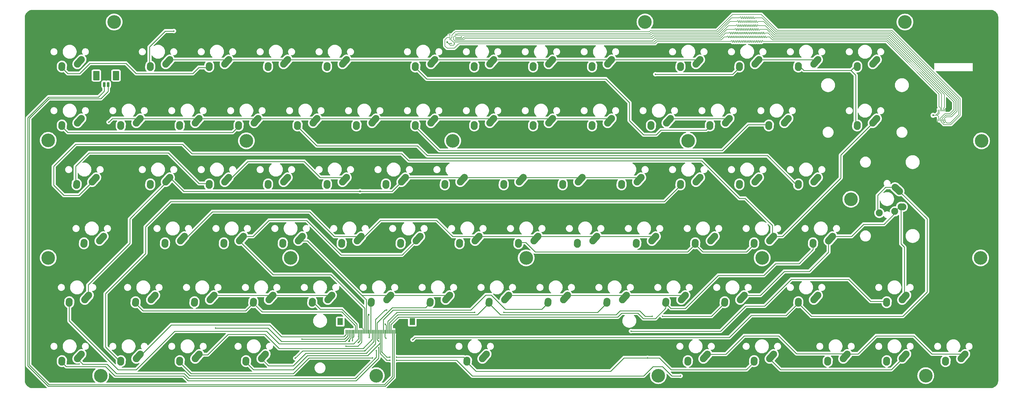
<source format=gbr>
%TF.GenerationSoftware,KiCad,Pcbnew,8.0.2-1*%
%TF.CreationDate,2024-08-02T01:43:08+02:00*%
%TF.ProjectId,keyboard,6b657962-6f61-4726-942e-6b696361645f,1.0*%
%TF.SameCoordinates,Original*%
%TF.FileFunction,Copper,L2,Bot*%
%TF.FilePolarity,Positive*%
%FSLAX46Y46*%
G04 Gerber Fmt 4.6, Leading zero omitted, Abs format (unit mm)*
G04 Created by KiCad (PCBNEW 8.0.2-1) date 2024-08-02 01:43:08*
%MOMM*%
%LPD*%
G01*
G04 APERTURE LIST*
G04 Aperture macros list*
%AMRoundRect*
0 Rectangle with rounded corners*
0 $1 Rounding radius*
0 $2 $3 $4 $5 $6 $7 $8 $9 X,Y pos of 4 corners*
0 Add a 4 corners polygon primitive as box body*
4,1,4,$2,$3,$4,$5,$6,$7,$8,$9,$2,$3,0*
0 Add four circle primitives for the rounded corners*
1,1,$1+$1,$2,$3*
1,1,$1+$1,$4,$5*
1,1,$1+$1,$6,$7*
1,1,$1+$1,$8,$9*
0 Add four rect primitives between the rounded corners*
20,1,$1+$1,$2,$3,$4,$5,0*
20,1,$1+$1,$4,$5,$6,$7,0*
20,1,$1+$1,$6,$7,$8,$9,0*
20,1,$1+$1,$8,$9,$2,$3,0*%
%AMHorizOval*
0 Thick line with rounded ends*
0 $1 width*
0 $2 $3 position (X,Y) of the first rounded end (center of the circle)*
0 $4 $5 position (X,Y) of the second rounded end (center of the circle)*
0 Add line between two ends*
20,1,$1,$2,$3,$4,$5,0*
0 Add two circle primitives to create the rounded ends*
1,1,$1,$2,$3*
1,1,$1,$4,$5*%
G04 Aperture macros list end*
%TA.AperFunction,ComponentPad*%
%ADD10HorizOval,2.250000X-0.655001X-0.730000X0.655001X0.730000X0*%
%TD*%
%TA.AperFunction,ComponentPad*%
%ADD11C,2.250000*%
%TD*%
%TA.AperFunction,ComponentPad*%
%ADD12HorizOval,2.250000X-0.020000X-0.290000X0.020000X0.290000X0*%
%TD*%
%TA.AperFunction,ComponentPad*%
%ADD13HorizOval,2.250000X0.290000X-0.019999X-0.290000X0.019999X0*%
%TD*%
%TA.AperFunction,ComponentPad*%
%ADD14HorizOval,2.250000X0.730004X-0.654995X-0.730004X0.654995X0*%
%TD*%
%TA.AperFunction,ComponentPad*%
%ADD15C,2.600000*%
%TD*%
%TA.AperFunction,ConnectorPad*%
%ADD16C,4.400000*%
%TD*%
%TA.AperFunction,SMDPad,CuDef*%
%ADD17R,0.300000X1.300000*%
%TD*%
%TA.AperFunction,SMDPad,CuDef*%
%ADD18R,1.800000X2.200000*%
%TD*%
%TA.AperFunction,SMDPad,CuDef*%
%ADD19R,0.200000X0.500000*%
%TD*%
%TA.AperFunction,SMDPad,CuDef*%
%ADD20R,0.200000X0.650000*%
%TD*%
%TA.AperFunction,SMDPad,CuDef*%
%ADD21RoundRect,0.200000X-0.200000X-0.600000X0.200000X-0.600000X0.200000X0.600000X-0.200000X0.600000X0*%
%TD*%
%TA.AperFunction,SMDPad,CuDef*%
%ADD22RoundRect,0.250001X-0.799999X-1.249999X0.799999X-1.249999X0.799999X1.249999X-0.799999X1.249999X0*%
%TD*%
%TA.AperFunction,SMDPad,CuDef*%
%ADD23R,0.400000X0.180000*%
%TD*%
%TA.AperFunction,SMDPad,CuDef*%
%ADD24R,0.385000X0.400000*%
%TD*%
%TA.AperFunction,ViaPad*%
%ADD25C,0.457200*%
%TD*%
%TA.AperFunction,ViaPad*%
%ADD26C,0.610000*%
%TD*%
%TA.AperFunction,ViaPad*%
%ADD27C,0.406400*%
%TD*%
%TA.AperFunction,Conductor*%
%ADD28C,0.254000*%
%TD*%
%TA.AperFunction,Conductor*%
%ADD29C,0.152400*%
%TD*%
%TA.AperFunction,Conductor*%
%ADD30C,0.203200*%
%TD*%
G04 APERTURE END LIST*
D10*
X232482766Y-137470000D03*
D11*
X231827767Y-138200000D03*
D12*
X226807767Y-138990000D03*
D11*
X226787767Y-139280000D03*
D10*
X161045266Y-156520000D03*
D11*
X160390267Y-157250000D03*
D12*
X155370267Y-158040000D03*
D11*
X155350267Y-158330000D03*
D10*
X89607766Y-194620000D03*
D11*
X88952767Y-195350000D03*
D12*
X83932767Y-196140000D03*
D11*
X83912767Y-196430000D03*
D10*
X294395266Y-156520000D03*
D11*
X293740267Y-157250000D03*
D12*
X288720267Y-158040000D03*
D11*
X288700267Y-158330000D03*
D10*
X256295266Y-156520000D03*
D11*
X255640267Y-157250000D03*
D12*
X250620267Y-158040000D03*
D11*
X250600267Y-158330000D03*
D10*
X261057766Y-118420000D03*
D11*
X260402767Y-119150000D03*
D12*
X255382767Y-119940000D03*
D11*
X255362767Y-120230000D03*
X334221517Y-147725000D03*
D13*
X336511517Y-146244999D03*
D11*
X336801517Y-146265000D03*
X329221517Y-148225000D03*
D14*
X334991521Y-140569995D03*
D11*
X335721517Y-141225000D03*
D15*
X215013767Y-162756000D03*
D16*
X215013767Y-162756000D03*
D15*
X291313767Y-162756000D03*
D16*
X291313767Y-162756000D03*
D15*
X81773767Y-86496000D03*
D16*
X81773767Y-86496000D03*
D10*
X118182766Y-99370000D03*
D11*
X117527767Y-100100000D03*
D12*
X112507767Y-100890000D03*
D11*
X112487767Y-101180000D03*
D10*
X289632766Y-137470000D03*
D11*
X288977767Y-138200000D03*
D12*
X283957767Y-138990000D03*
D11*
X283937767Y-139280000D03*
D10*
X75320266Y-137470000D03*
D11*
X74665267Y-138200000D03*
D12*
X69645267Y-138990000D03*
D11*
X69625267Y-139280000D03*
D10*
X130089016Y-194620000D03*
D11*
X129434017Y-195350000D03*
D12*
X124414017Y-196140000D03*
D11*
X124394017Y-196430000D03*
D10*
X156282766Y-99370000D03*
D11*
X155627767Y-100100000D03*
D12*
X150607767Y-100890000D03*
D11*
X150587767Y-101180000D03*
D10*
X122945266Y-156520000D03*
D11*
X122290267Y-157250000D03*
D12*
X117270267Y-158040000D03*
D11*
X117250267Y-158330000D03*
D10*
X289632766Y-99370000D03*
D11*
X288977767Y-100100000D03*
D12*
X283957767Y-100890000D03*
D11*
X283937767Y-101180000D03*
D10*
X356307766Y-194620000D03*
D11*
X355652767Y-195350000D03*
D12*
X350632767Y-196140000D03*
D11*
X350612767Y-196430000D03*
D10*
X184857766Y-118420000D03*
D11*
X184202767Y-119150000D03*
D12*
X179182767Y-119940000D03*
D11*
X179162767Y-120230000D03*
D10*
X275345266Y-156520000D03*
D11*
X274690267Y-157250000D03*
D12*
X269670267Y-158040000D03*
D11*
X269650267Y-158330000D03*
D15*
X191263767Y-124906000D03*
D16*
X191263767Y-124906000D03*
D10*
X227720266Y-175570000D03*
D11*
X227065267Y-176300000D03*
D12*
X222045267Y-177090000D03*
D11*
X222025267Y-177380000D03*
D10*
X294395266Y-194620000D03*
D11*
X293740267Y-195350000D03*
D12*
X288720267Y-196140000D03*
D11*
X288700267Y-196430000D03*
D15*
X253443767Y-86496000D03*
D16*
X253443767Y-86496000D03*
D10*
X170570266Y-175570000D03*
D11*
X169915267Y-176300000D03*
D12*
X164895267Y-177090000D03*
D11*
X164875267Y-177380000D03*
D10*
X251532766Y-137470000D03*
D11*
X250877767Y-138200000D03*
D12*
X245857767Y-138990000D03*
D11*
X245837767Y-139280000D03*
D15*
X60463767Y-124736000D03*
D16*
X60463767Y-124736000D03*
D10*
X137232766Y-137470000D03*
D11*
X136577767Y-138200000D03*
D12*
X131557767Y-138990000D03*
D11*
X131537767Y-139280000D03*
D10*
X165807766Y-118420000D03*
D11*
X165152767Y-119150000D03*
D12*
X160132767Y-119940000D03*
D11*
X160112767Y-120230000D03*
D10*
X280107766Y-118420000D03*
D11*
X279452767Y-119150000D03*
D12*
X274432767Y-119940000D03*
D11*
X274412767Y-120230000D03*
D10*
X156282766Y-137470000D03*
D11*
X155627767Y-138200000D03*
D12*
X150607767Y-138990000D03*
D11*
X150587767Y-139280000D03*
D10*
X203907766Y-99370000D03*
D11*
X203252767Y-100100000D03*
D12*
X198232767Y-100890000D03*
D11*
X198212767Y-101180000D03*
D10*
X118182766Y-137470000D03*
D11*
X117527767Y-138200000D03*
D12*
X112507767Y-138990000D03*
D11*
X112487767Y-139280000D03*
D10*
X77701516Y-156520000D03*
D11*
X77046517Y-157250000D03*
D12*
X72026517Y-158040000D03*
D11*
X72006517Y-158330000D03*
D10*
X327732766Y-118420000D03*
D11*
X327077767Y-119150000D03*
D12*
X322057767Y-119940000D03*
D11*
X322037767Y-120230000D03*
D10*
X201526516Y-194620000D03*
D11*
X200871517Y-195350000D03*
D12*
X195851517Y-196140000D03*
D11*
X195831517Y-196430000D03*
D10*
X308682766Y-175570000D03*
D11*
X308027767Y-176300000D03*
D12*
X303007767Y-177090000D03*
D11*
X302987767Y-177380000D03*
D10*
X313445266Y-156520000D03*
D11*
X312790267Y-157250000D03*
D12*
X307770267Y-158040000D03*
D11*
X307750267Y-158330000D03*
D10*
X99132766Y-99370000D03*
D11*
X98477767Y-100100000D03*
D12*
X93457767Y-100890000D03*
D11*
X93437767Y-101180000D03*
D10*
X318207766Y-194620000D03*
D11*
X317552767Y-195350000D03*
D12*
X312532767Y-196140000D03*
D11*
X312512767Y-196430000D03*
D15*
X320003767Y-143786000D03*
D16*
X320003767Y-143786000D03*
D10*
X72939016Y-175570000D03*
D11*
X72284017Y-176300000D03*
D12*
X67264017Y-177090000D03*
D11*
X67244017Y-177380000D03*
D10*
X213432766Y-137470000D03*
D11*
X212777767Y-138200000D03*
D12*
X207757767Y-138990000D03*
D11*
X207737767Y-139280000D03*
D10*
X299157766Y-118420000D03*
D11*
X298502767Y-119150000D03*
D12*
X293482767Y-119940000D03*
D11*
X293462767Y-120230000D03*
D15*
X362253767Y-124906000D03*
D16*
X362253767Y-124906000D03*
D10*
X70557766Y-118420000D03*
D11*
X69902767Y-119150000D03*
D12*
X64882767Y-119940000D03*
D11*
X64862767Y-120230000D03*
D10*
X113420266Y-175570000D03*
D11*
X112765267Y-176300000D03*
D12*
X107745267Y-177090000D03*
D11*
X107725267Y-177380000D03*
D15*
X267373767Y-124906000D03*
D16*
X267373767Y-124906000D03*
D10*
X308682766Y-137470000D03*
D11*
X308027767Y-138200000D03*
D12*
X303007767Y-138990000D03*
D11*
X302987767Y-139280000D03*
D10*
X194382766Y-137470000D03*
D11*
X193727767Y-138200000D03*
D12*
X188707767Y-138990000D03*
D11*
X188687767Y-139280000D03*
D15*
X166543767Y-200836000D03*
D16*
X166543767Y-200836000D03*
D15*
X337500000Y-86516000D03*
D16*
X337500000Y-86516000D03*
D10*
X103895266Y-156520000D03*
D11*
X103240267Y-157250000D03*
D12*
X98220267Y-158040000D03*
D11*
X98200267Y-158330000D03*
D10*
X272964016Y-194620000D03*
D11*
X272309017Y-195350000D03*
D12*
X267289017Y-196140000D03*
D11*
X267269017Y-196430000D03*
D10*
X89607766Y-118420000D03*
D11*
X88952767Y-119150000D03*
D12*
X83932767Y-119940000D03*
D11*
X83912767Y-120230000D03*
D10*
X246770266Y-175570000D03*
D11*
X246115267Y-176300000D03*
D12*
X241095267Y-177090000D03*
D11*
X241075267Y-177380000D03*
D15*
X77433767Y-200836000D03*
D16*
X77433767Y-200836000D03*
D15*
X257713767Y-200836000D03*
D16*
X257713767Y-200836000D03*
D10*
X270582766Y-99370000D03*
D11*
X269927767Y-100100000D03*
D12*
X264907767Y-100890000D03*
D11*
X264887767Y-101180000D03*
D10*
X218195266Y-156520000D03*
D11*
X217540267Y-157250000D03*
D12*
X212520267Y-158040000D03*
D11*
X212500267Y-158330000D03*
D15*
X344213767Y-200836000D03*
D16*
X344213767Y-200836000D03*
D10*
X108657766Y-118420000D03*
D11*
X108002767Y-119150000D03*
D12*
X102982767Y-119940000D03*
D11*
X102962767Y-120230000D03*
D10*
X146757766Y-118420000D03*
D11*
X146102767Y-119150000D03*
D12*
X141082767Y-119940000D03*
D11*
X141062767Y-120230000D03*
D10*
X327732766Y-99370000D03*
D11*
X327077767Y-100100000D03*
D12*
X322057767Y-100890000D03*
D11*
X322037767Y-101180000D03*
D10*
X108657766Y-194620000D03*
D11*
X108002767Y-195350000D03*
D12*
X102982767Y-196140000D03*
D11*
X102962767Y-196430000D03*
D10*
X222957766Y-118420000D03*
D11*
X222302767Y-119150000D03*
D12*
X217282767Y-119940000D03*
D11*
X217262767Y-120230000D03*
D10*
X337257766Y-175570000D03*
D11*
X336602767Y-176300000D03*
D12*
X331582767Y-177090000D03*
D11*
X331562767Y-177380000D03*
D15*
X60463767Y-162756000D03*
D16*
X60463767Y-162756000D03*
D10*
X208670266Y-175570000D03*
D11*
X208015267Y-176300000D03*
D12*
X202995267Y-177090000D03*
D11*
X202975267Y-177380000D03*
D10*
X265820266Y-175570000D03*
D11*
X265165267Y-176300000D03*
D12*
X260145267Y-177090000D03*
D11*
X260125267Y-177380000D03*
D10*
X242007766Y-99370000D03*
D11*
X241352767Y-100100000D03*
D12*
X236332767Y-100890000D03*
D11*
X236312767Y-101180000D03*
D10*
X242007766Y-118420000D03*
D11*
X241352767Y-119150000D03*
D12*
X236332767Y-119940000D03*
D11*
X236312767Y-120230000D03*
D10*
X70557766Y-194620000D03*
D11*
X69902767Y-195350000D03*
D12*
X64882767Y-196140000D03*
D11*
X64862767Y-196430000D03*
D10*
X175332766Y-137470000D03*
D11*
X174677767Y-138200000D03*
D12*
X169657767Y-138990000D03*
D11*
X169637767Y-139280000D03*
D10*
X237245266Y-156520000D03*
D11*
X236590267Y-157250000D03*
D12*
X231570267Y-158040000D03*
D11*
X231550267Y-158330000D03*
D15*
X138863767Y-162756000D03*
D16*
X138863767Y-162756000D03*
D10*
X70557766Y-99370000D03*
D11*
X69902767Y-100100000D03*
D12*
X64882767Y-100890000D03*
D11*
X64862767Y-101180000D03*
D10*
X151520266Y-175570000D03*
D11*
X150865267Y-176300000D03*
D12*
X145845267Y-177090000D03*
D11*
X145825267Y-177380000D03*
D10*
X270582766Y-137470000D03*
D11*
X269927767Y-138200000D03*
D12*
X264907767Y-138990000D03*
D11*
X264887767Y-139280000D03*
D10*
X203907766Y-118420000D03*
D11*
X203252767Y-119150000D03*
D12*
X198232767Y-119940000D03*
D11*
X198212767Y-120230000D03*
D10*
X127707766Y-118420000D03*
D11*
X127052767Y-119150000D03*
D12*
X122032767Y-119940000D03*
D11*
X122012767Y-120230000D03*
D15*
X361963767Y-162756000D03*
D16*
X361963767Y-162756000D03*
D10*
X94370266Y-175570000D03*
D11*
X93715267Y-176300000D03*
D12*
X88695267Y-177090000D03*
D11*
X88675267Y-177380000D03*
D10*
X99132766Y-137470000D03*
D11*
X98477767Y-138200000D03*
D12*
X93457767Y-138990000D03*
D11*
X93437767Y-139280000D03*
D10*
X137232766Y-99370000D03*
D11*
X136577767Y-100100000D03*
D12*
X131557767Y-100890000D03*
D11*
X131537767Y-101180000D03*
D10*
X180095266Y-156520000D03*
D11*
X179440267Y-157250000D03*
D12*
X174420267Y-158040000D03*
D11*
X174400267Y-158330000D03*
D10*
X308682766Y-99370000D03*
D11*
X308027767Y-100100000D03*
D12*
X303007767Y-100890000D03*
D11*
X302987767Y-101180000D03*
D10*
X132470266Y-175570000D03*
D11*
X131815267Y-176300000D03*
D12*
X126795267Y-177090000D03*
D11*
X126775267Y-177380000D03*
D10*
X222944999Y-99370000D03*
D11*
X222290000Y-100100000D03*
D12*
X217270000Y-100890000D03*
D11*
X217250000Y-101180000D03*
D15*
X124543767Y-124906000D03*
D16*
X124543767Y-124906000D03*
D10*
X199145266Y-156520000D03*
D11*
X198490267Y-157250000D03*
D12*
X193470267Y-158040000D03*
D11*
X193450267Y-158330000D03*
D10*
X141995266Y-156520000D03*
D11*
X141340267Y-157250000D03*
D12*
X136320267Y-158040000D03*
D11*
X136300267Y-158330000D03*
D10*
X184857766Y-99370000D03*
D11*
X184202767Y-100100000D03*
D12*
X179182767Y-100890000D03*
D11*
X179162767Y-101180000D03*
D10*
X189620266Y-175570000D03*
D11*
X188965267Y-176300000D03*
D12*
X183945267Y-177090000D03*
D11*
X183925267Y-177380000D03*
D10*
X337257766Y-194620000D03*
D11*
X336602767Y-195350000D03*
D12*
X331582767Y-196140000D03*
D11*
X331562767Y-196430000D03*
D10*
X284870266Y-175570000D03*
D11*
X284215267Y-176300000D03*
D12*
X279195267Y-177090000D03*
D11*
X279175267Y-177380000D03*
D17*
X156793767Y-186630000D03*
X157293767Y-186630000D03*
X157793767Y-186630000D03*
X158293767Y-186630000D03*
X158793767Y-186630000D03*
X159293767Y-186630000D03*
X159793767Y-186630000D03*
X160293767Y-186630000D03*
X160793767Y-186630000D03*
X161293767Y-186630000D03*
X161793767Y-186630000D03*
X162293767Y-186630000D03*
X162793767Y-186630000D03*
X163293767Y-186630000D03*
X163793767Y-186630000D03*
X164293767Y-186630000D03*
X164793767Y-186630000D03*
X165293767Y-186630000D03*
X165793767Y-186630000D03*
X166293767Y-186630000D03*
X166793767Y-186630000D03*
X167293767Y-186630000D03*
X167793767Y-186630000D03*
X168293767Y-186630000D03*
X168793767Y-186630000D03*
X169293767Y-186630000D03*
X169793767Y-186630000D03*
X170293767Y-186630000D03*
X170793767Y-186630000D03*
X171293767Y-186630000D03*
X171793767Y-186630000D03*
X172293767Y-186630000D03*
X172793767Y-186630000D03*
X173293767Y-186630000D03*
X173793767Y-186630000D03*
X174293767Y-186630000D03*
X174793767Y-186630000D03*
X175293767Y-186630000D03*
X175793767Y-186630000D03*
X176293767Y-186630000D03*
D18*
X154893767Y-183380000D03*
X178193767Y-183380000D03*
D19*
X350713000Y-115075000D03*
X350538000Y-118225000D03*
X350362000Y-115075000D03*
X350188000Y-118225000D03*
X350012000Y-115075000D03*
X349838000Y-118225000D03*
X349663000Y-115075000D03*
X349488000Y-118225000D03*
X349313000Y-115075000D03*
X349137000Y-118225000D03*
X348962000Y-115075000D03*
X348788000Y-118225000D03*
X348613000Y-115075000D03*
X348438000Y-118225000D03*
X348262000Y-115075000D03*
X348087000Y-118225000D03*
D20*
X351112000Y-115150000D03*
X347687000Y-115150000D03*
D21*
X78575000Y-106700000D03*
X79825000Y-106700000D03*
D22*
X76025000Y-103800000D03*
X82375000Y-103800000D03*
D23*
X192203767Y-90391000D03*
X190303767Y-90391000D03*
X192203767Y-90741000D03*
X190303767Y-90741000D03*
X192203767Y-91091000D03*
X190303767Y-91091000D03*
X192203767Y-91441000D03*
X190303767Y-91441000D03*
X192203767Y-91791000D03*
X190303767Y-91791000D03*
X192203767Y-92141000D03*
X190303767Y-92141000D03*
D24*
X191735767Y-89111000D03*
X190771767Y-89111000D03*
X191735767Y-93421000D03*
X190771767Y-93421000D03*
D25*
X158793767Y-189484000D03*
X160703351Y-190135117D03*
D26*
X346584125Y-116635756D03*
X189484000Y-92964000D03*
D27*
X194056000Y-91275236D03*
D25*
X80010000Y-118872000D03*
X142494000Y-188976000D03*
X114554000Y-185420000D03*
X101092000Y-89408000D03*
X178308000Y-189230000D03*
X160785767Y-188152383D03*
X156718000Y-191262000D03*
D26*
X161290000Y-141224000D03*
X164084000Y-181102000D03*
D25*
X164293767Y-188468000D03*
X140335000Y-195199000D03*
X162814000Y-192786000D03*
X169926000Y-179578000D03*
X167285767Y-191770000D03*
X167285767Y-189716578D03*
X166566258Y-192716742D03*
X167285767Y-188722000D03*
X170942000Y-195834000D03*
X264922000Y-200914000D03*
X173093881Y-195834000D03*
X170942000Y-194818000D03*
X173093881Y-194818000D03*
X256794000Y-103378000D03*
X165354000Y-195072000D03*
X168301767Y-193193767D03*
X254254000Y-195072000D03*
X169672000Y-188722000D03*
X169418000Y-184150000D03*
X248920000Y-186436000D03*
X207772000Y-180340000D03*
X198374000Y-180340000D03*
X259080000Y-181610000D03*
X255778000Y-181610000D03*
D26*
X117348000Y-194818000D03*
X161544000Y-184912000D03*
X169418000Y-198120000D03*
X131572000Y-159766000D03*
X210312000Y-96266000D03*
X137668000Y-194310000D03*
X97282000Y-195580000D03*
X343662000Y-93726000D03*
D27*
X350212746Y-119001742D03*
D26*
X351536000Y-113030000D03*
X115062000Y-120142000D03*
X90170000Y-184150000D03*
X346710000Y-120650000D03*
X91440000Y-202438000D03*
X266954000Y-119380000D03*
X95758000Y-119888000D03*
X346456000Y-111760000D03*
X139954000Y-177800000D03*
D25*
X157734000Y-189738000D03*
X189484000Y-87376000D03*
D26*
X174752000Y-184404000D03*
X229616000Y-96266000D03*
D28*
X158793767Y-189484000D02*
X158793767Y-188722000D01*
X158793767Y-188678233D02*
X158793767Y-188722000D01*
X159293767Y-188178233D02*
X158793767Y-188678233D01*
X159293767Y-186630000D02*
X159293767Y-188178233D01*
X158793767Y-186630000D02*
X158793767Y-188722000D01*
X160703351Y-190135117D02*
X161293767Y-189544701D01*
X161293767Y-189544701D02*
X161293767Y-186630000D01*
D29*
X288289946Y-87947592D02*
X288350906Y-87947592D01*
X289813946Y-87347592D02*
X289874906Y-87347592D01*
X287558426Y-87469512D02*
X287558426Y-87647592D01*
X287863226Y-87647592D02*
X287863226Y-87469512D01*
X353822000Y-115062000D02*
X352298000Y-116586000D01*
X284510426Y-87469512D02*
X284510426Y-87647592D01*
X285729626Y-87647592D02*
X285729626Y-87825672D01*
X286156346Y-87347592D02*
X286217306Y-87347592D01*
X350669800Y-116586000D02*
X349488000Y-117767800D01*
X277368000Y-90678000D02*
X280398408Y-87647592D01*
X285424826Y-87825672D02*
X285424826Y-87647592D01*
X280398408Y-87647592D02*
X282864506Y-87647592D01*
X283900826Y-87647592D02*
X283900826Y-87825672D01*
X283108346Y-87347592D02*
X283169306Y-87347592D01*
X194467000Y-91791000D02*
X194967016Y-91290984D01*
X288594746Y-87347592D02*
X288655706Y-87347592D01*
X284022746Y-87947592D02*
X284083706Y-87947592D01*
X255524000Y-91290984D02*
X256136984Y-90678000D01*
X349488000Y-117767800D02*
X349488000Y-118225000D01*
X285241946Y-87947592D02*
X285302906Y-87947592D01*
X290179706Y-87647592D02*
X290576000Y-87647592D01*
X287985146Y-87347592D02*
X288046106Y-87347592D01*
X284632346Y-87947592D02*
X284693306Y-87947592D01*
X285120026Y-87647592D02*
X285120026Y-87825672D01*
X287558426Y-87647592D02*
X287558426Y-87825672D01*
X289692026Y-87525672D02*
X289692026Y-87469512D01*
X289387226Y-87647592D02*
X289387226Y-87825672D01*
X285729626Y-87469512D02*
X285729626Y-87647592D01*
X256136984Y-90678000D02*
X277368000Y-90678000D01*
X287680346Y-87947592D02*
X287741306Y-87947592D01*
X288472826Y-87825672D02*
X288472826Y-87647592D01*
X332486000Y-90678000D02*
X353822000Y-112014000D01*
X290118746Y-87647592D02*
X290179706Y-87647592D01*
X288168026Y-87647592D02*
X288168026Y-87825672D01*
X288168026Y-87469512D02*
X288168026Y-87647592D01*
X285120026Y-87469512D02*
X285120026Y-87647592D01*
X286948826Y-87469512D02*
X286948826Y-87647592D01*
X353822000Y-112014000D02*
X353822000Y-115062000D01*
X289692026Y-87647592D02*
X289692026Y-87525672D01*
X194967016Y-91290984D02*
X255524000Y-91290984D01*
X192203767Y-91791000D02*
X194467000Y-91791000D01*
X286765946Y-87347592D02*
X286826906Y-87347592D01*
X289692026Y-87825672D02*
X289692026Y-87647592D01*
X286034426Y-87647592D02*
X286034426Y-87469512D01*
X286644026Y-87647592D02*
X286644026Y-87469512D01*
X284205626Y-87825672D02*
X284205626Y-87647592D01*
X289509146Y-87947592D02*
X289570106Y-87947592D01*
X283900826Y-87469512D02*
X283900826Y-87647592D01*
X290576000Y-87647592D02*
X292371592Y-87647592D01*
X289204346Y-87347592D02*
X289265306Y-87347592D01*
X295402000Y-90678000D02*
X332486000Y-90678000D01*
X287253626Y-87647592D02*
X287253626Y-87469512D01*
X352298000Y-116586000D02*
X350669800Y-116586000D01*
X288777626Y-87647592D02*
X288777626Y-87825672D01*
X288472826Y-87647592D02*
X288472826Y-87469512D01*
X289387226Y-87469512D02*
X289387226Y-87647592D01*
X284815226Y-87647592D02*
X284815226Y-87469512D01*
X286034426Y-87825672D02*
X286034426Y-87647592D01*
X283291226Y-87469512D02*
X283291226Y-87525672D01*
X283413146Y-87947592D02*
X283474106Y-87947592D01*
X286339226Y-87469512D02*
X286339226Y-87647592D01*
X283596026Y-87825672D02*
X283596026Y-87647592D01*
X286948826Y-87647592D02*
X286948826Y-87825672D01*
X287253626Y-87825672D02*
X287253626Y-87647592D01*
X286339226Y-87647592D02*
X286339226Y-87825672D01*
X284205626Y-87647592D02*
X284205626Y-87469512D01*
X284937146Y-87347592D02*
X284998106Y-87347592D01*
X285546746Y-87347592D02*
X285607706Y-87347592D01*
X282986426Y-87525672D02*
X282986426Y-87469512D01*
X284815226Y-87825672D02*
X284815226Y-87647592D01*
X288899546Y-87947592D02*
X288960506Y-87947592D01*
X285851546Y-87947592D02*
X285912506Y-87947592D01*
X289082426Y-87825672D02*
X289082426Y-87647592D01*
X285424826Y-87647592D02*
X285424826Y-87469512D01*
X288777626Y-87469512D02*
X288777626Y-87647592D01*
X292371592Y-87647592D02*
X295402000Y-90678000D01*
X283717946Y-87347592D02*
X283778906Y-87347592D01*
X283291226Y-87647592D02*
X283291226Y-87825672D01*
X289082426Y-87647592D02*
X289082426Y-87469512D01*
X283596026Y-87647592D02*
X283596026Y-87469512D01*
X286644026Y-87825672D02*
X286644026Y-87647592D01*
X284510426Y-87647592D02*
X284510426Y-87825672D01*
X283291226Y-87525672D02*
X283291226Y-87647592D01*
X287863226Y-87825672D02*
X287863226Y-87647592D01*
X284327546Y-87347592D02*
X284388506Y-87347592D01*
X289996826Y-87469512D02*
X289996826Y-87525672D01*
X287070746Y-87947592D02*
X287131706Y-87947592D01*
X287375546Y-87347592D02*
X287436506Y-87347592D01*
X286461146Y-87947592D02*
X286522106Y-87947592D01*
X288046106Y-87347592D02*
G75*
G02*
X288168008Y-87469512I-6J-121908D01*
G01*
X286034426Y-87469512D02*
G75*
G02*
X286156346Y-87347626I121874J12D01*
G01*
X283474106Y-87947592D02*
G75*
G03*
X283595992Y-87825672I-6J121892D01*
G01*
X289082426Y-87469512D02*
G75*
G02*
X289204346Y-87347626I121874J12D01*
G01*
X287436506Y-87347592D02*
G75*
G02*
X287558408Y-87469512I-6J-121908D01*
G01*
X286644026Y-87469512D02*
G75*
G02*
X286765946Y-87347626I121874J12D01*
G01*
X288472826Y-87469512D02*
G75*
G02*
X288594746Y-87347626I121874J12D01*
G01*
X285120026Y-87825672D02*
G75*
G03*
X285241946Y-87947574I121874J-28D01*
G01*
X289874906Y-87347592D02*
G75*
G02*
X289996808Y-87469512I-6J-121908D01*
G01*
X288960506Y-87947592D02*
G75*
G03*
X289082392Y-87825672I-6J121892D01*
G01*
X284693306Y-87947592D02*
G75*
G03*
X284815192Y-87825672I-6J121892D01*
G01*
X287558426Y-87825672D02*
G75*
G03*
X287680346Y-87947574I121874J-28D01*
G01*
X286948826Y-87825672D02*
G75*
G03*
X287070746Y-87947574I121874J-28D01*
G01*
X288777626Y-87825672D02*
G75*
G03*
X288899546Y-87947574I121874J-28D01*
G01*
X286826906Y-87347592D02*
G75*
G02*
X286948808Y-87469512I-6J-121908D01*
G01*
X283596026Y-87469512D02*
G75*
G02*
X283717946Y-87347626I121874J12D01*
G01*
X285729626Y-87825672D02*
G75*
G03*
X285851546Y-87947574I121874J-28D01*
G01*
X287863226Y-87469512D02*
G75*
G02*
X287985146Y-87347626I121874J12D01*
G01*
X287131706Y-87947592D02*
G75*
G03*
X287253592Y-87825672I-6J121892D01*
G01*
X288350906Y-87947592D02*
G75*
G03*
X288472792Y-87825672I-6J121892D01*
G01*
X289265306Y-87347592D02*
G75*
G02*
X289387208Y-87469512I-6J-121908D01*
G01*
X284815226Y-87469512D02*
G75*
G02*
X284937146Y-87347626I121874J12D01*
G01*
X283291226Y-87825672D02*
G75*
G03*
X283413146Y-87947574I121874J-28D01*
G01*
X284205626Y-87469512D02*
G75*
G02*
X284327546Y-87347626I121874J12D01*
G01*
X289570106Y-87947592D02*
G75*
G03*
X289691992Y-87825672I-6J121892D01*
G01*
X286217306Y-87347592D02*
G75*
G02*
X286339208Y-87469512I-6J-121908D01*
G01*
X289387226Y-87825672D02*
G75*
G03*
X289509146Y-87947574I121874J-28D01*
G01*
X283169306Y-87347592D02*
G75*
G02*
X283291208Y-87469512I-6J-121908D01*
G01*
X284510426Y-87825672D02*
G75*
G03*
X284632346Y-87947574I121874J-28D01*
G01*
X285302906Y-87947592D02*
G75*
G03*
X285424792Y-87825672I-6J121892D01*
G01*
X289692026Y-87469512D02*
G75*
G02*
X289813946Y-87347626I121874J12D01*
G01*
X285912506Y-87947592D02*
G75*
G03*
X286034392Y-87825672I-6J121892D01*
G01*
X289996826Y-87525672D02*
G75*
G03*
X290118746Y-87647574I121874J-28D01*
G01*
X286339226Y-87825672D02*
G75*
G03*
X286461146Y-87947574I121874J-28D01*
G01*
X287741306Y-87947592D02*
G75*
G03*
X287863192Y-87825672I-6J121892D01*
G01*
X283900826Y-87825672D02*
G75*
G03*
X284022746Y-87947574I121874J-28D01*
G01*
X285424826Y-87469512D02*
G75*
G02*
X285546746Y-87347626I121874J12D01*
G01*
X288655706Y-87347592D02*
G75*
G02*
X288777608Y-87469512I-6J-121908D01*
G01*
X283778906Y-87347592D02*
G75*
G02*
X283900808Y-87469512I-6J-121908D01*
G01*
X284998106Y-87347592D02*
G75*
G02*
X285120008Y-87469512I-6J-121908D01*
G01*
X284083706Y-87947592D02*
G75*
G03*
X284205592Y-87825672I-6J121892D01*
G01*
X282864506Y-87647592D02*
G75*
G03*
X282986392Y-87525672I-6J121892D01*
G01*
X288168026Y-87825672D02*
G75*
G03*
X288289946Y-87947574I121874J-28D01*
G01*
X282986426Y-87469512D02*
G75*
G02*
X283108346Y-87347626I121874J12D01*
G01*
X287253626Y-87469512D02*
G75*
G02*
X287375546Y-87347626I121874J12D01*
G01*
X286522106Y-87947592D02*
G75*
G03*
X286643992Y-87825672I-6J121892D01*
G01*
X285607706Y-87347592D02*
G75*
G02*
X285729608Y-87469512I-6J-121908D01*
G01*
X284388506Y-87347592D02*
G75*
G02*
X284510408Y-87469512I-6J-121908D01*
G01*
X281288238Y-90047713D02*
X281288238Y-89869633D01*
X280983438Y-89925793D02*
X280983438Y-90047713D01*
X284031438Y-90047713D02*
X284031438Y-90225793D01*
X287201358Y-90347713D02*
X287262318Y-90347713D01*
X287506158Y-89747713D02*
X287567118Y-89747713D01*
X287079438Y-90047713D02*
X287079438Y-90225793D01*
X288908238Y-90047713D02*
X288908238Y-90225793D01*
X285555438Y-90047713D02*
X285555438Y-89869633D01*
X291163758Y-89747713D02*
X291224718Y-89747713D01*
X290432238Y-90047713D02*
X290432238Y-89869633D01*
X284458158Y-89747713D02*
X284519118Y-89747713D01*
X292078158Y-90347713D02*
X292139118Y-90347713D01*
X283421838Y-89869633D02*
X283421838Y-90047713D01*
X289822638Y-90047713D02*
X289822638Y-89869633D01*
X287689038Y-90047713D02*
X287689038Y-90225793D01*
X287993838Y-90047713D02*
X287993838Y-89869633D01*
X286774638Y-90225793D02*
X286774638Y-90047713D01*
X284641038Y-89869633D02*
X284641038Y-90047713D01*
X291956238Y-89869633D02*
X291956238Y-90047713D01*
X291651438Y-90047713D02*
X291651438Y-89869633D01*
X292382958Y-90047713D02*
X292443918Y-90047713D01*
X291468558Y-90347713D02*
X291529518Y-90347713D01*
X284031438Y-89869633D02*
X284031438Y-90047713D01*
X281105358Y-90347713D02*
X281166318Y-90347713D01*
X281593038Y-90047713D02*
X281593038Y-90225793D01*
X281897838Y-90225793D02*
X281897838Y-90047713D01*
X285860238Y-90047713D02*
X285860238Y-90225793D01*
X290554158Y-89747713D02*
X290615118Y-89747713D01*
X291773358Y-89747713D02*
X291834318Y-89747713D01*
X283238958Y-89747713D02*
X283299918Y-89747713D01*
X284945838Y-90047713D02*
X284945838Y-89869633D01*
X284336238Y-90047713D02*
X284336238Y-89869633D01*
X281714958Y-90347713D02*
X281775918Y-90347713D01*
X284336238Y-90225793D02*
X284336238Y-90047713D01*
X287384238Y-90047713D02*
X287384238Y-89869633D01*
X191503084Y-91394483D02*
X191503084Y-92135768D01*
X287079438Y-89869633D02*
X287079438Y-90047713D01*
X282202638Y-89869633D02*
X282202638Y-90047713D01*
X280983438Y-89869633D02*
X280983438Y-89925793D01*
X283543758Y-90347713D02*
X283604718Y-90347713D01*
X289517838Y-90047713D02*
X289517838Y-90225793D01*
X290432238Y-90225793D02*
X290432238Y-90047713D01*
X288420558Y-90347713D02*
X288481518Y-90347713D01*
X281410158Y-89747713D02*
X281471118Y-89747713D01*
X285555438Y-90225793D02*
X285555438Y-90047713D01*
X287993838Y-90225793D02*
X287993838Y-90047713D01*
X289213038Y-90047713D02*
X289213038Y-89869633D01*
X286165038Y-90047713D02*
X286165038Y-89869633D01*
X286774638Y-90047713D02*
X286774638Y-89869633D01*
X331978000Y-91694000D02*
X350224190Y-109940190D01*
X286469838Y-90047713D02*
X286469838Y-90225793D01*
X286165038Y-90225793D02*
X286165038Y-90047713D01*
X282812238Y-89869633D02*
X282812238Y-90047713D01*
X288298638Y-89869633D02*
X288298638Y-90047713D01*
X282629358Y-89747713D02*
X282690318Y-89747713D01*
X284641038Y-90047713D02*
X284641038Y-90225793D01*
X280800558Y-89747713D02*
X280861518Y-89747713D01*
X290737038Y-89869633D02*
X290737038Y-90047713D01*
X286896558Y-89747713D02*
X286957518Y-89747713D01*
X284153358Y-90347713D02*
X284214318Y-90347713D01*
X282507438Y-90225793D02*
X282507438Y-90047713D01*
X289213038Y-90225793D02*
X289213038Y-90047713D01*
X282202638Y-90047713D02*
X282202638Y-90225793D01*
X279522287Y-90047713D02*
X280556718Y-90047713D01*
X290249358Y-90347713D02*
X290310318Y-90347713D01*
X293247713Y-90047713D02*
X294894000Y-91694000D01*
X277876000Y-91694000D02*
X279522287Y-90047713D01*
X282934158Y-90347713D02*
X282995118Y-90347713D01*
X292608000Y-90047713D02*
X293247713Y-90047713D01*
X288603438Y-90047713D02*
X288603438Y-89869633D01*
X288603438Y-90225793D02*
X288603438Y-90047713D01*
X291956238Y-90169633D02*
X291956238Y-90225793D01*
X350224190Y-109940190D02*
X350224190Y-114093501D01*
X285250638Y-90047713D02*
X285250638Y-90225793D01*
X285372558Y-90347713D02*
X285433518Y-90347713D01*
X281593038Y-89869633D02*
X281593038Y-90047713D01*
X288725358Y-89747713D02*
X288786318Y-89747713D01*
X288298638Y-90047713D02*
X288298638Y-90225793D01*
X287689038Y-89869633D02*
X287689038Y-90047713D01*
X294894000Y-91694000D02*
X331978000Y-91694000D01*
X291041838Y-90047713D02*
X291041838Y-89869633D01*
X290858958Y-90347713D02*
X290919918Y-90347713D01*
X283726638Y-90047713D02*
X283726638Y-89869633D01*
X282019758Y-89747713D02*
X282080718Y-89747713D01*
X255901662Y-92549828D02*
X256757490Y-91694000D01*
X283117038Y-90225793D02*
X283117038Y-90047713D01*
X283726638Y-90225793D02*
X283726638Y-90047713D01*
X286469838Y-89869633D02*
X286469838Y-90047713D01*
X284945838Y-90225793D02*
X284945838Y-90047713D01*
X286591758Y-90347713D02*
X286652718Y-90347713D01*
X283421838Y-90047713D02*
X283421838Y-90225793D01*
X291956238Y-90047713D02*
X291956238Y-90169633D01*
X292443918Y-90047713D02*
X292608000Y-90047713D01*
X285860238Y-89869633D02*
X285860238Y-90047713D01*
X291651438Y-90225793D02*
X291651438Y-90047713D01*
X282324558Y-90347713D02*
X282385518Y-90347713D01*
X284762958Y-90347713D02*
X284823918Y-90347713D01*
X285250638Y-89869633D02*
X285250638Y-90047713D01*
X191917144Y-92549828D02*
X255901662Y-92549828D01*
X289944558Y-89747713D02*
X290005518Y-89747713D01*
X281288238Y-90225793D02*
X281288238Y-90047713D01*
X286286958Y-89747713D02*
X286347918Y-89747713D01*
X289822638Y-90225793D02*
X289822638Y-90047713D01*
X191806567Y-91091000D02*
X191503084Y-91394483D01*
X191503084Y-92135768D02*
X191917144Y-92549828D01*
X288115758Y-89747713D02*
X288176718Y-89747713D01*
X289639758Y-90347713D02*
X289700718Y-90347713D01*
X192203767Y-91091000D02*
X191806567Y-91091000D01*
X350224190Y-114093501D02*
X350012000Y-114305691D01*
X289334958Y-89747713D02*
X289395918Y-89747713D01*
X280678638Y-89925793D02*
X280678638Y-89869633D01*
X283117038Y-90047713D02*
X283117038Y-89869633D01*
X290127438Y-90047713D02*
X290127438Y-90225793D01*
X282812238Y-90047713D02*
X282812238Y-90225793D01*
X291346638Y-89869633D02*
X291346638Y-90047713D01*
X287384238Y-90225793D02*
X287384238Y-90047713D01*
X287810958Y-90347713D02*
X287871918Y-90347713D01*
X291346638Y-90047713D02*
X291346638Y-90225793D01*
X256757490Y-91694000D02*
X277876000Y-91694000D01*
X281897838Y-90047713D02*
X281897838Y-89869633D01*
X282507438Y-90047713D02*
X282507438Y-89869633D01*
X290737038Y-90047713D02*
X290737038Y-90225793D01*
X292261038Y-90225793D02*
X292261038Y-90169633D01*
X288908238Y-89869633D02*
X288908238Y-90047713D01*
X291041838Y-90225793D02*
X291041838Y-90047713D01*
X289517838Y-89869633D02*
X289517838Y-90047713D01*
X289030158Y-90347713D02*
X289091118Y-90347713D01*
X280983438Y-90047713D02*
X280983438Y-90225793D01*
X283848558Y-89747713D02*
X283909518Y-89747713D01*
X290127438Y-89869633D02*
X290127438Y-90047713D01*
X285982158Y-90347713D02*
X286043118Y-90347713D01*
X285067758Y-89747713D02*
X285128718Y-89747713D01*
X350012000Y-114305691D02*
X350012000Y-115075000D01*
X285677358Y-89747713D02*
X285738318Y-89747713D01*
X289822638Y-89869633D02*
G75*
G02*
X289944558Y-89747638I121962J33D01*
G01*
X282690318Y-89747713D02*
G75*
G02*
X282812187Y-89869633I-18J-121887D01*
G01*
X289700718Y-90347713D02*
G75*
G03*
X289822613Y-90225793I-18J121913D01*
G01*
X281166318Y-90347713D02*
G75*
G03*
X281288213Y-90225793I-18J121913D01*
G01*
X284031438Y-90225793D02*
G75*
G03*
X284153358Y-90347762I121962J-7D01*
G01*
X291834318Y-89747713D02*
G75*
G02*
X291956187Y-89869633I-18J-121887D01*
G01*
X290127438Y-90225793D02*
G75*
G03*
X290249358Y-90347762I121962J-7D01*
G01*
X290432238Y-89869633D02*
G75*
G02*
X290554158Y-89747638I121962J33D01*
G01*
X284945838Y-89869633D02*
G75*
G02*
X285067758Y-89747638I121962J33D01*
G01*
X290737038Y-90225793D02*
G75*
G03*
X290858958Y-90347762I121962J-7D01*
G01*
X287384238Y-89869633D02*
G75*
G02*
X287506158Y-89747638I121962J33D01*
G01*
X286165038Y-89869633D02*
G75*
G02*
X286286958Y-89747638I121962J33D01*
G01*
X289517838Y-90225793D02*
G75*
G03*
X289639758Y-90347762I121962J-7D01*
G01*
X286347918Y-89747713D02*
G75*
G02*
X286469787Y-89869633I-18J-121887D01*
G01*
X285738318Y-89747713D02*
G75*
G02*
X285860187Y-89869633I-18J-121887D01*
G01*
X283909518Y-89747713D02*
G75*
G02*
X284031387Y-89869633I-18J-121887D01*
G01*
X280556718Y-90047713D02*
G75*
G03*
X280678613Y-89925793I-18J121913D01*
G01*
X285250638Y-90225793D02*
G75*
G03*
X285372558Y-90347762I121962J-7D01*
G01*
X283299918Y-89747713D02*
G75*
G02*
X283421787Y-89869633I-18J-121887D01*
G01*
X290615118Y-89747713D02*
G75*
G02*
X290736987Y-89869633I-18J-121887D01*
G01*
X287871918Y-90347713D02*
G75*
G03*
X287993813Y-90225793I-18J121913D01*
G01*
X287262318Y-90347713D02*
G75*
G03*
X287384213Y-90225793I-18J121913D01*
G01*
X291346638Y-90225793D02*
G75*
G03*
X291468558Y-90347762I121962J-7D01*
G01*
X291956238Y-90225793D02*
G75*
G03*
X292078158Y-90347762I121962J-7D01*
G01*
X287689038Y-90225793D02*
G75*
G03*
X287810958Y-90347762I121962J-7D01*
G01*
X287567118Y-89747713D02*
G75*
G02*
X287688987Y-89869633I-18J-121887D01*
G01*
X291651438Y-89869633D02*
G75*
G02*
X291773358Y-89747638I121962J33D01*
G01*
X281593038Y-90225793D02*
G75*
G03*
X281714958Y-90347762I121962J-7D01*
G01*
X288786318Y-89747713D02*
G75*
G02*
X288908187Y-89869633I-18J-121887D01*
G01*
X290310318Y-90347713D02*
G75*
G03*
X290432213Y-90225793I-18J121913D01*
G01*
X283421838Y-90225793D02*
G75*
G03*
X283543758Y-90347762I121962J-7D01*
G01*
X291529518Y-90347713D02*
G75*
G03*
X291651413Y-90225793I-18J121913D01*
G01*
X286774638Y-89869633D02*
G75*
G02*
X286896558Y-89747638I121962J33D01*
G01*
X288908238Y-90225793D02*
G75*
G03*
X289030158Y-90347762I121962J-7D01*
G01*
X280861518Y-89747713D02*
G75*
G02*
X280983387Y-89869633I-18J-121887D01*
G01*
X284641038Y-90225793D02*
G75*
G03*
X284762958Y-90347762I121962J-7D01*
G01*
X282385518Y-90347713D02*
G75*
G03*
X282507413Y-90225793I-18J121913D01*
G01*
X291041838Y-89869633D02*
G75*
G02*
X291163758Y-89747638I121962J33D01*
G01*
X284214318Y-90347713D02*
G75*
G03*
X284336213Y-90225793I-18J121913D01*
G01*
X284336238Y-89869633D02*
G75*
G02*
X284458158Y-89747638I121962J33D01*
G01*
X280678638Y-89869633D02*
G75*
G02*
X280800558Y-89747638I121962J33D01*
G01*
X291224718Y-89747713D02*
G75*
G02*
X291346587Y-89869633I-18J-121887D01*
G01*
X289091118Y-90347713D02*
G75*
G03*
X289213013Y-90225793I-18J121913D01*
G01*
X285433518Y-90347713D02*
G75*
G03*
X285555413Y-90225793I-18J121913D01*
G01*
X285128718Y-89747713D02*
G75*
G02*
X285250587Y-89869633I-18J-121887D01*
G01*
X287993838Y-89869633D02*
G75*
G02*
X288115758Y-89747638I121962J33D01*
G01*
X286652718Y-90347713D02*
G75*
G03*
X286774613Y-90225793I-18J121913D01*
G01*
X284823918Y-90347713D02*
G75*
G03*
X284945813Y-90225793I-18J121913D01*
G01*
X280983438Y-90225793D02*
G75*
G03*
X281105358Y-90347762I121962J-7D01*
G01*
X283117038Y-89869633D02*
G75*
G02*
X283238958Y-89747638I121962J33D01*
G01*
X286469838Y-90225793D02*
G75*
G03*
X286591758Y-90347762I121962J-7D01*
G01*
X283726638Y-89869633D02*
G75*
G02*
X283848558Y-89747638I121962J33D01*
G01*
X282995118Y-90347713D02*
G75*
G03*
X283117013Y-90225793I-18J121913D01*
G01*
X281288238Y-89869633D02*
G75*
G02*
X281410158Y-89747638I121962J33D01*
G01*
X292261038Y-90169633D02*
G75*
G02*
X292382958Y-90047638I121962J33D01*
G01*
X290005518Y-89747713D02*
G75*
G02*
X290127387Y-89869633I-18J-121887D01*
G01*
X286957518Y-89747713D02*
G75*
G02*
X287079387Y-89869633I-18J-121887D01*
G01*
X282812238Y-90225793D02*
G75*
G03*
X282934158Y-90347762I121962J-7D01*
G01*
X286043118Y-90347713D02*
G75*
G03*
X286165013Y-90225793I-18J121913D01*
G01*
X288603438Y-89869633D02*
G75*
G02*
X288725358Y-89747638I121962J33D01*
G01*
X289213038Y-89869633D02*
G75*
G02*
X289334958Y-89747638I121962J33D01*
G01*
X292139118Y-90347713D02*
G75*
G03*
X292261013Y-90225793I-18J121913D01*
G01*
X282080718Y-89747713D02*
G75*
G02*
X282202587Y-89869633I-18J-121887D01*
G01*
X285860238Y-90225793D02*
G75*
G03*
X285982158Y-90347762I121962J-7D01*
G01*
X288481518Y-90347713D02*
G75*
G03*
X288603413Y-90225793I-18J121913D01*
G01*
X282507438Y-89869633D02*
G75*
G02*
X282629358Y-89747638I121962J33D01*
G01*
X290919918Y-90347713D02*
G75*
G03*
X291041813Y-90225793I-18J121913D01*
G01*
X282202638Y-90225793D02*
G75*
G03*
X282324558Y-90347762I121962J-7D01*
G01*
X283604718Y-90347713D02*
G75*
G03*
X283726613Y-90225793I-18J121913D01*
G01*
X288298638Y-90225793D02*
G75*
G03*
X288420558Y-90347762I121962J-7D01*
G01*
X284519118Y-89747713D02*
G75*
G02*
X284640987Y-89869633I-18J-121887D01*
G01*
X281775918Y-90347713D02*
G75*
G03*
X281897813Y-90225793I-18J121913D01*
G01*
X287079438Y-90225793D02*
G75*
G03*
X287201358Y-90347762I121962J-7D01*
G01*
X281897838Y-89869633D02*
G75*
G02*
X282019758Y-89747638I121962J33D01*
G01*
X289395918Y-89747713D02*
G75*
G02*
X289517787Y-89869633I-18J-121887D01*
G01*
X281471118Y-89747713D02*
G75*
G02*
X281592987Y-89869633I-18J-121887D01*
G01*
X285555438Y-89869633D02*
G75*
G02*
X285677358Y-89747638I121962J33D01*
G01*
X288176718Y-89747713D02*
G75*
G02*
X288298587Y-89869633I-18J-121887D01*
G01*
X348438000Y-118225000D02*
X348438000Y-117093756D01*
X348613000Y-115075000D02*
X348613000Y-116002756D01*
X348438000Y-117093756D02*
X347980000Y-116635756D01*
D30*
X347472000Y-116635756D02*
X347980000Y-116635756D01*
X191516000Y-93980000D02*
X190500000Y-93980000D01*
X346584125Y-116635756D02*
X347472000Y-116635756D01*
X190500000Y-93980000D02*
X189484000Y-92964000D01*
D29*
X348262000Y-115845756D02*
X347472000Y-116635756D01*
D30*
X191735767Y-93760233D02*
X191516000Y-93980000D01*
X189484000Y-92964000D02*
X189941000Y-93421000D01*
X189941000Y-93421000D02*
X190771767Y-93421000D01*
X191735767Y-93421000D02*
X191735767Y-93760233D01*
D29*
X348613000Y-116002756D02*
X347980000Y-116635756D01*
X348262000Y-115075000D02*
X348262000Y-115845756D01*
X285808000Y-85090000D02*
X285808000Y-85264000D01*
X288188000Y-85264000D02*
X288188000Y-85090000D01*
X286964000Y-84780000D02*
X287032000Y-84780000D01*
X255016000Y-90170000D02*
X255524000Y-89662000D01*
X287508000Y-85090000D02*
X287508000Y-84916000D01*
X286284000Y-84780000D02*
X286352000Y-84780000D01*
X332994000Y-89662000D02*
X354838000Y-111506000D01*
X284788000Y-85090000D02*
X284788000Y-84916000D01*
X276860000Y-89662000D02*
X281432000Y-85090000D01*
X192913000Y-90170000D02*
X255016000Y-90170000D01*
X288188000Y-85090000D02*
X288188000Y-84916000D01*
X354838000Y-116459000D02*
X352171000Y-119126000D01*
X288324000Y-84780000D02*
X288392000Y-84780000D01*
X291338000Y-85090000D02*
X295910000Y-89662000D01*
X350538000Y-118636000D02*
X350538000Y-118225000D01*
X285808000Y-84916000D02*
X285808000Y-85090000D01*
X295910000Y-89662000D02*
X332994000Y-89662000D01*
X288868000Y-85264000D02*
X288868000Y-85226000D01*
X284108000Y-84954000D02*
X284108000Y-84916000D01*
X284924000Y-84780000D02*
X284992000Y-84780000D01*
X285128000Y-84916000D02*
X285128000Y-85090000D01*
X284584000Y-85400000D02*
X284652000Y-85400000D01*
X286828000Y-85090000D02*
X286828000Y-84916000D01*
X286624000Y-85400000D02*
X286692000Y-85400000D01*
X192692000Y-90391000D02*
X192913000Y-90170000D01*
X288528000Y-85226000D02*
X288528000Y-85264000D01*
X289306000Y-85090000D02*
X291338000Y-85090000D01*
X287168000Y-84916000D02*
X287168000Y-85090000D01*
X285468000Y-85264000D02*
X285468000Y-85090000D01*
X284448000Y-85090000D02*
X284448000Y-85264000D01*
X287848000Y-85090000D02*
X287848000Y-85264000D01*
X285264000Y-85400000D02*
X285332000Y-85400000D01*
X286148000Y-85264000D02*
X286148000Y-85090000D01*
X352171000Y-119126000D02*
X351028000Y-119126000D01*
X281432000Y-85090000D02*
X283972000Y-85090000D01*
X285468000Y-85090000D02*
X285468000Y-84916000D01*
X285604000Y-84780000D02*
X285672000Y-84780000D01*
X288528000Y-84916000D02*
X288528000Y-85090000D01*
X285944000Y-85400000D02*
X286012000Y-85400000D01*
X286488000Y-84916000D02*
X286488000Y-85090000D01*
X284788000Y-85264000D02*
X284788000Y-85090000D01*
X287508000Y-85264000D02*
X287508000Y-85090000D01*
X354838000Y-111506000D02*
X354838000Y-116459000D01*
X289004000Y-85090000D02*
X289072000Y-85090000D01*
X192203767Y-90391000D02*
X192692000Y-90391000D01*
X288528000Y-85090000D02*
X288528000Y-85226000D01*
X255524000Y-89662000D02*
X276860000Y-89662000D01*
X287984000Y-85400000D02*
X288052000Y-85400000D01*
X287644000Y-84780000D02*
X287712000Y-84780000D01*
X286828000Y-85264000D02*
X286828000Y-85090000D01*
X287848000Y-84916000D02*
X287848000Y-85090000D01*
X289072000Y-85090000D02*
X289306000Y-85090000D01*
X284448000Y-84954000D02*
X284448000Y-85090000D01*
X286488000Y-85090000D02*
X286488000Y-85264000D01*
X351028000Y-119126000D02*
X350538000Y-118636000D01*
X286148000Y-85090000D02*
X286148000Y-84916000D01*
X287168000Y-85090000D02*
X287168000Y-85264000D01*
X284448000Y-84916000D02*
X284448000Y-84954000D01*
X285128000Y-85090000D02*
X285128000Y-85264000D01*
X287304000Y-85400000D02*
X287372000Y-85400000D01*
X288664000Y-85400000D02*
X288732000Y-85400000D01*
X284244000Y-84780000D02*
X284312000Y-84780000D01*
X288188000Y-84916000D02*
G75*
G02*
X288324000Y-84780000I136000J0D01*
G01*
X288052000Y-85400000D02*
G75*
G03*
X288188000Y-85264000I0J136000D01*
G01*
X287848000Y-85264000D02*
G75*
G03*
X287984000Y-85400000I136000J0D01*
G01*
X287168000Y-85264000D02*
G75*
G03*
X287304000Y-85400000I136000J0D01*
G01*
X287372000Y-85400000D02*
G75*
G03*
X287508000Y-85264000I0J136000D01*
G01*
X286828000Y-84916000D02*
G75*
G02*
X286964000Y-84780000I136000J0D01*
G01*
X288528000Y-85264000D02*
G75*
G03*
X288664000Y-85400000I136000J0D01*
G01*
X285128000Y-85264000D02*
G75*
G03*
X285264000Y-85400000I136000J0D01*
G01*
X286148000Y-84916000D02*
G75*
G02*
X286284000Y-84780000I136000J0D01*
G01*
X285332000Y-85400000D02*
G75*
G03*
X285468000Y-85264000I0J136000D01*
G01*
X284108000Y-84916000D02*
G75*
G02*
X284244000Y-84780000I136000J0D01*
G01*
X285672000Y-84780000D02*
G75*
G02*
X285808000Y-84916000I0J-136000D01*
G01*
X285468000Y-84916000D02*
G75*
G02*
X285604000Y-84780000I136000J0D01*
G01*
X286352000Y-84780000D02*
G75*
G02*
X286488000Y-84916000I0J-136000D01*
G01*
X288732000Y-85400000D02*
G75*
G03*
X288868000Y-85264000I0J136000D01*
G01*
X285808000Y-85264000D02*
G75*
G03*
X285944000Y-85400000I136000J0D01*
G01*
X287508000Y-84916000D02*
G75*
G02*
X287644000Y-84780000I136000J0D01*
G01*
X284992000Y-84780000D02*
G75*
G02*
X285128000Y-84916000I0J-136000D01*
G01*
X284312000Y-84780000D02*
G75*
G02*
X284448000Y-84916000I0J-136000D01*
G01*
X284448000Y-85264000D02*
G75*
G03*
X284584000Y-85400000I136000J0D01*
G01*
X283972000Y-85090000D02*
G75*
G03*
X284108000Y-84954000I0J136000D01*
G01*
X288392000Y-84780000D02*
G75*
G02*
X288528000Y-84916000I0J-136000D01*
G01*
X284652000Y-85400000D02*
G75*
G03*
X284788000Y-85264000I0J136000D01*
G01*
X287032000Y-84780000D02*
G75*
G02*
X287168000Y-84916000I0J-136000D01*
G01*
X286692000Y-85400000D02*
G75*
G03*
X286828000Y-85264000I0J136000D01*
G01*
X288868000Y-85226000D02*
G75*
G02*
X289004000Y-85090000I136000J0D01*
G01*
X287712000Y-84780000D02*
G75*
G02*
X287848000Y-84916000I0J-136000D01*
G01*
X284788000Y-84916000D02*
G75*
G02*
X284924000Y-84780000I136000J0D01*
G01*
X286488000Y-85264000D02*
G75*
G03*
X286624000Y-85400000I136000J0D01*
G01*
X286012000Y-85400000D02*
G75*
G03*
X286148000Y-85264000I0J136000D01*
G01*
X289008781Y-86647399D02*
X289074781Y-86647399D01*
X284388781Y-86647399D02*
X284454781Y-86647399D01*
X283398781Y-86027399D02*
X283464781Y-86027399D01*
X283596781Y-86159399D02*
X283596781Y-86205399D01*
X288876781Y-86159399D02*
X288876781Y-86337399D01*
X287688781Y-86647399D02*
X287754781Y-86647399D01*
X285906781Y-86337399D02*
X285906781Y-86159399D01*
X289338781Y-86027399D02*
X289404781Y-86027399D01*
X286236781Y-86159399D02*
X286236781Y-86337399D01*
X291823399Y-86337399D02*
X295656000Y-90170000D01*
X287226781Y-86337399D02*
X287226781Y-86159399D01*
X284718781Y-86027399D02*
X284784781Y-86027399D01*
X284916781Y-86159399D02*
X284916781Y-86337399D01*
X283728781Y-86647399D02*
X283794781Y-86647399D01*
X289866781Y-86515399D02*
X289866781Y-86469399D01*
X285576781Y-86159399D02*
X285576781Y-86337399D01*
X192203767Y-90741000D02*
X255207000Y-90741000D01*
X285576781Y-86337399D02*
X285576781Y-86515399D01*
X285906781Y-86515399D02*
X285906781Y-86337399D01*
X284916781Y-86337399D02*
X284916781Y-86515399D01*
X285246781Y-86515399D02*
X285246781Y-86337399D01*
X283926781Y-86515399D02*
X283926781Y-86337399D01*
X288216781Y-86337399D02*
X288216781Y-86515399D01*
X284058781Y-86027399D02*
X284124781Y-86027399D01*
X289536781Y-86159399D02*
X289536781Y-86337399D01*
X286896781Y-86159399D02*
X286896781Y-86337399D01*
X288216781Y-86159399D02*
X288216781Y-86337399D01*
X255207000Y-90741000D02*
X255778000Y-90170000D01*
X285048781Y-86647399D02*
X285114781Y-86647399D01*
X288546781Y-86515399D02*
X288546781Y-86337399D01*
X287886781Y-86515399D02*
X287886781Y-86337399D01*
X286698781Y-86027399D02*
X286764781Y-86027399D01*
X285246781Y-86337399D02*
X285246781Y-86159399D01*
X280946601Y-86337399D02*
X283134781Y-86337399D01*
X285378781Y-86027399D02*
X285444781Y-86027399D01*
X288018781Y-86027399D02*
X288084781Y-86027399D01*
X284256781Y-86159399D02*
X284256781Y-86337399D01*
X289668781Y-86647399D02*
X289734781Y-86647399D01*
X289536781Y-86337399D02*
X289536781Y-86469399D01*
X283596781Y-86205399D02*
X283596781Y-86337399D01*
X289998781Y-86337399D02*
X290064781Y-86337399D01*
X350188000Y-117767800D02*
X350188000Y-118225000D01*
X286368781Y-86647399D02*
X286434781Y-86647399D01*
X286236781Y-86337399D02*
X286236781Y-86515399D01*
X287028781Y-86647399D02*
X287094781Y-86647399D01*
X255778000Y-90170000D02*
X277114000Y-90170000D01*
X290064781Y-86337399D02*
X290322000Y-86337399D01*
X332740000Y-90170000D02*
X354330000Y-111760000D01*
X287556781Y-86159399D02*
X287556781Y-86337399D01*
X288546781Y-86337399D02*
X288546781Y-86159399D01*
X285708781Y-86647399D02*
X285774781Y-86647399D01*
X288678781Y-86027399D02*
X288744781Y-86027399D01*
X283596781Y-86337399D02*
X283596781Y-86515399D01*
X284586781Y-86337399D02*
X284586781Y-86159399D01*
X284256781Y-86337399D02*
X284256781Y-86515399D01*
X287226781Y-86515399D02*
X287226781Y-86337399D01*
X352552000Y-117094000D02*
X350861800Y-117094000D01*
X287556781Y-86337399D02*
X287556781Y-86515399D01*
X286038781Y-86027399D02*
X286104781Y-86027399D01*
X350861800Y-117094000D02*
X350188000Y-117767800D01*
X283266781Y-86205399D02*
X283266781Y-86159399D01*
X289206781Y-86337399D02*
X289206781Y-86159399D01*
X277114000Y-90170000D02*
X280946601Y-86337399D01*
X289536781Y-86469399D02*
X289536781Y-86515399D01*
X288876781Y-86337399D02*
X288876781Y-86515399D01*
X283926781Y-86337399D02*
X283926781Y-86159399D01*
X286896781Y-86337399D02*
X286896781Y-86515399D01*
X290322000Y-86337399D02*
X291823399Y-86337399D01*
X288348781Y-86647399D02*
X288414781Y-86647399D01*
X286566781Y-86337399D02*
X286566781Y-86159399D01*
X295656000Y-90170000D02*
X332740000Y-90170000D01*
X287358781Y-86027399D02*
X287424781Y-86027399D01*
X289206781Y-86515399D02*
X289206781Y-86337399D01*
X287886781Y-86337399D02*
X287886781Y-86159399D01*
X354330000Y-115316000D02*
X352552000Y-117094000D01*
X286566781Y-86515399D02*
X286566781Y-86337399D01*
X354330000Y-111760000D02*
X354330000Y-115316000D01*
X284586781Y-86515399D02*
X284586781Y-86337399D01*
X288084781Y-86027399D02*
G75*
G02*
X288216801Y-86159399I19J-132001D01*
G01*
X285114781Y-86647399D02*
G75*
G03*
X285246799Y-86515399I19J131999D01*
G01*
X283926781Y-86159399D02*
G75*
G02*
X284058781Y-86027381I132019J-1D01*
G01*
X286896781Y-86515399D02*
G75*
G03*
X287028781Y-86647419I132019J-1D01*
G01*
X285246781Y-86159399D02*
G75*
G02*
X285378781Y-86027381I132019J-1D01*
G01*
X284784781Y-86027399D02*
G75*
G02*
X284916801Y-86159399I19J-132001D01*
G01*
X284256781Y-86515399D02*
G75*
G03*
X284388781Y-86647419I132019J-1D01*
G01*
X286434781Y-86647399D02*
G75*
G03*
X286566799Y-86515399I19J131999D01*
G01*
X288744781Y-86027399D02*
G75*
G02*
X288876801Y-86159399I19J-132001D01*
G01*
X287424781Y-86027399D02*
G75*
G02*
X287556801Y-86159399I19J-132001D01*
G01*
X285906781Y-86159399D02*
G75*
G02*
X286038781Y-86027381I132019J-1D01*
G01*
X283794781Y-86647399D02*
G75*
G03*
X283926799Y-86515399I19J131999D01*
G01*
X285774781Y-86647399D02*
G75*
G03*
X285906799Y-86515399I19J131999D01*
G01*
X288546781Y-86159399D02*
G75*
G02*
X288678781Y-86027381I132019J-1D01*
G01*
X285444781Y-86027399D02*
G75*
G02*
X285576801Y-86159399I19J-132001D01*
G01*
X287754781Y-86647399D02*
G75*
G03*
X287886799Y-86515399I19J131999D01*
G01*
X289074781Y-86647399D02*
G75*
G03*
X289206799Y-86515399I19J131999D01*
G01*
X283464781Y-86027399D02*
G75*
G02*
X283596801Y-86159399I19J-132001D01*
G01*
X289866781Y-86469399D02*
G75*
G02*
X289998781Y-86337381I132019J-1D01*
G01*
X284916781Y-86515399D02*
G75*
G03*
X285048781Y-86647419I132019J-1D01*
G01*
X287886781Y-86159399D02*
G75*
G02*
X288018781Y-86027381I132019J-1D01*
G01*
X287094781Y-86647399D02*
G75*
G03*
X287226799Y-86515399I19J131999D01*
G01*
X287556781Y-86515399D02*
G75*
G03*
X287688781Y-86647419I132019J-1D01*
G01*
X288876781Y-86515399D02*
G75*
G03*
X289008781Y-86647419I132019J-1D01*
G01*
X289404781Y-86027399D02*
G75*
G02*
X289536801Y-86159399I19J-132001D01*
G01*
X287226781Y-86159399D02*
G75*
G02*
X287358781Y-86027381I132019J-1D01*
G01*
X283596781Y-86515399D02*
G75*
G03*
X283728781Y-86647419I132019J-1D01*
G01*
X284124781Y-86027399D02*
G75*
G02*
X284256801Y-86159399I19J-132001D01*
G01*
X288414781Y-86647399D02*
G75*
G03*
X288546799Y-86515399I19J131999D01*
G01*
X286566781Y-86159399D02*
G75*
G02*
X286698781Y-86027381I132019J-1D01*
G01*
X284454781Y-86647399D02*
G75*
G03*
X284586799Y-86515399I19J131999D01*
G01*
X289734781Y-86647399D02*
G75*
G03*
X289866799Y-86515399I19J131999D01*
G01*
X289536781Y-86515399D02*
G75*
G03*
X289668781Y-86647419I132019J-1D01*
G01*
X285576781Y-86515399D02*
G75*
G03*
X285708781Y-86647419I132019J-1D01*
G01*
X289206781Y-86159399D02*
G75*
G02*
X289338781Y-86027381I132019J-1D01*
G01*
X288216781Y-86515399D02*
G75*
G03*
X288348781Y-86647419I132019J-1D01*
G01*
X283134781Y-86337399D02*
G75*
G03*
X283266799Y-86205399I19J131999D01*
G01*
X283266781Y-86159399D02*
G75*
G02*
X283398781Y-86027381I132019J-1D01*
G01*
X284586781Y-86159399D02*
G75*
G02*
X284718781Y-86027381I132019J-1D01*
G01*
X286764781Y-86027399D02*
G75*
G02*
X286896801Y-86159399I19J-132001D01*
G01*
X286236781Y-86515399D02*
G75*
G03*
X286368781Y-86647419I132019J-1D01*
G01*
X286104781Y-86027399D02*
G75*
G02*
X286236801Y-86159399I19J-132001D01*
G01*
X350096200Y-119634000D02*
X349137000Y-118674800D01*
X349137000Y-118674800D02*
X349137000Y-118225000D01*
X190700967Y-91791000D02*
X191008000Y-91483967D01*
X192099769Y-89586231D02*
X254837769Y-89586231D01*
X255270000Y-89154000D02*
X276606000Y-89154000D01*
X355346000Y-111252000D02*
X355346000Y-116586000D01*
X333248000Y-89154000D02*
X355346000Y-111252000D01*
X191008000Y-91483967D02*
X191008000Y-90678000D01*
X276606000Y-89154000D02*
X281751556Y-84008444D01*
X191008000Y-90678000D02*
X192099769Y-89586231D01*
X352298000Y-119634000D02*
X350096200Y-119634000D01*
X190303767Y-91791000D02*
X190700967Y-91791000D01*
X281751556Y-84008444D02*
X291018444Y-84008444D01*
X291018444Y-84008444D02*
X296164000Y-89154000D01*
X254837769Y-89586231D02*
X255270000Y-89154000D01*
X296164000Y-89154000D02*
X333248000Y-89154000D01*
X355346000Y-116586000D02*
X352298000Y-119634000D01*
X281529054Y-91129017D02*
X281529054Y-91307097D01*
X285003774Y-91007097D02*
X285064734Y-91007097D01*
X349313000Y-109791000D02*
X349313000Y-115075000D01*
X287746974Y-91607097D02*
X287807934Y-91607097D01*
X285918174Y-91607097D02*
X285979134Y-91607097D01*
X281650974Y-91607097D02*
X281711934Y-91607097D01*
X287320254Y-91307097D02*
X287320254Y-91129017D01*
X190701410Y-92141000D02*
X191524410Y-92964000D01*
X289758654Y-91485177D02*
X289758654Y-91307097D01*
X287137374Y-91607097D02*
X287198334Y-91607097D01*
X283662654Y-91307097D02*
X283662654Y-91129017D01*
X290673054Y-91307097D02*
X290673054Y-91485177D01*
X282443454Y-91485177D02*
X282443454Y-91307097D01*
X282748254Y-91307097D02*
X282748254Y-91485177D01*
X285796254Y-91129017D02*
X285796254Y-91307097D01*
X283479774Y-91607097D02*
X283540734Y-91607097D01*
X290673054Y-91129017D02*
X290673054Y-91307097D01*
X285491454Y-91485177D02*
X285491454Y-91307097D01*
X292197054Y-91307097D02*
X292197054Y-91129017D01*
X281224254Y-91307097D02*
X281224254Y-91129017D01*
X286527774Y-91607097D02*
X286588734Y-91607097D01*
X291282654Y-91307097D02*
X291282654Y-91485177D01*
X284272254Y-91307097D02*
X284272254Y-91129017D01*
X284577054Y-91307097D02*
X284577054Y-91485177D01*
X282138654Y-91307097D02*
X282138654Y-91485177D01*
X280309854Y-91129017D02*
X280309854Y-91185177D01*
X280431774Y-91607097D02*
X280492734Y-91607097D01*
X289149054Y-91307097D02*
X289149054Y-91129017D01*
X291587454Y-91485177D02*
X291587454Y-91307097D01*
X287929854Y-91485177D02*
X287929854Y-91307097D01*
X289575774Y-91607097D02*
X289636734Y-91607097D01*
X292501854Y-91129017D02*
X292501854Y-91307097D01*
X286710654Y-91307097D02*
X286710654Y-91129017D01*
X283357854Y-91129017D02*
X283357854Y-91307097D01*
X285308574Y-91607097D02*
X285369534Y-91607097D01*
X288539454Y-91307097D02*
X288539454Y-91129017D01*
X284881854Y-91485177D02*
X284881854Y-91307097D01*
X291892254Y-91129017D02*
X291892254Y-91307097D01*
X281529054Y-91307097D02*
X281529054Y-91485177D01*
X281224254Y-91485177D02*
X281224254Y-91307097D01*
X283784574Y-91007097D02*
X283845534Y-91007097D01*
X257122116Y-92202000D02*
X278130000Y-92202000D01*
X284577054Y-91129017D02*
X284577054Y-91307097D01*
X281833854Y-91485177D02*
X281833854Y-91307097D01*
X282748254Y-91129017D02*
X282748254Y-91307097D01*
X290368254Y-91485177D02*
X290368254Y-91307097D01*
X288356574Y-91607097D02*
X288417534Y-91607097D01*
X292989534Y-91307097D02*
X293402048Y-91307097D01*
X282443454Y-91307097D02*
X282443454Y-91129017D01*
X281955774Y-91007097D02*
X282016734Y-91007097D01*
X290063454Y-91129017D02*
X290063454Y-91307097D01*
X283053054Y-91485177D02*
X283053054Y-91307097D01*
X283357854Y-91307097D02*
X283357854Y-91485177D01*
X286101054Y-91485177D02*
X286101054Y-91307097D01*
X285796254Y-91307097D02*
X285796254Y-91485177D01*
X278130000Y-92202000D02*
X279024903Y-91307097D01*
X284089374Y-91607097D02*
X284150334Y-91607097D01*
X280005054Y-91185177D02*
X280005054Y-91129017D01*
X287320254Y-91485177D02*
X287320254Y-91307097D01*
X282138654Y-91129017D02*
X282138654Y-91307097D01*
X280919454Y-91129017D02*
X280919454Y-91307097D01*
X280919454Y-91307097D02*
X280919454Y-91485177D01*
X291282654Y-91129017D02*
X291282654Y-91307097D01*
X290063454Y-91307097D02*
X290063454Y-91485177D01*
X283967454Y-91129017D02*
X283967454Y-91307097D01*
X286710654Y-91485177D02*
X286710654Y-91307097D01*
X282260574Y-91607097D02*
X282321534Y-91607097D01*
X289270974Y-91007097D02*
X289331934Y-91007097D01*
X331724000Y-92202000D02*
X349313000Y-109791000D01*
X292014174Y-91607097D02*
X292075134Y-91607097D01*
X282870174Y-91607097D02*
X282931134Y-91607097D01*
X291404574Y-91607097D02*
X291465534Y-91607097D01*
X287929854Y-91307097D02*
X287929854Y-91129017D01*
X280614654Y-91307097D02*
X280614654Y-91129017D01*
X285491454Y-91307097D02*
X285491454Y-91129017D01*
X290185374Y-91607097D02*
X290246334Y-91607097D01*
X284272254Y-91485177D02*
X284272254Y-91307097D01*
X286832574Y-91007097D02*
X286893534Y-91007097D01*
X288966174Y-91607097D02*
X289027134Y-91607097D01*
X290977854Y-91485177D02*
X290977854Y-91307097D01*
X290368254Y-91307097D02*
X290368254Y-91129017D01*
X283174974Y-91007097D02*
X283235934Y-91007097D01*
X280614654Y-91485177D02*
X280614654Y-91307097D01*
X292806654Y-91485177D02*
X292806654Y-91429017D01*
X292623774Y-91607097D02*
X292684734Y-91607097D01*
X292501854Y-91429017D02*
X292501854Y-91485177D01*
X256360116Y-92964000D02*
X257122116Y-92202000D01*
X280309854Y-91185177D02*
X280309854Y-91307097D01*
X286222974Y-91007097D02*
X286283934Y-91007097D01*
X288661374Y-91007097D02*
X288722334Y-91007097D01*
X287015454Y-91129017D02*
X287015454Y-91307097D01*
X191524410Y-92964000D02*
X256360116Y-92964000D01*
X291709374Y-91007097D02*
X291770334Y-91007097D01*
X292501854Y-91307097D02*
X292501854Y-91429017D01*
X293745097Y-91307097D02*
X294640000Y-92202000D01*
X281346174Y-91007097D02*
X281407134Y-91007097D01*
X287625054Y-91307097D02*
X287625054Y-91485177D01*
X283967454Y-91307097D02*
X283967454Y-91485177D01*
X287442174Y-91007097D02*
X287503134Y-91007097D01*
X288844254Y-91129017D02*
X288844254Y-91307097D01*
X290794974Y-91607097D02*
X290855934Y-91607097D01*
X287015454Y-91307097D02*
X287015454Y-91485177D01*
X288051774Y-91007097D02*
X288112734Y-91007097D01*
X293402048Y-91307097D02*
X293745097Y-91307097D01*
X190303767Y-92141000D02*
X190701410Y-92141000D01*
X288844254Y-91307097D02*
X288844254Y-91485177D01*
X289453854Y-91307097D02*
X289453854Y-91485177D01*
X280126974Y-91007097D02*
X280187934Y-91007097D01*
X290490174Y-91007097D02*
X290551134Y-91007097D01*
X280309854Y-91307097D02*
X280309854Y-91485177D01*
X292318974Y-91007097D02*
X292379934Y-91007097D01*
X283662654Y-91485177D02*
X283662654Y-91307097D01*
X284394174Y-91007097D02*
X284455134Y-91007097D01*
X285186654Y-91307097D02*
X285186654Y-91485177D01*
X279024903Y-91307097D02*
X279883134Y-91307097D01*
X282565374Y-91007097D02*
X282626334Y-91007097D01*
X286101054Y-91307097D02*
X286101054Y-91129017D01*
X288234654Y-91307097D02*
X288234654Y-91485177D01*
X288539454Y-91485177D02*
X288539454Y-91307097D01*
X291587454Y-91307097D02*
X291587454Y-91129017D01*
X281041374Y-91607097D02*
X281102334Y-91607097D01*
X280736574Y-91007097D02*
X280797534Y-91007097D01*
X289880574Y-91007097D02*
X289941534Y-91007097D01*
X290977854Y-91307097D02*
X290977854Y-91129017D01*
X281833854Y-91307097D02*
X281833854Y-91129017D01*
X289758654Y-91307097D02*
X289758654Y-91129017D01*
X284698974Y-91607097D02*
X284759934Y-91607097D01*
X283053054Y-91307097D02*
X283053054Y-91129017D01*
X294640000Y-92202000D02*
X331724000Y-92202000D01*
X289149054Y-91485177D02*
X289149054Y-91307097D01*
X292928574Y-91307097D02*
X292989534Y-91307097D01*
X288234654Y-91129017D02*
X288234654Y-91307097D01*
X289453854Y-91129017D02*
X289453854Y-91307097D01*
X287625054Y-91129017D02*
X287625054Y-91307097D01*
X291099774Y-91007097D02*
X291160734Y-91007097D01*
X286405854Y-91129017D02*
X286405854Y-91307097D01*
X292197054Y-91485177D02*
X292197054Y-91307097D01*
X286405854Y-91307097D02*
X286405854Y-91485177D01*
X284881854Y-91307097D02*
X284881854Y-91129017D01*
X285613374Y-91007097D02*
X285674334Y-91007097D01*
X291892254Y-91307097D02*
X291892254Y-91485177D01*
X285186654Y-91129017D02*
X285186654Y-91307097D01*
X284759934Y-91607097D02*
G75*
G03*
X284881797Y-91485177I-34J121897D01*
G01*
X281529054Y-91485177D02*
G75*
G03*
X281650974Y-91607146I121946J-23D01*
G01*
X290063454Y-91485177D02*
G75*
G03*
X290185374Y-91607146I121946J-23D01*
G01*
X291465534Y-91607097D02*
G75*
G03*
X291587397Y-91485177I-34J121897D01*
G01*
X285369534Y-91607097D02*
G75*
G03*
X285491397Y-91485177I-34J121897D01*
G01*
X283845534Y-91007097D02*
G75*
G02*
X283967403Y-91129017I-34J-121903D01*
G01*
X281224254Y-91129017D02*
G75*
G02*
X281346174Y-91007054I121946J17D01*
G01*
X286710654Y-91129017D02*
G75*
G02*
X286832574Y-91007054I121946J17D01*
G01*
X283662654Y-91129017D02*
G75*
G02*
X283784574Y-91007054I121946J17D01*
G01*
X283357854Y-91485177D02*
G75*
G03*
X283479774Y-91607146I121946J-23D01*
G01*
X292197054Y-91129017D02*
G75*
G02*
X292318974Y-91007054I121946J17D01*
G01*
X280919454Y-91485177D02*
G75*
G03*
X281041374Y-91607146I121946J-23D01*
G01*
X280005054Y-91129017D02*
G75*
G02*
X280126974Y-91007054I121946J17D01*
G01*
X290977854Y-91129017D02*
G75*
G02*
X291099774Y-91007054I121946J17D01*
G01*
X289758654Y-91129017D02*
G75*
G02*
X289880574Y-91007054I121946J17D01*
G01*
X284272254Y-91129017D02*
G75*
G02*
X284394174Y-91007054I121946J17D01*
G01*
X284455134Y-91007097D02*
G75*
G02*
X284577003Y-91129017I-34J-121903D01*
G01*
X292075134Y-91607097D02*
G75*
G03*
X292196997Y-91485177I-34J121897D01*
G01*
X284881854Y-91129017D02*
G75*
G02*
X285003774Y-91007054I121946J17D01*
G01*
X291282654Y-91485177D02*
G75*
G03*
X291404574Y-91607146I121946J-23D01*
G01*
X280797534Y-91007097D02*
G75*
G02*
X280919403Y-91129017I-34J-121903D01*
G01*
X279883134Y-91307097D02*
G75*
G03*
X280004997Y-91185177I-34J121897D01*
G01*
X290551134Y-91007097D02*
G75*
G02*
X290673003Y-91129017I-34J-121903D01*
G01*
X281102334Y-91607097D02*
G75*
G03*
X281224197Y-91485177I-34J121897D01*
G01*
X286101054Y-91129017D02*
G75*
G02*
X286222974Y-91007054I121946J17D01*
G01*
X286588734Y-91607097D02*
G75*
G03*
X286710597Y-91485177I-34J121897D01*
G01*
X292379934Y-91007097D02*
G75*
G02*
X292501803Y-91129017I-34J-121903D01*
G01*
X289331934Y-91007097D02*
G75*
G02*
X289453803Y-91129017I-34J-121903D01*
G01*
X285979134Y-91607097D02*
G75*
G03*
X286100997Y-91485177I-34J121897D01*
G01*
X282138654Y-91485177D02*
G75*
G03*
X282260574Y-91607146I121946J-23D01*
G01*
X282321534Y-91607097D02*
G75*
G03*
X282443397Y-91485177I-34J121897D01*
G01*
X285796254Y-91485177D02*
G75*
G03*
X285918174Y-91607146I121946J-23D01*
G01*
X282626334Y-91007097D02*
G75*
G02*
X282748203Y-91129017I-34J-121903D01*
G01*
X292684734Y-91607097D02*
G75*
G03*
X292806597Y-91485177I-34J121897D01*
G01*
X281711934Y-91607097D02*
G75*
G03*
X281833797Y-91485177I-34J121897D01*
G01*
X290368254Y-91129017D02*
G75*
G02*
X290490174Y-91007054I121946J17D01*
G01*
X287320254Y-91129017D02*
G75*
G02*
X287442174Y-91007054I121946J17D01*
G01*
X289636734Y-91607097D02*
G75*
G03*
X289758597Y-91485177I-34J121897D01*
G01*
X287198334Y-91607097D02*
G75*
G03*
X287320197Y-91485177I-34J121897D01*
G01*
X291770334Y-91007097D02*
G75*
G02*
X291892203Y-91129017I-34J-121903D01*
G01*
X284577054Y-91485177D02*
G75*
G03*
X284698974Y-91607146I121946J-23D01*
G01*
X285064734Y-91007097D02*
G75*
G02*
X285186603Y-91129017I-34J-121903D01*
G01*
X289941534Y-91007097D02*
G75*
G02*
X290063403Y-91129017I-34J-121903D01*
G01*
X280492734Y-91607097D02*
G75*
G03*
X280614597Y-91485177I-34J121897D01*
G01*
X285674334Y-91007097D02*
G75*
G02*
X285796203Y-91129017I-34J-121903D01*
G01*
X290246334Y-91607097D02*
G75*
G03*
X290368197Y-91485177I-34J121897D01*
G01*
X288844254Y-91485177D02*
G75*
G03*
X288966174Y-91607146I121946J-23D01*
G01*
X288112734Y-91007097D02*
G75*
G02*
X288234603Y-91129017I-34J-121903D01*
G01*
X287015454Y-91485177D02*
G75*
G03*
X287137374Y-91607146I121946J-23D01*
G01*
X287807934Y-91607097D02*
G75*
G03*
X287929797Y-91485177I-34J121897D01*
G01*
X291587454Y-91129017D02*
G75*
G02*
X291709374Y-91007054I121946J17D01*
G01*
X282443454Y-91129017D02*
G75*
G02*
X282565374Y-91007054I121946J17D01*
G01*
X280309854Y-91485177D02*
G75*
G03*
X280431774Y-91607146I121946J-23D01*
G01*
X283540734Y-91607097D02*
G75*
G03*
X283662597Y-91485177I-34J121897D01*
G01*
X287503134Y-91007097D02*
G75*
G02*
X287625003Y-91129017I-34J-121903D01*
G01*
X280187934Y-91007097D02*
G75*
G02*
X280309803Y-91129017I-34J-121903D01*
G01*
X292806654Y-91429017D02*
G75*
G02*
X292928574Y-91307054I121946J17D01*
G01*
X283967454Y-91485177D02*
G75*
G03*
X284089374Y-91607146I121946J-23D01*
G01*
X285491454Y-91129017D02*
G75*
G02*
X285613374Y-91007054I121946J17D01*
G01*
X291892254Y-91485177D02*
G75*
G03*
X292014174Y-91607146I121946J-23D01*
G01*
X288417534Y-91607097D02*
G75*
G03*
X288539397Y-91485177I-34J121897D01*
G01*
X280614654Y-91129017D02*
G75*
G02*
X280736574Y-91007054I121946J17D01*
G01*
X283053054Y-91129017D02*
G75*
G02*
X283174974Y-91007054I121946J17D01*
G01*
X282931134Y-91607097D02*
G75*
G03*
X283052997Y-91485177I-34J121897D01*
G01*
X281833854Y-91129017D02*
G75*
G02*
X281955774Y-91007054I121946J17D01*
G01*
X281407134Y-91007097D02*
G75*
G02*
X281529003Y-91129017I-34J-121903D01*
G01*
X287929854Y-91129017D02*
G75*
G02*
X288051774Y-91007054I121946J17D01*
G01*
X289149054Y-91129017D02*
G75*
G02*
X289270974Y-91007054I121946J17D01*
G01*
X289453854Y-91485177D02*
G75*
G03*
X289575774Y-91607146I121946J-23D01*
G01*
X283235934Y-91007097D02*
G75*
G02*
X283357803Y-91129017I-34J-121903D01*
G01*
X288234654Y-91485177D02*
G75*
G03*
X288356574Y-91607146I121946J-23D01*
G01*
X288539454Y-91129017D02*
G75*
G02*
X288661374Y-91007054I121946J17D01*
G01*
X282016734Y-91007097D02*
G75*
G02*
X282138603Y-91129017I-34J-121903D01*
G01*
X289027134Y-91607097D02*
G75*
G03*
X289148997Y-91485177I-34J121897D01*
G01*
X292501854Y-91485177D02*
G75*
G03*
X292623774Y-91607146I121946J-23D01*
G01*
X285186654Y-91485177D02*
G75*
G03*
X285308574Y-91607146I121946J-23D01*
G01*
X282748254Y-91485177D02*
G75*
G03*
X282870174Y-91607146I121946J-23D01*
G01*
X286283934Y-91007097D02*
G75*
G02*
X286405803Y-91129017I-34J-121903D01*
G01*
X286893534Y-91007097D02*
G75*
G02*
X287015403Y-91129017I-34J-121903D01*
G01*
X290673054Y-91485177D02*
G75*
G03*
X290794974Y-91607146I121946J-23D01*
G01*
X284150334Y-91607097D02*
G75*
G03*
X284272197Y-91485177I-34J121897D01*
G01*
X288722334Y-91007097D02*
G75*
G02*
X288844203Y-91129017I-34J-121903D01*
G01*
X286405854Y-91485177D02*
G75*
G03*
X286527774Y-91607146I121946J-23D01*
G01*
X287625054Y-91485177D02*
G75*
G03*
X287746974Y-91607146I121946J-23D01*
G01*
X290855934Y-91607097D02*
G75*
G03*
X290977797Y-91485177I-34J121897D01*
G01*
X291160734Y-91007097D02*
G75*
G02*
X291282603Y-91129017I-34J-121903D01*
G01*
X291222000Y-92633253D02*
X291222000Y-92581253D01*
X290106000Y-92457253D02*
X290168000Y-92457253D01*
X281736000Y-93057253D02*
X281798000Y-93057253D01*
X191746922Y-94972095D02*
X193247017Y-93472000D01*
X283162000Y-92933253D02*
X283162000Y-92757253D01*
X282542000Y-92757253D02*
X282542000Y-92581253D01*
X290416000Y-93057253D02*
X290478000Y-93057253D01*
X285146000Y-92457253D02*
X285208000Y-92457253D01*
X286572000Y-92757253D02*
X286572000Y-92933253D01*
X290602000Y-92757253D02*
X290602000Y-92581253D01*
X348488000Y-109728000D02*
X348488000Y-113792000D01*
X281922000Y-92933253D02*
X281922000Y-92757253D01*
X286696000Y-93057253D02*
X286758000Y-93057253D01*
X289362000Y-92757253D02*
X289362000Y-92581253D01*
X282046000Y-92457253D02*
X282108000Y-92457253D01*
X282852000Y-92757253D02*
X282852000Y-92933253D01*
X282976000Y-93057253D02*
X283038000Y-93057253D01*
X283782000Y-92757253D02*
X283782000Y-92581253D01*
X285642000Y-92933253D02*
X285642000Y-92757253D01*
X290912000Y-92581253D02*
X290912000Y-92757253D01*
X285952000Y-92757253D02*
X285952000Y-92933253D01*
X288742000Y-92757253D02*
X288742000Y-92581253D01*
X287316000Y-93057253D02*
X287378000Y-93057253D01*
X189483000Y-91441000D02*
X188722000Y-92202000D01*
X286262000Y-92757253D02*
X286262000Y-92581253D01*
X286572000Y-92581253D02*
X286572000Y-92757253D01*
X288122000Y-92757253D02*
X288122000Y-92581253D01*
X281426000Y-92457253D02*
X281488000Y-92457253D01*
X188722000Y-94234000D02*
X189460095Y-94972095D01*
X288246000Y-92457253D02*
X288308000Y-92457253D01*
X281612000Y-92581253D02*
X281612000Y-92633253D01*
X290292000Y-92757253D02*
X290292000Y-92933253D01*
X291346000Y-92457253D02*
X291408000Y-92457253D01*
X284092000Y-92581253D02*
X284092000Y-92757253D01*
X288432000Y-92581253D02*
X288432000Y-92757253D01*
X286076000Y-93057253D02*
X286138000Y-93057253D01*
X283596000Y-93057253D02*
X283658000Y-93057253D01*
X284526000Y-92457253D02*
X284588000Y-92457253D01*
X284402000Y-92933253D02*
X284402000Y-92757253D01*
X283782000Y-92933253D02*
X283782000Y-92757253D01*
X281922000Y-92757253D02*
X281922000Y-92581253D01*
X189460095Y-94972095D02*
X191746922Y-94972095D01*
X283906000Y-92457253D02*
X283968000Y-92457253D01*
X287192000Y-92581253D02*
X287192000Y-92757253D01*
X287192000Y-92757253D02*
X287192000Y-92933253D01*
X282666000Y-92457253D02*
X282728000Y-92457253D01*
X288432000Y-92757253D02*
X288432000Y-92933253D01*
X285332000Y-92757253D02*
X285332000Y-92933253D01*
X285332000Y-92581253D02*
X285332000Y-92757253D01*
X289982000Y-92933253D02*
X289982000Y-92757253D01*
X284712000Y-92581253D02*
X284712000Y-92757253D01*
X289796000Y-93057253D02*
X289858000Y-93057253D01*
X287006000Y-92457253D02*
X287068000Y-92457253D01*
X291222000Y-92933253D02*
X291222000Y-92757253D01*
X287502000Y-92933253D02*
X287502000Y-92757253D01*
X256666252Y-93472000D02*
X257380999Y-92757253D01*
X287626000Y-92457253D02*
X287688000Y-92457253D01*
X286262000Y-92933253D02*
X286262000Y-92757253D01*
X286386000Y-92457253D02*
X286448000Y-92457253D01*
X289672000Y-92581253D02*
X289672000Y-92757253D01*
X285456000Y-93057253D02*
X285518000Y-93057253D01*
X282232000Y-92757253D02*
X282232000Y-92933253D01*
X331517253Y-92757253D02*
X348488000Y-109728000D01*
X281612000Y-92633253D02*
X281612000Y-92757253D01*
X285022000Y-92757253D02*
X285022000Y-92581253D01*
X281302000Y-92633253D02*
X281302000Y-92581253D01*
X286882000Y-92757253D02*
X286882000Y-92581253D01*
X284712000Y-92757253D02*
X284712000Y-92933253D01*
X290602000Y-92933253D02*
X290602000Y-92757253D01*
X284836000Y-93057253D02*
X284898000Y-93057253D01*
X291222000Y-92757253D02*
X291222000Y-92633253D01*
X288122000Y-92933253D02*
X288122000Y-92757253D01*
X283472000Y-92581253D02*
X283472000Y-92757253D01*
X190303767Y-91441000D02*
X189483000Y-91441000D01*
X193247017Y-93472000D02*
X256666252Y-93472000D01*
X287812000Y-92757253D02*
X287812000Y-92933253D01*
X291656000Y-92757253D02*
X291718000Y-92757253D01*
X289362000Y-92933253D02*
X289362000Y-92757253D01*
X289672000Y-92757253D02*
X289672000Y-92933253D01*
X282232000Y-92581253D02*
X282232000Y-92757253D01*
X290292000Y-92581253D02*
X290292000Y-92757253D01*
X287812000Y-92581253D02*
X287812000Y-92757253D01*
X282356000Y-93057253D02*
X282418000Y-93057253D01*
X282542000Y-92933253D02*
X282542000Y-92757253D01*
X281612000Y-92757253D02*
X281612000Y-92933253D01*
X288742000Y-92933253D02*
X288742000Y-92757253D01*
X285766000Y-92457253D02*
X285828000Y-92457253D01*
X284216000Y-93057253D02*
X284278000Y-93057253D01*
X291532000Y-92581253D02*
X291532000Y-92633253D01*
X282852000Y-92581253D02*
X282852000Y-92757253D01*
X287936000Y-93057253D02*
X287998000Y-93057253D01*
X290912000Y-92757253D02*
X290912000Y-92933253D01*
X257380999Y-92757253D02*
X281178000Y-92757253D01*
X283286000Y-92457253D02*
X283348000Y-92457253D01*
X289982000Y-92757253D02*
X289982000Y-92581253D01*
X288866000Y-92457253D02*
X288928000Y-92457253D01*
X292100000Y-92757253D02*
X331517253Y-92757253D01*
X291718000Y-92757253D02*
X292100000Y-92757253D01*
X289052000Y-92581253D02*
X289052000Y-92757253D01*
X283162000Y-92757253D02*
X283162000Y-92581253D01*
X284092000Y-92757253D02*
X284092000Y-92933253D01*
X289176000Y-93057253D02*
X289238000Y-93057253D01*
X287502000Y-92757253D02*
X287502000Y-92581253D01*
X286882000Y-92933253D02*
X286882000Y-92757253D01*
X289486000Y-92457253D02*
X289548000Y-92457253D01*
X290726000Y-92457253D02*
X290788000Y-92457253D01*
X291036000Y-93057253D02*
X291098000Y-93057253D01*
X285642000Y-92757253D02*
X285642000Y-92581253D01*
X188722000Y-92202000D02*
X188722000Y-94234000D01*
X285952000Y-92581253D02*
X285952000Y-92757253D01*
X283472000Y-92757253D02*
X283472000Y-92933253D01*
X284402000Y-92757253D02*
X284402000Y-92581253D01*
X285022000Y-92933253D02*
X285022000Y-92757253D01*
X348962000Y-114266000D02*
X348962000Y-115075000D01*
X288556000Y-93057253D02*
X288618000Y-93057253D01*
X289052000Y-92757253D02*
X289052000Y-92933253D01*
X348488000Y-113792000D02*
X348962000Y-114266000D01*
X290168000Y-92457253D02*
G75*
G02*
X290292047Y-92581253I0J-124047D01*
G01*
X284278000Y-93057253D02*
G75*
G03*
X284401953Y-92933253I0J123953D01*
G01*
X286882000Y-92581253D02*
G75*
G02*
X287006000Y-92457300I124000J-47D01*
G01*
X289548000Y-92457253D02*
G75*
G02*
X289672047Y-92581253I0J-124047D01*
G01*
X287068000Y-92457253D02*
G75*
G02*
X287192047Y-92581253I0J-124047D01*
G01*
X285208000Y-92457253D02*
G75*
G02*
X285332047Y-92581253I0J-124047D01*
G01*
X290292000Y-92933253D02*
G75*
G03*
X290416000Y-93057300I124000J-47D01*
G01*
X287192000Y-92933253D02*
G75*
G03*
X287316000Y-93057300I124000J-47D01*
G01*
X288928000Y-92457253D02*
G75*
G02*
X289052047Y-92581253I0J-124047D01*
G01*
X284092000Y-92933253D02*
G75*
G03*
X284216000Y-93057300I124000J-47D01*
G01*
X287378000Y-93057253D02*
G75*
G03*
X287501953Y-92933253I0J123953D01*
G01*
X284712000Y-92933253D02*
G75*
G03*
X284836000Y-93057300I124000J-47D01*
G01*
X289052000Y-92933253D02*
G75*
G03*
X289176000Y-93057300I124000J-47D01*
G01*
X282418000Y-93057253D02*
G75*
G03*
X282541953Y-92933253I0J123953D01*
G01*
X288308000Y-92457253D02*
G75*
G02*
X288432047Y-92581253I0J-124047D01*
G01*
X283968000Y-92457253D02*
G75*
G02*
X284092047Y-92581253I0J-124047D01*
G01*
X291222000Y-92581253D02*
G75*
G02*
X291346000Y-92457300I124000J-47D01*
G01*
X291408000Y-92457253D02*
G75*
G02*
X291532047Y-92581253I0J-124047D01*
G01*
X289672000Y-92933253D02*
G75*
G03*
X289796000Y-93057300I124000J-47D01*
G01*
X281922000Y-92581253D02*
G75*
G02*
X282046000Y-92457300I124000J-47D01*
G01*
X290478000Y-93057253D02*
G75*
G03*
X290601953Y-92933253I0J123953D01*
G01*
X285332000Y-92933253D02*
G75*
G03*
X285456000Y-93057300I124000J-47D01*
G01*
X290602000Y-92581253D02*
G75*
G02*
X290726000Y-92457300I124000J-47D01*
G01*
X283162000Y-92581253D02*
G75*
G02*
X283286000Y-92457300I124000J-47D01*
G01*
X288122000Y-92581253D02*
G75*
G02*
X288246000Y-92457300I124000J-47D01*
G01*
X282852000Y-92933253D02*
G75*
G03*
X282976000Y-93057300I124000J-47D01*
G01*
X285518000Y-93057253D02*
G75*
G03*
X285641953Y-92933253I0J123953D01*
G01*
X284402000Y-92581253D02*
G75*
G02*
X284526000Y-92457300I124000J-47D01*
G01*
X288432000Y-92933253D02*
G75*
G03*
X288556000Y-93057300I124000J-47D01*
G01*
X281798000Y-93057253D02*
G75*
G03*
X281921953Y-92933253I0J123953D01*
G01*
X286758000Y-93057253D02*
G75*
G03*
X286881953Y-92933253I0J123953D01*
G01*
X282108000Y-92457253D02*
G75*
G02*
X282232047Y-92581253I0J-124047D01*
G01*
X283038000Y-93057253D02*
G75*
G03*
X283161953Y-92933253I0J123953D01*
G01*
X284588000Y-92457253D02*
G75*
G02*
X284712047Y-92581253I0J-124047D01*
G01*
X282232000Y-92933253D02*
G75*
G03*
X282356000Y-93057300I124000J-47D01*
G01*
X283472000Y-92933253D02*
G75*
G03*
X283596000Y-93057300I124000J-47D01*
G01*
X289858000Y-93057253D02*
G75*
G03*
X289981953Y-92933253I0J123953D01*
G01*
X285952000Y-92933253D02*
G75*
G03*
X286076000Y-93057300I124000J-47D01*
G01*
X291098000Y-93057253D02*
G75*
G03*
X291221953Y-92933253I0J123953D01*
G01*
X290912000Y-92933253D02*
G75*
G03*
X291036000Y-93057300I124000J-47D01*
G01*
X281488000Y-92457253D02*
G75*
G02*
X281612047Y-92581253I0J-124047D01*
G01*
X287998000Y-93057253D02*
G75*
G03*
X288121953Y-92933253I0J123953D01*
G01*
X287812000Y-92933253D02*
G75*
G03*
X287936000Y-93057300I124000J-47D01*
G01*
X289238000Y-93057253D02*
G75*
G03*
X289361953Y-92933253I0J123953D01*
G01*
X287688000Y-92457253D02*
G75*
G02*
X287812047Y-92581253I0J-124047D01*
G01*
X291532000Y-92633253D02*
G75*
G03*
X291656000Y-92757300I124000J-47D01*
G01*
X288742000Y-92581253D02*
G75*
G02*
X288866000Y-92457300I124000J-47D01*
G01*
X284898000Y-93057253D02*
G75*
G03*
X285021953Y-92933253I0J123953D01*
G01*
X281302000Y-92581253D02*
G75*
G02*
X281426000Y-92457300I124000J-47D01*
G01*
X285642000Y-92581253D02*
G75*
G02*
X285766000Y-92457300I124000J-47D01*
G01*
X281178000Y-92757253D02*
G75*
G03*
X281301953Y-92633253I0J123953D01*
G01*
X287502000Y-92581253D02*
G75*
G02*
X287626000Y-92457300I124000J-47D01*
G01*
X283782000Y-92581253D02*
G75*
G02*
X283906000Y-92457300I124000J-47D01*
G01*
X283348000Y-92457253D02*
G75*
G02*
X283472047Y-92581253I0J-124047D01*
G01*
X286448000Y-92457253D02*
G75*
G02*
X286572047Y-92581253I0J-124047D01*
G01*
X283658000Y-93057253D02*
G75*
G03*
X283781953Y-92933253I0J123953D01*
G01*
X288618000Y-93057253D02*
G75*
G03*
X288741953Y-92933253I0J123953D01*
G01*
X282728000Y-92457253D02*
G75*
G02*
X282852047Y-92581253I0J-124047D01*
G01*
X285022000Y-92581253D02*
G75*
G02*
X285146000Y-92457300I124000J-47D01*
G01*
X285828000Y-92457253D02*
G75*
G02*
X285952047Y-92581253I0J-124047D01*
G01*
X289982000Y-92581253D02*
G75*
G02*
X290106000Y-92457300I124000J-47D01*
G01*
X289362000Y-92581253D02*
G75*
G02*
X289486000Y-92457300I124000J-47D01*
G01*
X286262000Y-92581253D02*
G75*
G02*
X286386000Y-92457300I124000J-47D01*
G01*
X286572000Y-92933253D02*
G75*
G03*
X286696000Y-93057300I124000J-47D01*
G01*
X286138000Y-93057253D02*
G75*
G03*
X286261953Y-92933253I0J123953D01*
G01*
X290788000Y-92457253D02*
G75*
G02*
X290912047Y-92581253I0J-124047D01*
G01*
X281612000Y-92933253D02*
G75*
G03*
X281736000Y-93057300I124000J-47D01*
G01*
X282542000Y-92581253D02*
G75*
G02*
X282666000Y-92457300I124000J-47D01*
G01*
X193890236Y-91441000D02*
X192203767Y-91441000D01*
X194056000Y-91275236D02*
X193890236Y-91441000D01*
X287539246Y-88578009D02*
X287600206Y-88578009D01*
X286624846Y-89178009D02*
X286685806Y-89178009D01*
X289855726Y-88878009D02*
X289855726Y-88699929D01*
X288636526Y-88878009D02*
X288636526Y-88699929D01*
X283576846Y-89178009D02*
X283637806Y-89178009D01*
X288941326Y-88699929D02*
X288941326Y-88878009D01*
X290830000Y-88878009D02*
X292840009Y-88878009D01*
X288941326Y-88878009D02*
X288941326Y-89056089D01*
X289977646Y-88578009D02*
X290038606Y-88578009D01*
X287417326Y-88878009D02*
X287417326Y-88699929D01*
X284674126Y-88878009D02*
X284674126Y-89056089D01*
X285893326Y-88878009D02*
X285893326Y-89056089D01*
X287234446Y-89178009D02*
X287295406Y-89178009D01*
X284796046Y-89178009D02*
X284857006Y-89178009D01*
X353314000Y-112268000D02*
X353314000Y-114808000D01*
X289550926Y-88878009D02*
X289550926Y-89056089D01*
X289672846Y-89178009D02*
X289733806Y-89178009D01*
X290160526Y-88878009D02*
X290160526Y-88999929D01*
X290648206Y-88878009D02*
X290830000Y-88878009D01*
X292840009Y-88878009D02*
X295148000Y-91186000D01*
X286502926Y-88878009D02*
X286502926Y-89056089D01*
X286807726Y-89056089D02*
X286807726Y-88878009D01*
X287722126Y-88878009D02*
X287722126Y-89056089D01*
X284064526Y-88699929D02*
X284064526Y-88878009D01*
X289063246Y-89178009D02*
X289124206Y-89178009D01*
X290160526Y-88999929D02*
X290160526Y-89056089D01*
X352044000Y-116078000D02*
X350476800Y-116078000D01*
X353314000Y-114808000D02*
X352044000Y-116078000D01*
X285283726Y-88878009D02*
X285283726Y-89056089D01*
X256448268Y-91186000D02*
X277622000Y-91186000D01*
X283454926Y-88878009D02*
X283454926Y-89056089D01*
X283759726Y-89056089D02*
X283759726Y-88878009D01*
X282662446Y-88578009D02*
X282723406Y-88578009D01*
X284978926Y-89056089D02*
X284978926Y-88878009D01*
X287112526Y-88699929D02*
X287112526Y-88878009D01*
X287112526Y-88878009D02*
X287112526Y-89056089D01*
X283759726Y-88878009D02*
X283759726Y-88699929D01*
X284186446Y-89178009D02*
X284247406Y-89178009D01*
X287417326Y-89056089D02*
X287417326Y-88878009D01*
X286502926Y-88699929D02*
X286502926Y-88878009D01*
X285893326Y-88699929D02*
X285893326Y-88878009D01*
X285710446Y-88578009D02*
X285771406Y-88578009D01*
X286807726Y-88878009D02*
X286807726Y-88699929D01*
X288331726Y-88878009D02*
X288331726Y-89056089D01*
X288636526Y-89056089D02*
X288636526Y-88878009D01*
X290587246Y-88878009D02*
X290648206Y-88878009D01*
X290465326Y-89056089D02*
X290465326Y-88999929D01*
X282845326Y-88878009D02*
X282845326Y-89056089D01*
X277622000Y-91186000D02*
X279929991Y-88878009D01*
X283150126Y-89056089D02*
X283150126Y-88878009D01*
X284978926Y-88878009D02*
X284978926Y-88699929D01*
X285405646Y-89178009D02*
X285466606Y-89178009D01*
X288026926Y-88878009D02*
X288026926Y-88699929D01*
X287844046Y-89178009D02*
X287905006Y-89178009D01*
X288331726Y-88699929D02*
X288331726Y-88878009D01*
X283272046Y-88578009D02*
X283333006Y-88578009D01*
X285283726Y-88699929D02*
X285283726Y-88878009D01*
X289368046Y-88578009D02*
X289429006Y-88578009D01*
X194879000Y-92141000D02*
X195188528Y-91831472D01*
X283454926Y-88699929D02*
X283454926Y-88878009D01*
X288148846Y-88578009D02*
X288209806Y-88578009D01*
X295148000Y-91186000D02*
X332232000Y-91186000D01*
X285588526Y-89056089D02*
X285588526Y-88878009D01*
X192203767Y-92141000D02*
X194879000Y-92141000D01*
X288758446Y-88578009D02*
X288819406Y-88578009D01*
X282540526Y-88756089D02*
X282540526Y-88699929D01*
X290160526Y-88699929D02*
X290160526Y-88878009D01*
X350476800Y-116078000D02*
X348788000Y-117766800D01*
X286198126Y-89056089D02*
X286198126Y-88878009D01*
X290282446Y-89178009D02*
X290343406Y-89178009D01*
X285100846Y-88578009D02*
X285161806Y-88578009D01*
X289855726Y-89056089D02*
X289855726Y-88878009D01*
X279929991Y-88878009D02*
X282418606Y-88878009D01*
X282845326Y-88699929D02*
X282845326Y-88756089D01*
X289550926Y-88699929D02*
X289550926Y-88878009D01*
X195188528Y-91831472D02*
X255802796Y-91831472D01*
X255802796Y-91831472D02*
X256448268Y-91186000D01*
X287722126Y-88699929D02*
X287722126Y-88878009D01*
X284369326Y-88878009D02*
X284369326Y-88699929D01*
X284491246Y-88578009D02*
X284552206Y-88578009D01*
X283150126Y-88878009D02*
X283150126Y-88699929D01*
X348788000Y-117766800D02*
X348788000Y-118225000D01*
X284064526Y-88878009D02*
X284064526Y-89056089D01*
X282845326Y-88756089D02*
X282845326Y-88878009D01*
X286015246Y-89178009D02*
X286076206Y-89178009D01*
X284369326Y-89056089D02*
X284369326Y-88878009D01*
X289246126Y-88878009D02*
X289246126Y-88699929D01*
X332232000Y-91186000D02*
X353314000Y-112268000D01*
X286320046Y-88578009D02*
X286381006Y-88578009D01*
X288453646Y-89178009D02*
X288514606Y-89178009D01*
X289246126Y-89056089D02*
X289246126Y-88878009D01*
X283881646Y-88578009D02*
X283942606Y-88578009D01*
X288026926Y-89056089D02*
X288026926Y-88878009D01*
X282967246Y-89178009D02*
X283028206Y-89178009D01*
X284674126Y-88699929D02*
X284674126Y-88878009D01*
X285588526Y-88878009D02*
X285588526Y-88699929D01*
X286198126Y-88878009D02*
X286198126Y-88699929D01*
X286929646Y-88578009D02*
X286990606Y-88578009D01*
X284857006Y-89178009D02*
G75*
G03*
X284978909Y-89056089I-6J121909D01*
G01*
X283333006Y-88578009D02*
G75*
G02*
X283454891Y-88699929I-6J-121891D01*
G01*
X287295406Y-89178009D02*
G75*
G03*
X287417309Y-89056089I-6J121909D01*
G01*
X283028206Y-89178009D02*
G75*
G03*
X283150109Y-89056089I-6J121909D01*
G01*
X289855726Y-88699929D02*
G75*
G02*
X289977646Y-88578026I121874J29D01*
G01*
X282723406Y-88578009D02*
G75*
G02*
X282845291Y-88699929I-6J-121891D01*
G01*
X283942606Y-88578009D02*
G75*
G02*
X284064491Y-88699929I-6J-121891D01*
G01*
X284064526Y-89056089D02*
G75*
G03*
X284186446Y-89177974I121874J-11D01*
G01*
X286381006Y-88578009D02*
G75*
G02*
X286502891Y-88699929I-6J-121891D01*
G01*
X287417326Y-88699929D02*
G75*
G02*
X287539246Y-88578026I121874J29D01*
G01*
X290160526Y-89056089D02*
G75*
G03*
X290282446Y-89177974I121874J-11D01*
G01*
X283454926Y-89056089D02*
G75*
G03*
X283576846Y-89177974I121874J-11D01*
G01*
X285283726Y-89056089D02*
G75*
G03*
X285405646Y-89177974I121874J-11D01*
G01*
X288026926Y-88699929D02*
G75*
G02*
X288148846Y-88578026I121874J29D01*
G01*
X285588526Y-88699929D02*
G75*
G02*
X285710446Y-88578026I121874J29D01*
G01*
X284552206Y-88578009D02*
G75*
G02*
X284674091Y-88699929I-6J-121891D01*
G01*
X285466606Y-89178009D02*
G75*
G03*
X285588509Y-89056089I-6J121909D01*
G01*
X289124206Y-89178009D02*
G75*
G03*
X289246109Y-89056089I-6J121909D01*
G01*
X283759726Y-88699929D02*
G75*
G02*
X283881646Y-88578026I121874J29D01*
G01*
X286990606Y-88578009D02*
G75*
G02*
X287112491Y-88699929I-6J-121891D01*
G01*
X284674126Y-89056089D02*
G75*
G03*
X284796046Y-89177974I121874J-11D01*
G01*
X285771406Y-88578009D02*
G75*
G02*
X285893291Y-88699929I-6J-121891D01*
G01*
X287600206Y-88578009D02*
G75*
G02*
X287722091Y-88699929I-6J-121891D01*
G01*
X283637806Y-89178009D02*
G75*
G03*
X283759709Y-89056089I-6J121909D01*
G01*
X289429006Y-88578009D02*
G75*
G02*
X289550891Y-88699929I-6J-121891D01*
G01*
X282418606Y-88878009D02*
G75*
G03*
X282540509Y-88756089I-6J121909D01*
G01*
X290343406Y-89178009D02*
G75*
G03*
X290465309Y-89056089I-6J121909D01*
G01*
X288209806Y-88578009D02*
G75*
G02*
X288331691Y-88699929I-6J-121891D01*
G01*
X284247406Y-89178009D02*
G75*
G03*
X284369309Y-89056089I-6J121909D01*
G01*
X287722126Y-89056089D02*
G75*
G03*
X287844046Y-89177974I121874J-11D01*
G01*
X290465326Y-88999929D02*
G75*
G02*
X290587246Y-88878026I121874J29D01*
G01*
X284369326Y-88699929D02*
G75*
G02*
X284491246Y-88578026I121874J29D01*
G01*
X283150126Y-88699929D02*
G75*
G02*
X283272046Y-88578026I121874J29D01*
G01*
X286076206Y-89178009D02*
G75*
G03*
X286198109Y-89056089I-6J121909D01*
G01*
X288819406Y-88578009D02*
G75*
G02*
X288941291Y-88699929I-6J-121891D01*
G01*
X285161806Y-88578009D02*
G75*
G02*
X285283691Y-88699929I-6J-121891D01*
G01*
X286198126Y-88699929D02*
G75*
G02*
X286320046Y-88578026I121874J29D01*
G01*
X288514606Y-89178009D02*
G75*
G03*
X288636509Y-89056089I-6J121909D01*
G01*
X288331726Y-89056089D02*
G75*
G03*
X288453646Y-89177974I121874J-11D01*
G01*
X287905006Y-89178009D02*
G75*
G03*
X288026909Y-89056089I-6J121909D01*
G01*
X286807726Y-88699929D02*
G75*
G02*
X286929646Y-88578026I121874J29D01*
G01*
X284978926Y-88699929D02*
G75*
G02*
X285100846Y-88578026I121874J29D01*
G01*
X289246126Y-88699929D02*
G75*
G02*
X289368046Y-88578026I121874J29D01*
G01*
X288636526Y-88699929D02*
G75*
G02*
X288758446Y-88578026I121874J29D01*
G01*
X286502926Y-89056089D02*
G75*
G03*
X286624846Y-89177974I121874J-11D01*
G01*
X282845326Y-89056089D02*
G75*
G03*
X282967246Y-89177974I121874J-11D01*
G01*
X290038606Y-88578009D02*
G75*
G02*
X290160491Y-88699929I-6J-121891D01*
G01*
X285893326Y-89056089D02*
G75*
G03*
X286015246Y-89177974I121874J-11D01*
G01*
X287112526Y-89056089D02*
G75*
G03*
X287234446Y-89177974I121874J-11D01*
G01*
X289733806Y-89178009D02*
G75*
G03*
X289855709Y-89056089I-6J121909D01*
G01*
X286685806Y-89178009D02*
G75*
G03*
X286807709Y-89056089I-6J121909D01*
G01*
X282540526Y-88699929D02*
G75*
G02*
X282662446Y-88578026I121874J29D01*
G01*
X289550926Y-89056089D02*
G75*
G03*
X289672846Y-89177974I121874J-11D01*
G01*
X288941326Y-89056089D02*
G75*
G03*
X289063246Y-89177974I121874J-11D01*
G01*
D28*
X54356000Y-197358000D02*
X60706000Y-203708000D01*
X171793767Y-201078233D02*
X171793767Y-186630000D01*
X169164000Y-203708000D02*
X171793767Y-201078233D01*
X60706000Y-203708000D02*
X169164000Y-203708000D01*
X79825000Y-106700000D02*
X79825000Y-108897000D01*
X79825000Y-108897000D02*
X77470000Y-111252000D01*
X60706000Y-111252000D02*
X54356000Y-117602000D01*
X77470000Y-111252000D02*
X60706000Y-111252000D01*
X54356000Y-117602000D02*
X54356000Y-197358000D01*
X166462767Y-117690000D02*
X185512767Y-117690000D01*
X80010000Y-118872000D02*
X81192000Y-117690000D01*
X204562767Y-117690000D02*
X223612767Y-117690000D01*
X132080000Y-184404000D02*
X100255019Y-184404000D01*
X81192000Y-117690000D02*
X90262767Y-117690000D01*
X128362767Y-117690000D02*
X147412767Y-117690000D01*
X156793767Y-187503233D02*
X156083000Y-188214000D01*
X185512767Y-117690000D02*
X204562767Y-117690000D01*
X156793767Y-186630000D02*
X156793767Y-187503233D01*
X109312767Y-117690000D02*
X128362767Y-117690000D01*
X156083000Y-188214000D02*
X135890000Y-188214000D01*
X223612767Y-117690000D02*
X242662767Y-117690000D01*
X90769019Y-193890000D02*
X90262767Y-193890000D01*
X100255019Y-184404000D02*
X90769019Y-193890000D01*
X135890000Y-188214000D02*
X132080000Y-184404000D01*
X147412767Y-117690000D02*
X166462767Y-117690000D01*
X90262767Y-117690000D02*
X109312767Y-117690000D01*
X124968000Y-131572000D02*
X143256000Y-131572000D01*
X142494000Y-188976000D02*
X156289251Y-188976000D01*
X148424000Y-136740000D02*
X156937767Y-136740000D01*
X143256000Y-131572000D02*
X148424000Y-136740000D01*
X156289251Y-188976000D02*
X157293767Y-187971484D01*
X118837767Y-136740000D02*
X119800000Y-136740000D01*
X157293767Y-187971484D02*
X157293767Y-186630000D01*
X119800000Y-136740000D02*
X124968000Y-131572000D01*
X321564000Y-103632000D02*
X321564000Y-119136233D01*
X157793767Y-188408233D02*
X157793767Y-186630000D01*
X304800000Y-102108000D02*
X320040000Y-102108000D01*
X101092000Y-89408000D02*
X98298000Y-89408000D01*
X303292000Y-100600000D02*
X304800000Y-102108000D01*
X321564000Y-119136233D02*
X322077767Y-119650000D01*
X320040000Y-102108000D02*
X321564000Y-103632000D01*
X98298000Y-89408000D02*
X93218000Y-94488000D01*
X321548000Y-100600000D02*
X322077767Y-100600000D01*
X135890000Y-189738000D02*
X156464000Y-189738000D01*
X320040000Y-102108000D02*
X321548000Y-100600000D01*
X93218000Y-100340233D02*
X93477767Y-100600000D01*
X156464000Y-189738000D02*
X157793767Y-188408233D01*
X93218000Y-94488000D02*
X93218000Y-100340233D01*
X131572000Y-185420000D02*
X135890000Y-189738000D01*
X303027767Y-100600000D02*
X303292000Y-100600000D01*
X114554000Y-185420000D02*
X131572000Y-185420000D01*
X120068767Y-122174000D02*
X122012767Y-120230000D01*
X160293767Y-184169767D02*
X160293767Y-186630000D01*
X145865267Y-176800000D02*
X148389267Y-179324000D01*
X148389267Y-179324000D02*
X155448000Y-179324000D01*
X145865267Y-176800000D02*
X145865267Y-177340000D01*
X145865267Y-177340000D02*
X145825267Y-177380000D01*
X155448000Y-179324000D02*
X160293767Y-184169767D01*
X66806767Y-122174000D02*
X120068767Y-122174000D01*
X64862767Y-120230000D02*
X66806767Y-122174000D01*
X328676000Y-147679483D02*
X328676000Y-142494000D01*
X101346000Y-186436000D02*
X88900000Y-198882000D01*
X135128000Y-190500000D02*
X131064000Y-186436000D01*
X160785767Y-186638000D02*
X160793767Y-186630000D01*
X88900000Y-198882000D02*
X83058000Y-198882000D01*
X331255000Y-139915000D02*
X334261517Y-139915000D01*
X336804000Y-181610000D02*
X307217767Y-181610000D01*
X160785767Y-188972233D02*
X159258000Y-190500000D01*
X160785767Y-188152383D02*
X160785767Y-186638000D01*
X335721517Y-141225000D02*
X344678000Y-150181483D01*
X299011767Y-181356000D02*
X302987767Y-177380000D01*
X328676000Y-142494000D02*
X331255000Y-139915000D01*
X344678000Y-150181483D02*
X344678000Y-173736000D01*
X344678000Y-173736000D02*
X336804000Y-181610000D01*
X178308000Y-189230000D02*
X179070000Y-188468000D01*
X160785767Y-188152383D02*
X160785767Y-188972233D01*
X280670000Y-188468000D02*
X287782000Y-181356000D01*
X179070000Y-188468000D02*
X280670000Y-188468000D01*
X307217767Y-181610000D02*
X302987767Y-177380000D01*
X131064000Y-186436000D02*
X101346000Y-186436000D01*
X83058000Y-198882000D02*
X67244017Y-183068017D01*
X287782000Y-181356000D02*
X299011767Y-181356000D01*
X67244017Y-183068017D02*
X67244017Y-177380000D01*
X329221517Y-148225000D02*
X328676000Y-147679483D01*
X159258000Y-190500000D02*
X135128000Y-190500000D01*
X259641767Y-144526000D02*
X100076000Y-144526000D01*
X100076000Y-144526000D02*
X91948000Y-152654000D01*
X78994000Y-174244000D02*
X78994000Y-191516000D01*
X91948000Y-161290000D02*
X78994000Y-174244000D01*
X83328000Y-195850000D02*
X83952767Y-195850000D01*
X161798000Y-186634233D02*
X161793767Y-186630000D01*
X156718000Y-191262000D02*
X160591500Y-191262000D01*
X78994000Y-191516000D02*
X83328000Y-195850000D01*
X161798000Y-190055500D02*
X161798000Y-186634233D01*
X160591500Y-191262000D02*
X161798000Y-190055500D01*
X91948000Y-152654000D02*
X91948000Y-161290000D01*
X264887767Y-139280000D02*
X259641767Y-144526000D01*
X179440267Y-157250000D02*
X174892267Y-161798000D01*
X151892000Y-168148000D02*
X133188267Y-168148000D01*
X131826000Y-150622000D02*
X126658000Y-155790000D01*
X162793767Y-179049767D02*
X151892000Y-168148000D01*
X162793767Y-186630000D02*
X162793767Y-179049767D01*
X174892267Y-161798000D02*
X155194000Y-161798000D01*
X155194000Y-161798000D02*
X144018000Y-150622000D01*
X126658000Y-155790000D02*
X123600267Y-155790000D01*
X144018000Y-150622000D02*
X131826000Y-150622000D01*
X133188267Y-168148000D02*
X122290267Y-157250000D01*
X161886000Y-174840000D02*
X144296000Y-157250000D01*
X171225267Y-174840000D02*
X190275267Y-174840000D01*
X161886000Y-174840000D02*
X171225267Y-174840000D01*
D29*
X142650267Y-155790000D02*
X143344000Y-155790000D01*
D28*
X163293767Y-186630000D02*
X163293767Y-176247767D01*
X163293767Y-176247767D02*
X161886000Y-174840000D01*
X144296000Y-157250000D02*
X141340267Y-157250000D01*
X163793745Y-186629978D02*
X163793767Y-186630000D01*
X98477767Y-138504233D02*
X98477767Y-138200000D01*
X86868000Y-157988000D02*
X86868000Y-150114000D01*
X175987767Y-136740000D02*
X195037767Y-136740000D01*
X171653767Y-141224000D02*
X104271767Y-141224000D01*
X164084000Y-181102000D02*
X163793745Y-181392255D01*
X86868000Y-150114000D02*
X98477767Y-138504233D01*
X195037767Y-136740000D02*
X214087767Y-136740000D01*
X73406000Y-171450000D02*
X73406000Y-174651983D01*
X73406000Y-174651983D02*
X73594017Y-174840000D01*
X174677767Y-138200000D02*
X171653767Y-141224000D01*
X163793745Y-181392255D02*
X163793745Y-186629978D01*
X233137767Y-136740000D02*
X252187767Y-136740000D01*
X73406000Y-171450000D02*
X86868000Y-157988000D01*
X214087767Y-136740000D02*
X233137767Y-136740000D01*
X104271767Y-141224000D02*
X99787767Y-136740000D01*
X164293767Y-186630000D02*
X164293767Y-188468000D01*
X303027767Y-138700000D02*
X302022000Y-138700000D01*
X183022310Y-129682310D02*
X179832000Y-126492000D01*
X302022000Y-138700000D02*
X293004310Y-129682310D01*
X164793767Y-177461500D02*
X164793767Y-186630000D01*
X147324767Y-126492000D02*
X141062767Y-120230000D01*
X293004310Y-129682310D02*
X183022310Y-129682310D01*
X164875267Y-177380000D02*
X164793767Y-177461500D01*
X179832000Y-126492000D02*
X147324767Y-126492000D01*
X162306000Y-192024000D02*
X135128000Y-192024000D01*
X130556000Y-187452000D02*
X118618000Y-187452000D01*
X199800267Y-155790000D02*
X218850267Y-155790000D01*
X165293767Y-186630000D02*
X165293767Y-189036233D01*
X165293767Y-189036233D02*
X162306000Y-192024000D01*
X218850267Y-155790000D02*
X237900267Y-155790000D01*
X191223000Y-155790000D02*
X199800267Y-155790000D01*
X162726000Y-155790000D02*
X167894000Y-150622000D01*
X161700267Y-155790000D02*
X152996000Y-155790000D01*
X135128000Y-192024000D02*
X130556000Y-187452000D01*
X109478767Y-194056000D02*
X109312767Y-193890000D01*
X167894000Y-150622000D02*
X186055000Y-150622000D01*
X118618000Y-187452000D02*
X112014000Y-194056000D01*
X145034000Y-147828000D02*
X113538000Y-147828000D01*
X161700267Y-155790000D02*
X162726000Y-155790000D01*
X237900267Y-155790000D02*
X256950267Y-155790000D01*
X113538000Y-147828000D02*
X105576000Y-155790000D01*
X152996000Y-155790000D02*
X145034000Y-147828000D01*
X105576000Y-155790000D02*
X104550267Y-155790000D01*
X186055000Y-150622000D02*
X191223000Y-155790000D01*
X112014000Y-194056000D02*
X109478767Y-194056000D01*
X328168000Y-187960000D02*
X340360000Y-187960000D01*
X285496000Y-187960000D02*
X296672000Y-187960000D01*
X340360000Y-187960000D02*
X346202000Y-193802000D01*
X318950767Y-193802000D02*
X322326000Y-193802000D01*
X279566000Y-193890000D02*
X285496000Y-187960000D01*
X302436900Y-193724900D02*
X318697667Y-193724900D01*
X142748000Y-192786000D02*
X140335000Y-195199000D01*
X165793767Y-189806233D02*
X165793767Y-186630000D01*
X318697667Y-193724900D02*
X318862767Y-193890000D01*
X296672000Y-187960000D02*
X302436900Y-193724900D01*
X162814000Y-192786000D02*
X165793767Y-189806233D01*
X356874767Y-193802000D02*
X356962767Y-193890000D01*
X162814000Y-192786000D02*
X142748000Y-192786000D01*
X346202000Y-193802000D02*
X356874767Y-193802000D01*
X318862767Y-193890000D02*
X318950767Y-193802000D01*
X273619017Y-193890000D02*
X279566000Y-193890000D01*
X322326000Y-193802000D02*
X328168000Y-187960000D01*
X166293767Y-190537575D02*
X166293767Y-186630000D01*
X247425267Y-174840000D02*
X266475267Y-174840000D01*
X131696017Y-197612000D02*
X139700000Y-197612000D01*
X228375267Y-174840000D02*
X247425267Y-174840000D01*
X209325267Y-174840000D02*
X228375267Y-174840000D01*
X166293767Y-182702233D02*
X166293767Y-186630000D01*
X133125267Y-174840000D02*
X152175267Y-174840000D01*
X143764000Y-193548000D02*
X163283342Y-193548000D01*
X169926000Y-179578000D02*
X169418000Y-179578000D01*
X169418000Y-179578000D02*
X166293767Y-182702233D01*
X114075267Y-174840000D02*
X133125267Y-174840000D01*
X163283342Y-193548000D02*
X166293767Y-190537575D01*
X139700000Y-197612000D02*
X143764000Y-193548000D01*
X129434017Y-195350000D02*
X131696017Y-197612000D01*
X248412000Y-112522000D02*
X240792000Y-104902000D01*
X78999096Y-197871096D02*
X66303863Y-197871096D01*
X182884767Y-104902000D02*
X179162767Y-101180000D01*
X183925267Y-177380000D02*
X182489267Y-178816000D01*
X252984000Y-122936000D02*
X248412000Y-118364000D01*
X166793767Y-183726233D02*
X166793767Y-186630000D01*
X166777767Y-189208578D02*
X166777767Y-186646000D01*
X171704000Y-178816000D02*
X166793767Y-183726233D01*
X258572000Y-121412000D02*
X257048000Y-122936000D01*
X273230767Y-121412000D02*
X258572000Y-121412000D01*
X166777767Y-186646000D02*
X166793767Y-186630000D01*
X240792000Y-104902000D02*
X182884767Y-104902000D01*
X66303863Y-197871096D02*
X64862767Y-196430000D01*
X167285767Y-189716578D02*
X166777767Y-189208578D01*
X167285767Y-195172233D02*
X160020000Y-202438000D01*
X160020000Y-202438000D02*
X105664000Y-202438000D01*
X248412000Y-118364000D02*
X248412000Y-112522000D01*
X257048000Y-122936000D02*
X252984000Y-122936000D01*
X182489267Y-178816000D02*
X171704000Y-178816000D01*
X105664000Y-202438000D02*
X104140000Y-200914000D01*
X104140000Y-200914000D02*
X82042000Y-200914000D01*
X167285767Y-191770000D02*
X167285767Y-195172233D01*
X274412767Y-120230000D02*
X273230767Y-121412000D01*
X82042000Y-200914000D02*
X78999096Y-197871096D01*
X297854000Y-155790000D02*
X295050267Y-155790000D01*
X69342000Y-125984000D02*
X62230000Y-133096000D01*
X104521000Y-200152000D02*
X82550000Y-200152000D01*
X333070767Y-198882000D02*
X336602767Y-195350000D01*
X294640000Y-155379733D02*
X294640000Y-152273000D01*
X82550000Y-200152000D02*
X79502000Y-197104000D01*
X70371267Y-142494000D02*
X74665267Y-138200000D01*
X71656767Y-197104000D02*
X69902767Y-195350000D01*
X167309767Y-186646000D02*
X167293767Y-186630000D01*
X293740267Y-195350000D02*
X297272267Y-198882000D01*
X103886000Y-125984000D02*
X69342000Y-125984000D01*
X62230000Y-139192000D02*
X65532000Y-142494000D01*
X297272267Y-198882000D02*
X333070767Y-198882000D01*
X283972000Y-143510000D02*
X271780000Y-131318000D01*
X166566258Y-192716742D02*
X166566258Y-194875742D01*
X174752000Y-129032000D02*
X106934000Y-129032000D01*
X166566258Y-194875742D02*
X159766000Y-201676000D01*
X159766000Y-201676000D02*
X106045000Y-201676000D01*
X327077767Y-119150000D02*
X316738000Y-129489767D01*
X106045000Y-201676000D02*
X104521000Y-200152000D01*
X167285767Y-188722000D02*
X167293767Y-188714000D01*
X316738000Y-136906000D02*
X297854000Y-155790000D01*
X167293767Y-188714000D02*
X167293767Y-186630000D01*
X65532000Y-142494000D02*
X70371267Y-142494000D01*
X294640000Y-152273000D02*
X285877000Y-143510000D01*
X285877000Y-143510000D02*
X283972000Y-143510000D01*
X295050267Y-155790000D02*
X294640000Y-155379733D01*
X62230000Y-133096000D02*
X62230000Y-139192000D01*
X177038000Y-131318000D02*
X174752000Y-129032000D01*
X271780000Y-131318000D02*
X177038000Y-131318000D01*
X106934000Y-129032000D02*
X103886000Y-125984000D01*
X316738000Y-129489767D02*
X316738000Y-136906000D01*
X79502000Y-197104000D02*
X71656767Y-197104000D01*
X167793767Y-190246000D02*
X167793767Y-186630000D01*
X173058489Y-195834000D02*
X192532000Y-195834000D01*
X167793767Y-193701767D02*
X167793767Y-190246000D01*
X192532000Y-195834000D02*
X197612000Y-200914000D01*
X259080000Y-197866000D02*
X262128000Y-200914000D01*
X256032000Y-197866000D02*
X259080000Y-197866000D01*
X262128000Y-200914000D02*
X264922000Y-200914000D01*
X126846017Y-198882000D02*
X139700000Y-198882000D01*
X139700000Y-198882000D02*
X144272000Y-194310000D01*
X144272000Y-194310000D02*
X163758094Y-194310000D01*
X170942000Y-195834000D02*
X169926000Y-195834000D01*
X163758094Y-194310000D02*
X167793767Y-190274327D01*
X169926000Y-195834000D02*
X167793767Y-193701767D01*
X124394017Y-196430000D02*
X126846017Y-198882000D01*
X197612000Y-200914000D02*
X252984000Y-200914000D01*
X252984000Y-200914000D02*
X256032000Y-197866000D01*
X167793767Y-190274327D02*
X167793767Y-190246000D01*
X195831517Y-196430000D02*
X198791517Y-199390000D01*
X242316000Y-199390000D02*
X246634000Y-195072000D01*
X169926000Y-194818000D02*
X168301767Y-193193767D01*
X246634000Y-195072000D02*
X254254000Y-195072000D01*
X286258000Y-198882000D02*
X286258000Y-198872267D01*
X258064000Y-195072000D02*
X261874000Y-198882000D01*
X144780000Y-195072000D02*
X139700000Y-200152000D01*
X254254000Y-195072000D02*
X258064000Y-195072000D01*
X139700000Y-200152000D02*
X106684767Y-200152000D01*
X173093881Y-194818000D02*
X194839517Y-194818000D01*
X106684767Y-200152000D02*
X102962767Y-196430000D01*
X261874000Y-198882000D02*
X286258000Y-198882000D01*
X165354000Y-195072000D02*
X144780000Y-195072000D01*
X198791517Y-199390000D02*
X242316000Y-199390000D01*
X170942000Y-194818000D02*
X169926000Y-194818000D01*
X168293767Y-193185767D02*
X168293767Y-186630000D01*
X281739767Y-103378000D02*
X283937767Y-101180000D01*
X256794000Y-103378000D02*
X281739767Y-103378000D01*
X286258000Y-198872267D02*
X288700267Y-196430000D01*
X194839517Y-194818000D02*
X195871517Y-195850000D01*
X168301767Y-193193767D02*
X168293767Y-193185767D01*
X171958000Y-179578000D02*
X168793767Y-182742233D01*
X286248267Y-160782000D02*
X288700267Y-158330000D01*
X168793767Y-182742233D02*
X168793767Y-186630000D01*
X222025267Y-177380000D02*
X220081267Y-179324000D01*
X267198267Y-160782000D02*
X269650267Y-158330000D01*
X214900000Y-157750000D02*
X217932000Y-160782000D01*
X197104000Y-179578000D02*
X171958000Y-179578000D01*
X201930000Y-174752000D02*
X197104000Y-179578000D01*
X220081267Y-179324000D02*
X208280000Y-179324000D01*
X208280000Y-179324000D02*
X203708000Y-174752000D01*
X212540267Y-157750000D02*
X214900000Y-157750000D01*
X217932000Y-160782000D02*
X267198267Y-160782000D01*
X203708000Y-174752000D02*
X201930000Y-174752000D01*
X272102267Y-160782000D02*
X286248267Y-160782000D01*
X269650267Y-158330000D02*
X272102267Y-160782000D01*
X169672000Y-188722000D02*
X169293767Y-188343767D01*
X169293767Y-188343767D02*
X169293767Y-186630000D01*
X118837767Y-98640000D02*
X137887767Y-98640000D01*
X204562767Y-98640000D02*
X223600000Y-98640000D01*
X185512767Y-98640000D02*
X204562767Y-98640000D01*
X156937767Y-98640000D02*
X185512767Y-98640000D01*
X99787767Y-98640000D02*
X118837767Y-98640000D01*
X223600000Y-98640000D02*
X242662767Y-98640000D01*
X242662767Y-98640000D02*
X271237767Y-98640000D01*
X137887767Y-98640000D02*
X156937767Y-98640000D01*
X334221517Y-148378483D02*
X330708000Y-151892000D01*
X337312000Y-159258000D02*
X337312000Y-174239233D01*
X337312000Y-174239233D02*
X337912767Y-174840000D01*
X324104000Y-151892000D02*
X320206000Y-155790000D01*
X169418000Y-184150000D02*
X169793767Y-184525767D01*
X276518000Y-155790000D02*
X276000267Y-155790000D01*
X336221517Y-158167517D02*
X337312000Y-159258000D01*
X298450000Y-167132000D02*
X306578000Y-167132000D01*
X306578000Y-167132000D02*
X312790267Y-160919733D01*
X334221517Y-147725000D02*
X335721517Y-146225000D01*
X312790267Y-160919733D02*
X312790267Y-157250000D01*
X280762767Y-117690000D02*
X261712767Y-117690000D01*
X334221517Y-147725000D02*
X334221517Y-148378483D01*
X169793767Y-184525767D02*
X169793767Y-186630000D01*
X320206000Y-155790000D02*
X314100267Y-155790000D01*
X285525267Y-174840000D02*
X290742000Y-174840000D01*
X290742000Y-174840000D02*
X298450000Y-167132000D01*
X290287767Y-98640000D02*
X309337767Y-98640000D01*
X335721517Y-146225000D02*
X336221517Y-146225000D01*
X330708000Y-151892000D02*
X324104000Y-151892000D01*
X336221517Y-158167517D02*
X336221517Y-146225000D01*
X319278000Y-169672000D02*
X326406000Y-176800000D01*
X192532000Y-180340000D02*
X198374000Y-180340000D01*
X170293767Y-183274233D02*
X173228000Y-180340000D01*
X170293767Y-186630000D02*
X170293767Y-183274233D01*
X207772000Y-180340000D02*
X238115267Y-180340000D01*
X277876000Y-186436000D02*
X286004000Y-178308000D01*
X326406000Y-176800000D02*
X331602767Y-176800000D01*
X300736000Y-169672000D02*
X319278000Y-169672000D01*
X173228000Y-180340000D02*
X192532000Y-180340000D01*
X238115267Y-180340000D02*
X241075267Y-177380000D01*
X286004000Y-178308000D02*
X292100000Y-178308000D01*
X248920000Y-186436000D02*
X277876000Y-186436000D01*
X292100000Y-178308000D02*
X300736000Y-169672000D01*
X253492000Y-181610000D02*
X251714000Y-179832000D01*
X202975267Y-177380000D02*
X199253267Y-181102000D01*
X255778000Y-181610000D02*
X253492000Y-181610000D01*
X173482000Y-181102000D02*
X170793767Y-183790233D01*
X199253267Y-181102000D02*
X173482000Y-181102000D01*
X170793767Y-183790233D02*
X170793767Y-186630000D01*
X251714000Y-179832000D02*
X245364000Y-179832000D01*
X259080000Y-181610000D02*
X274945267Y-181610000D01*
X186948767Y-128016000D02*
X179162767Y-120230000D01*
X244094000Y-181102000D02*
X206697267Y-181102000D01*
X245364000Y-179832000D02*
X244094000Y-181102000D01*
X206697267Y-181102000D02*
X202975267Y-177380000D01*
X274945267Y-181610000D02*
X279175267Y-177380000D01*
X293502767Y-119650000D02*
X286750000Y-119650000D01*
X278384000Y-128016000D02*
X186948767Y-128016000D01*
X286750000Y-119650000D02*
X278384000Y-128016000D01*
X260125267Y-179040733D02*
X256794000Y-182372000D01*
X295656000Y-164592000D02*
X291846000Y-168402000D01*
X266446000Y-179070000D02*
X261815267Y-179070000D01*
X244602000Y-181864000D02*
X173736000Y-181864000D01*
X260125267Y-177380000D02*
X260125267Y-179040733D01*
X277114000Y-168402000D02*
X266446000Y-179070000D01*
X171293767Y-184306233D02*
X171293767Y-186630000D01*
X261815267Y-179070000D02*
X260125267Y-177380000D01*
X245872000Y-180594000D02*
X244602000Y-181864000D01*
X252917264Y-182372000D02*
X251139264Y-180594000D01*
X303276000Y-164592000D02*
X295656000Y-164592000D01*
X307790267Y-160077733D02*
X303276000Y-164592000D01*
X251139264Y-180594000D02*
X245872000Y-180594000D01*
X256794000Y-182372000D02*
X252917264Y-182372000D01*
X291846000Y-168402000D02*
X277114000Y-168402000D01*
X307790267Y-157750000D02*
X307790267Y-160077733D01*
X173736000Y-181864000D02*
X171293767Y-184306233D01*
D29*
X349838000Y-118626996D02*
X350212746Y-119001742D01*
X346456000Y-113538000D02*
X346456000Y-111760000D01*
X350713000Y-114361000D02*
X350774000Y-114300000D01*
X350774000Y-114300000D02*
X351536000Y-113538000D01*
D28*
X157734000Y-189738000D02*
X157734000Y-189304521D01*
D29*
X189959000Y-90391000D02*
X190303767Y-90391000D01*
X190771767Y-88663767D02*
X189484000Y-87376000D01*
X189484000Y-89916000D02*
X189959000Y-90391000D01*
X191008000Y-87376000D02*
X189484000Y-87376000D01*
D28*
X158293767Y-188744754D02*
X158293767Y-186630000D01*
X172793767Y-185092233D02*
X173482000Y-184404000D01*
X173482000Y-184404000D02*
X174752000Y-184404000D01*
D29*
X348087000Y-119273000D02*
X346710000Y-120650000D01*
X351536000Y-113538000D02*
X351536000Y-113030000D01*
D28*
X162293767Y-185661767D02*
X161544000Y-184912000D01*
D29*
X191735767Y-88103767D02*
X191008000Y-87376000D01*
X350362000Y-115075000D02*
X350362000Y-114712000D01*
X349838000Y-118225000D02*
X349838000Y-118626996D01*
X190771767Y-89111000D02*
X190771767Y-88663767D01*
X189484000Y-87376000D02*
X189484000Y-89916000D01*
D28*
X162293767Y-186630000D02*
X162293767Y-185661767D01*
D29*
X348087000Y-118225000D02*
X348087000Y-119273000D01*
X191735767Y-89111000D02*
X191735767Y-88103767D01*
X347687000Y-114769000D02*
X346456000Y-113538000D01*
X350362000Y-114712000D02*
X350774000Y-114300000D01*
D28*
X157734000Y-189304521D02*
X158293767Y-188744754D01*
X172793767Y-186630000D02*
X172793767Y-185092233D01*
D29*
X350713000Y-115075000D02*
X350713000Y-114361000D01*
X347687000Y-115150000D02*
X347687000Y-114769000D01*
D28*
X73660000Y-128778000D02*
X99314000Y-128778000D01*
X69342000Y-138376733D02*
X69342000Y-133096000D01*
X99314000Y-128778000D02*
X109236000Y-138700000D01*
X69665267Y-138700000D02*
X69342000Y-138376733D01*
X66806767Y-103124000D02*
X64862767Y-101180000D01*
X129633667Y-180238400D02*
X126775267Y-177380000D01*
X70612000Y-103124000D02*
X66806767Y-103124000D01*
X85598000Y-99822000D02*
X73914000Y-99822000D01*
X109132000Y-101180000D02*
X107188000Y-103124000D01*
X124323267Y-179832000D02*
X126775267Y-177380000D01*
X155440032Y-180238400D02*
X129633667Y-180238400D01*
X88900000Y-103124000D02*
X85598000Y-99822000D01*
X107188000Y-103124000D02*
X88900000Y-103124000D01*
X109236000Y-138700000D02*
X112527767Y-138700000D01*
X91127267Y-179832000D02*
X124323267Y-179832000D01*
X88675267Y-177380000D02*
X91127267Y-179832000D01*
X73914000Y-99822000D02*
X70612000Y-103124000D01*
X159793767Y-186630000D02*
X159793767Y-184592135D01*
X112487767Y-101180000D02*
X109132000Y-101180000D01*
X159793767Y-184592135D02*
X155440032Y-180238400D01*
X69342000Y-133096000D02*
X73660000Y-128778000D01*
X60452000Y-204216000D02*
X53848000Y-197612000D01*
X60497259Y-110784512D02*
X76667488Y-110784512D01*
X78575000Y-108877000D02*
X78575000Y-106700000D01*
X53848000Y-117433771D02*
X60497259Y-110784512D01*
X172293767Y-201340233D02*
X172293767Y-186630000D01*
X53848000Y-197612000D02*
X53848000Y-117433771D01*
X172293767Y-201340233D02*
X169418000Y-204216000D01*
X76667488Y-110784512D02*
X78575000Y-108877000D01*
X169418000Y-204216000D02*
X60452000Y-204216000D01*
%TA.AperFunction,Conductor*%
G36*
X87407657Y-118345185D02*
G01*
X87453412Y-118397989D01*
X87463356Y-118467147D01*
X87455174Y-118496964D01*
X87451849Y-118504989D01*
X87450661Y-118507762D01*
X87407248Y-118605730D01*
X87404203Y-118617175D01*
X87398935Y-118632741D01*
X87394410Y-118643663D01*
X87369435Y-118747694D01*
X87368692Y-118750630D01*
X87341135Y-118854198D01*
X87341133Y-118854209D01*
X87339915Y-118865990D01*
X87337148Y-118882175D01*
X87334389Y-118893668D01*
X87325992Y-119000353D01*
X87325717Y-119003369D01*
X87314703Y-119109951D01*
X87314702Y-119109959D01*
X87315343Y-119121797D01*
X87315142Y-119138212D01*
X87314216Y-119149989D01*
X87314216Y-119149998D01*
X87314216Y-119150000D01*
X87315771Y-119169771D01*
X87322609Y-119256655D01*
X87322810Y-119259677D01*
X87328606Y-119366699D01*
X87328607Y-119366708D01*
X87331090Y-119378289D01*
X87333461Y-119394543D01*
X87334388Y-119406324D01*
X87359372Y-119510392D01*
X87360043Y-119513345D01*
X87382501Y-119618103D01*
X87386767Y-119629161D01*
X87391650Y-119644839D01*
X87394409Y-119656331D01*
X87394410Y-119656335D01*
X87394412Y-119656340D01*
X87435382Y-119755253D01*
X87436489Y-119758023D01*
X87475058Y-119857980D01*
X87475060Y-119857983D01*
X87481005Y-119868240D01*
X87488278Y-119882956D01*
X87492804Y-119893881D01*
X87492805Y-119893884D01*
X87492807Y-119893887D01*
X87548759Y-119985192D01*
X87550222Y-119987646D01*
X87604007Y-120080432D01*
X87604009Y-120080434D01*
X87604011Y-120080438D01*
X87611480Y-120089628D01*
X87620973Y-120103036D01*
X87624670Y-120109067D01*
X87627153Y-120113119D01*
X87696638Y-120194476D01*
X87698577Y-120196803D01*
X87766164Y-120279969D01*
X87774983Y-120287882D01*
X87786454Y-120299637D01*
X87794138Y-120308634D01*
X87875493Y-120378116D01*
X87877767Y-120380106D01*
X87885374Y-120386931D01*
X87957535Y-120451679D01*
X87957537Y-120451680D01*
X87957539Y-120451682D01*
X87967485Y-120458116D01*
X87980657Y-120467934D01*
X87989651Y-120475616D01*
X88032680Y-120501984D01*
X88080930Y-120531552D01*
X88083466Y-120533148D01*
X88173420Y-120591344D01*
X88184246Y-120596141D01*
X88198786Y-120603774D01*
X88208880Y-120609960D01*
X88307832Y-120650947D01*
X88310499Y-120652090D01*
X88408491Y-120695515D01*
X88419929Y-120698558D01*
X88435506Y-120703831D01*
X88446427Y-120708355D01*
X88550583Y-120733360D01*
X88553425Y-120734079D01*
X88656964Y-120761630D01*
X88668733Y-120762846D01*
X88684930Y-120765615D01*
X88695600Y-120768176D01*
X88696441Y-120768378D01*
X88803190Y-120776779D01*
X88806194Y-120777052D01*
X88912720Y-120788062D01*
X88924545Y-120787421D01*
X88940963Y-120787621D01*
X88952767Y-120788551D01*
X89059544Y-120780147D01*
X89062493Y-120779951D01*
X89169462Y-120774159D01*
X89181034Y-120771677D01*
X89197287Y-120769306D01*
X89209093Y-120768378D01*
X89313327Y-120743352D01*
X89316123Y-120742717D01*
X89420868Y-120720264D01*
X89431910Y-120716002D01*
X89447596Y-120711117D01*
X89459107Y-120708355D01*
X89459111Y-120708354D01*
X89558080Y-120667358D01*
X89560870Y-120666242D01*
X89660749Y-120627704D01*
X89670982Y-120621771D01*
X89685717Y-120614490D01*
X89696654Y-120609960D01*
X89788012Y-120553974D01*
X89790567Y-120552452D01*
X89883197Y-120498758D01*
X89892385Y-120491290D01*
X89905783Y-120481804D01*
X89915883Y-120475616D01*
X89916057Y-120475468D01*
X89949070Y-120447271D01*
X89997356Y-120406030D01*
X89999608Y-120404153D01*
X90082734Y-120336601D01*
X90090621Y-120327809D01*
X90102389Y-120316324D01*
X90111398Y-120308631D01*
X90111399Y-120308628D01*
X90111402Y-120308627D01*
X90180975Y-120227166D01*
X90182944Y-120224915D01*
X91564449Y-118685226D01*
X91680157Y-118506371D01*
X91704108Y-118469350D01*
X91704108Y-118469348D01*
X91704111Y-118469345D01*
X91735168Y-118399260D01*
X91780326Y-118345946D01*
X91847139Y-118325508D01*
X91848535Y-118325500D01*
X101715736Y-118325500D01*
X101782775Y-118345185D01*
X101828530Y-118397989D01*
X101838474Y-118467147D01*
X101810802Y-118529114D01*
X101793836Y-118549373D01*
X101667889Y-118699762D01*
X101535672Y-118920283D01*
X101439583Y-119158768D01*
X101381982Y-119409360D01*
X101333726Y-120109067D01*
X101333638Y-120110262D01*
X101324216Y-120230000D01*
X101324216Y-120234870D01*
X101324152Y-120234870D01*
X101324181Y-120241001D01*
X101324246Y-120241001D01*
X101324292Y-120245865D01*
X101334867Y-120365428D01*
X101334967Y-120366621D01*
X101339294Y-120421603D01*
X101344389Y-120486326D01*
X101344389Y-120486329D01*
X101344390Y-120486331D01*
X101345152Y-120491142D01*
X101345088Y-120491152D01*
X101346075Y-120497195D01*
X101346139Y-120497185D01*
X101346946Y-120501984D01*
X101376091Y-120618405D01*
X101376368Y-120619534D01*
X101404412Y-120736340D01*
X101404413Y-120736342D01*
X101404414Y-120736346D01*
X101405920Y-120740981D01*
X101405859Y-120741000D01*
X101407778Y-120746810D01*
X101407839Y-120746790D01*
X101409389Y-120751409D01*
X101456386Y-120861833D01*
X101456851Y-120862940D01*
X101502807Y-120973887D01*
X101502810Y-120973892D01*
X101505019Y-120978228D01*
X101504961Y-120978257D01*
X101507768Y-120983699D01*
X101507825Y-120983670D01*
X101510077Y-120987987D01*
X101573757Y-121089679D01*
X101574389Y-121090699D01*
X101637149Y-121193114D01*
X101640017Y-121197061D01*
X101639964Y-121197099D01*
X101643587Y-121202034D01*
X101643640Y-121201996D01*
X101646538Y-121205904D01*
X101646540Y-121205907D01*
X101725337Y-121296378D01*
X101726050Y-121297205D01*
X101757450Y-121333969D01*
X101786020Y-121397731D01*
X101775582Y-121466816D01*
X101729451Y-121519292D01*
X101663159Y-121538500D01*
X85213196Y-121538500D01*
X85146157Y-121518815D01*
X85100402Y-121466011D01*
X85090458Y-121396853D01*
X85118127Y-121334888D01*
X85159729Y-121285212D01*
X85160274Y-121284568D01*
X85238383Y-121193116D01*
X85238385Y-121193112D01*
X85241246Y-121189175D01*
X85241299Y-121189214D01*
X85244873Y-121184245D01*
X85244819Y-121184207D01*
X85247647Y-121180233D01*
X85309373Y-121077280D01*
X85309878Y-121076445D01*
X85372727Y-120973887D01*
X85372731Y-120973875D01*
X85374942Y-120969540D01*
X85375000Y-120969569D01*
X85377750Y-120964106D01*
X85377692Y-120964077D01*
X85379860Y-120959717D01*
X85379862Y-120959714D01*
X85424822Y-120848122D01*
X85425074Y-120847506D01*
X85471122Y-120736340D01*
X85471124Y-120736331D01*
X85472625Y-120731712D01*
X85472687Y-120731732D01*
X85474553Y-120725894D01*
X85474491Y-120725875D01*
X85475951Y-120721228D01*
X85475952Y-120721226D01*
X85502854Y-120604185D01*
X85503114Y-120603078D01*
X85531145Y-120486326D01*
X85531145Y-120486318D01*
X85531908Y-120481508D01*
X85531973Y-120481518D01*
X85532901Y-120475468D01*
X85532836Y-120475459D01*
X85533551Y-120470643D01*
X85534415Y-120458107D01*
X85541814Y-120350811D01*
X85541885Y-120349843D01*
X85551318Y-120230000D01*
X85551317Y-120229996D01*
X85551318Y-120229993D01*
X85551318Y-120225119D01*
X85551384Y-120225119D01*
X85551323Y-120212933D01*
X85591241Y-119634134D01*
X85568587Y-119378015D01*
X85506146Y-119128594D01*
X85498211Y-119109951D01*
X85405455Y-118892010D01*
X85371797Y-118838260D01*
X85268995Y-118674092D01*
X85144313Y-118530939D01*
X85115128Y-118467460D01*
X85124895Y-118398276D01*
X85170515Y-118345356D01*
X85237504Y-118325500D01*
X87340618Y-118325500D01*
X87407657Y-118345185D01*
G37*
%TD.AperFunction*%
%TA.AperFunction,Conductor*%
G36*
X106457657Y-118345185D02*
G01*
X106503412Y-118397989D01*
X106513356Y-118467147D01*
X106505174Y-118496964D01*
X106501849Y-118504989D01*
X106500661Y-118507762D01*
X106457248Y-118605730D01*
X106454203Y-118617175D01*
X106448935Y-118632741D01*
X106444410Y-118643663D01*
X106419435Y-118747694D01*
X106418692Y-118750630D01*
X106391135Y-118854198D01*
X106391133Y-118854209D01*
X106389915Y-118865990D01*
X106387148Y-118882175D01*
X106384389Y-118893668D01*
X106375992Y-119000353D01*
X106375717Y-119003369D01*
X106364703Y-119109951D01*
X106364702Y-119109959D01*
X106365343Y-119121797D01*
X106365142Y-119138212D01*
X106364216Y-119149989D01*
X106364216Y-119149998D01*
X106364216Y-119150000D01*
X106365771Y-119169771D01*
X106372609Y-119256655D01*
X106372810Y-119259677D01*
X106378606Y-119366699D01*
X106378607Y-119366708D01*
X106381090Y-119378289D01*
X106383461Y-119394543D01*
X106384388Y-119406324D01*
X106409372Y-119510392D01*
X106410043Y-119513345D01*
X106432501Y-119618103D01*
X106436767Y-119629161D01*
X106441650Y-119644839D01*
X106444409Y-119656331D01*
X106444410Y-119656335D01*
X106444412Y-119656340D01*
X106485382Y-119755253D01*
X106486489Y-119758023D01*
X106525058Y-119857980D01*
X106525060Y-119857983D01*
X106531005Y-119868240D01*
X106538278Y-119882956D01*
X106542804Y-119893881D01*
X106542805Y-119893884D01*
X106542807Y-119893887D01*
X106598759Y-119985192D01*
X106600222Y-119987646D01*
X106654007Y-120080432D01*
X106654009Y-120080434D01*
X106654011Y-120080438D01*
X106661480Y-120089628D01*
X106670973Y-120103036D01*
X106674670Y-120109067D01*
X106677153Y-120113119D01*
X106746638Y-120194476D01*
X106748577Y-120196803D01*
X106816164Y-120279969D01*
X106824983Y-120287882D01*
X106836454Y-120299637D01*
X106844138Y-120308634D01*
X106925493Y-120378116D01*
X106927767Y-120380106D01*
X106935374Y-120386931D01*
X107007535Y-120451679D01*
X107007537Y-120451680D01*
X107007539Y-120451682D01*
X107017485Y-120458116D01*
X107030657Y-120467934D01*
X107039651Y-120475616D01*
X107082680Y-120501984D01*
X107130930Y-120531552D01*
X107133466Y-120533148D01*
X107223420Y-120591344D01*
X107234246Y-120596141D01*
X107248786Y-120603774D01*
X107258880Y-120609960D01*
X107357832Y-120650947D01*
X107360499Y-120652090D01*
X107458491Y-120695515D01*
X107469929Y-120698558D01*
X107485506Y-120703831D01*
X107496427Y-120708355D01*
X107600583Y-120733360D01*
X107603425Y-120734079D01*
X107706964Y-120761630D01*
X107718733Y-120762846D01*
X107734930Y-120765615D01*
X107745600Y-120768176D01*
X107746441Y-120768378D01*
X107853190Y-120776779D01*
X107856194Y-120777052D01*
X107962720Y-120788062D01*
X107974545Y-120787421D01*
X107990963Y-120787621D01*
X108002767Y-120788551D01*
X108109544Y-120780147D01*
X108112493Y-120779951D01*
X108219462Y-120774159D01*
X108231034Y-120771677D01*
X108247287Y-120769306D01*
X108259093Y-120768378D01*
X108363327Y-120743352D01*
X108366123Y-120742717D01*
X108470868Y-120720264D01*
X108481910Y-120716002D01*
X108497596Y-120711117D01*
X108509107Y-120708355D01*
X108509111Y-120708354D01*
X108608080Y-120667358D01*
X108610870Y-120666242D01*
X108710749Y-120627704D01*
X108720982Y-120621771D01*
X108735717Y-120614490D01*
X108746654Y-120609960D01*
X108838012Y-120553974D01*
X108840567Y-120552452D01*
X108933197Y-120498758D01*
X108942385Y-120491290D01*
X108955783Y-120481804D01*
X108965883Y-120475616D01*
X108966057Y-120475468D01*
X108999070Y-120447271D01*
X109047356Y-120406030D01*
X109049608Y-120404153D01*
X109132734Y-120336601D01*
X109140621Y-120327809D01*
X109152389Y-120316324D01*
X109161398Y-120308631D01*
X109161399Y-120308628D01*
X109161402Y-120308627D01*
X109230975Y-120227166D01*
X109232944Y-120224915D01*
X110614449Y-118685226D01*
X110730157Y-118506371D01*
X110754108Y-118469350D01*
X110754108Y-118469348D01*
X110754111Y-118469345D01*
X110785168Y-118399260D01*
X110830326Y-118345946D01*
X110897139Y-118325508D01*
X110898535Y-118325500D01*
X120765736Y-118325500D01*
X120832775Y-118345185D01*
X120878530Y-118397989D01*
X120888474Y-118467147D01*
X120860802Y-118529114D01*
X120843836Y-118549373D01*
X120717889Y-118699762D01*
X120585672Y-118920283D01*
X120489583Y-119158768D01*
X120431982Y-119409360D01*
X120383726Y-120109067D01*
X120383638Y-120110262D01*
X120374216Y-120230000D01*
X120374216Y-120234870D01*
X120374152Y-120234870D01*
X120374181Y-120241001D01*
X120374246Y-120241001D01*
X120374292Y-120245865D01*
X120384867Y-120365428D01*
X120384967Y-120366621D01*
X120389294Y-120421603D01*
X120394389Y-120486326D01*
X120394389Y-120486329D01*
X120394390Y-120486331D01*
X120395152Y-120491142D01*
X120395088Y-120491152D01*
X120396075Y-120497195D01*
X120396139Y-120497185D01*
X120396946Y-120501984D01*
X120426091Y-120618405D01*
X120426368Y-120619534D01*
X120454412Y-120736340D01*
X120454413Y-120736342D01*
X120454414Y-120736346D01*
X120455920Y-120740981D01*
X120455858Y-120741001D01*
X120457774Y-120746802D01*
X120457835Y-120746782D01*
X120459382Y-120751392D01*
X120466379Y-120767832D01*
X120474518Y-120837226D01*
X120443848Y-120900005D01*
X120439962Y-120904070D01*
X119841853Y-121502181D01*
X119780530Y-121535666D01*
X119754172Y-121538500D01*
X104263196Y-121538500D01*
X104196157Y-121518815D01*
X104150402Y-121466011D01*
X104140458Y-121396853D01*
X104168127Y-121334888D01*
X104209729Y-121285212D01*
X104210274Y-121284568D01*
X104288383Y-121193116D01*
X104288385Y-121193112D01*
X104291246Y-121189175D01*
X104291299Y-121189214D01*
X104294873Y-121184245D01*
X104294819Y-121184207D01*
X104297647Y-121180233D01*
X104359373Y-121077280D01*
X104359878Y-121076445D01*
X104422727Y-120973887D01*
X104422731Y-120973875D01*
X104424942Y-120969540D01*
X104425000Y-120969569D01*
X104427750Y-120964106D01*
X104427692Y-120964077D01*
X104429860Y-120959717D01*
X104429862Y-120959714D01*
X104474822Y-120848122D01*
X104475074Y-120847506D01*
X104521122Y-120736340D01*
X104521124Y-120736331D01*
X104522625Y-120731712D01*
X104522687Y-120731732D01*
X104524553Y-120725894D01*
X104524491Y-120725875D01*
X104525951Y-120721228D01*
X104525952Y-120721226D01*
X104552854Y-120604185D01*
X104553114Y-120603078D01*
X104581145Y-120486326D01*
X104581145Y-120486318D01*
X104581908Y-120481508D01*
X104581973Y-120481518D01*
X104582901Y-120475468D01*
X104582836Y-120475459D01*
X104583551Y-120470643D01*
X104584415Y-120458107D01*
X104591814Y-120350811D01*
X104591885Y-120349843D01*
X104601318Y-120230000D01*
X104601317Y-120229996D01*
X104601318Y-120229993D01*
X104601318Y-120225119D01*
X104601384Y-120225119D01*
X104601323Y-120212933D01*
X104641241Y-119634134D01*
X104618587Y-119378015D01*
X104556146Y-119128594D01*
X104548211Y-119109951D01*
X104455455Y-118892010D01*
X104421797Y-118838260D01*
X104318995Y-118674092D01*
X104194313Y-118530939D01*
X104165128Y-118467460D01*
X104174895Y-118398276D01*
X104220515Y-118345356D01*
X104287504Y-118325500D01*
X106390618Y-118325500D01*
X106457657Y-118345185D01*
G37*
%TD.AperFunction*%
%TA.AperFunction,Conductor*%
G36*
X273232775Y-118345185D02*
G01*
X273278530Y-118397989D01*
X273288474Y-118467147D01*
X273260802Y-118529114D01*
X273243836Y-118549373D01*
X273117889Y-118699762D01*
X272985672Y-118920283D01*
X272889583Y-119158768D01*
X272831982Y-119409360D01*
X272783726Y-120109067D01*
X272783638Y-120110262D01*
X272774216Y-120230000D01*
X272774216Y-120234870D01*
X272774152Y-120234870D01*
X272774181Y-120241001D01*
X272774246Y-120241001D01*
X272774292Y-120245865D01*
X272784867Y-120365428D01*
X272784967Y-120366621D01*
X272789294Y-120421603D01*
X272794389Y-120486326D01*
X272794389Y-120486329D01*
X272794390Y-120486331D01*
X272795152Y-120491142D01*
X272795088Y-120491152D01*
X272796075Y-120497195D01*
X272796139Y-120497185D01*
X272796946Y-120501984D01*
X272826091Y-120618405D01*
X272826378Y-120619576D01*
X272827334Y-120623559D01*
X272823840Y-120693342D01*
X272783173Y-120750157D01*
X272718245Y-120775967D01*
X272706759Y-120776500D01*
X261315230Y-120776500D01*
X261248191Y-120756815D01*
X261202436Y-120704011D01*
X261192492Y-120634853D01*
X261221517Y-120571297D01*
X261253044Y-120545221D01*
X261333187Y-120498764D01*
X261333187Y-120498763D01*
X261333197Y-120498758D01*
X261342385Y-120491290D01*
X261355783Y-120481804D01*
X261365883Y-120475616D01*
X261366057Y-120475468D01*
X261399070Y-120447271D01*
X261447356Y-120406030D01*
X261449608Y-120404153D01*
X261532734Y-120336601D01*
X261540621Y-120327809D01*
X261552389Y-120316324D01*
X261561398Y-120308631D01*
X261561399Y-120308628D01*
X261561402Y-120308627D01*
X261630975Y-120227166D01*
X261632944Y-120224915D01*
X263014449Y-118685226D01*
X263130157Y-118506371D01*
X263154108Y-118469350D01*
X263154108Y-118469348D01*
X263154111Y-118469345D01*
X263185168Y-118399260D01*
X263230326Y-118345946D01*
X263297139Y-118325508D01*
X263298535Y-118325500D01*
X273165736Y-118325500D01*
X273232775Y-118345185D01*
G37*
%TD.AperFunction*%
%TA.AperFunction,Conductor*%
G36*
X351014093Y-110795429D02*
G01*
X351020571Y-110801461D01*
X352692981Y-112473871D01*
X352726466Y-112535194D01*
X352729300Y-112561552D01*
X352729300Y-114514447D01*
X352709615Y-114581486D01*
X352692981Y-114602128D01*
X351838129Y-115456981D01*
X351776806Y-115490466D01*
X351750448Y-115493300D01*
X350744500Y-115493300D01*
X350677461Y-115473615D01*
X350631706Y-115420811D01*
X350620500Y-115369300D01*
X350620500Y-114776362D01*
X350620499Y-114776345D01*
X350613989Y-114715802D01*
X350613989Y-114715799D01*
X350604518Y-114690405D01*
X350596700Y-114647072D01*
X350596700Y-114599243D01*
X350616385Y-114532204D01*
X350633019Y-114511562D01*
X350656036Y-114488545D01*
X350692066Y-114452515D01*
X350735838Y-114376700D01*
X350769043Y-114319187D01*
X350808890Y-114170478D01*
X350808890Y-110889142D01*
X350828575Y-110822103D01*
X350881379Y-110776348D01*
X350950537Y-110766404D01*
X351014093Y-110795429D01*
G37*
%TD.AperFunction*%
%TA.AperFunction,Conductor*%
G36*
X218461227Y-94076385D02*
G01*
X218506982Y-94129189D01*
X218516926Y-94198347D01*
X218487901Y-94261903D01*
X218469674Y-94279076D01*
X218304347Y-94405935D01*
X218304340Y-94405941D01*
X218095941Y-94614340D01*
X218095935Y-94614347D01*
X217916516Y-94848171D01*
X217769148Y-95103417D01*
X217769143Y-95103428D01*
X217656353Y-95375726D01*
X217580072Y-95660415D01*
X217580069Y-95660428D01*
X217541601Y-95952622D01*
X217541600Y-95952638D01*
X217541600Y-96247361D01*
X217541601Y-96247377D01*
X217580069Y-96539571D01*
X217580070Y-96539576D01*
X217580071Y-96539582D01*
X217580072Y-96539584D01*
X217656353Y-96824273D01*
X217769143Y-97096571D01*
X217769148Y-97096582D01*
X217828081Y-97198656D01*
X217916513Y-97351824D01*
X217916515Y-97351827D01*
X217916516Y-97351828D01*
X218095935Y-97585652D01*
X218095941Y-97585659D01*
X218303101Y-97792819D01*
X218336586Y-97854142D01*
X218331602Y-97923834D01*
X218289730Y-97979767D01*
X218224266Y-98004184D01*
X218215420Y-98004500D01*
X206153287Y-98004500D01*
X206086248Y-97984815D01*
X206043209Y-97936060D01*
X206042915Y-97936231D01*
X206042063Y-97934761D01*
X206041458Y-97934076D01*
X206040468Y-97932009D01*
X205957174Y-97788319D01*
X205911525Y-97709568D01*
X205911522Y-97709564D01*
X205911520Y-97709561D01*
X205749372Y-97510035D01*
X205686251Y-97453399D01*
X205677774Y-97445792D01*
X205641023Y-97386371D01*
X205642232Y-97316512D01*
X205681018Y-97258396D01*
X205745066Y-97230475D01*
X205760587Y-97229500D01*
X205921660Y-97229500D01*
X205921661Y-97229500D01*
X206097259Y-97201688D01*
X206266345Y-97146749D01*
X206424754Y-97066035D01*
X206512977Y-97001938D01*
X206568581Y-96961540D01*
X206568583Y-96961537D01*
X206568587Y-96961535D01*
X206694302Y-96835820D01*
X206694304Y-96835816D01*
X206694307Y-96835814D01*
X206740130Y-96772741D01*
X206798802Y-96691987D01*
X206879516Y-96533578D01*
X206934455Y-96364492D01*
X206962267Y-96188894D01*
X206962267Y-96011106D01*
X213580500Y-96011106D01*
X213580500Y-96188893D01*
X213608312Y-96364493D01*
X213663249Y-96533575D01*
X213743967Y-96691990D01*
X213848459Y-96835814D01*
X213974185Y-96961540D01*
X214066171Y-97028370D01*
X214118013Y-97066035D01*
X214276422Y-97146749D01*
X214276424Y-97146750D01*
X214324271Y-97162296D01*
X214445508Y-97201688D01*
X214621106Y-97229500D01*
X214621107Y-97229500D01*
X214798893Y-97229500D01*
X214798894Y-97229500D01*
X214974492Y-97201688D01*
X215143578Y-97146749D01*
X215301987Y-97066035D01*
X215390210Y-97001938D01*
X215445814Y-96961540D01*
X215445816Y-96961537D01*
X215445820Y-96961535D01*
X215571535Y-96835820D01*
X215571537Y-96835816D01*
X215571540Y-96835814D01*
X215617363Y-96772741D01*
X215676035Y-96691987D01*
X215756749Y-96533578D01*
X215811688Y-96364492D01*
X215839500Y-96188894D01*
X215839500Y-96011106D01*
X215811688Y-95835508D01*
X215756749Y-95666422D01*
X215676035Y-95508013D01*
X215626601Y-95439972D01*
X215571540Y-95364185D01*
X215445814Y-95238459D01*
X215301990Y-95133967D01*
X215301989Y-95133966D01*
X215301987Y-95133965D01*
X215222782Y-95093608D01*
X215143575Y-95053249D01*
X214974493Y-94998312D01*
X214886693Y-94984406D01*
X214798894Y-94970500D01*
X214621106Y-94970500D01*
X214562573Y-94979770D01*
X214445506Y-94998312D01*
X214276424Y-95053249D01*
X214118009Y-95133967D01*
X213974185Y-95238459D01*
X213848459Y-95364185D01*
X213743967Y-95508009D01*
X213663249Y-95666424D01*
X213608312Y-95835506D01*
X213580500Y-96011106D01*
X206962267Y-96011106D01*
X206934455Y-95835508D01*
X206879516Y-95666422D01*
X206798802Y-95508013D01*
X206749368Y-95439972D01*
X206694307Y-95364185D01*
X206568581Y-95238459D01*
X206424757Y-95133967D01*
X206424756Y-95133966D01*
X206424754Y-95133965D01*
X206345549Y-95093608D01*
X206266342Y-95053249D01*
X206097260Y-94998312D01*
X206009460Y-94984406D01*
X205921661Y-94970500D01*
X205743873Y-94970500D01*
X205685340Y-94979770D01*
X205568273Y-94998312D01*
X205399191Y-95053249D01*
X205240776Y-95133967D01*
X205096952Y-95238459D01*
X204971226Y-95364185D01*
X204866734Y-95508009D01*
X204786016Y-95666424D01*
X204731079Y-95835506D01*
X204703267Y-96011106D01*
X204703267Y-96188893D01*
X204731079Y-96364493D01*
X204786016Y-96533575D01*
X204866734Y-96691990D01*
X204968309Y-96831798D01*
X204991789Y-96897605D01*
X204975963Y-96965658D01*
X204925857Y-97014353D01*
X204857379Y-97028228D01*
X204855244Y-97028026D01*
X204602814Y-97001938D01*
X204602812Y-97001938D01*
X204545758Y-97005027D01*
X204346063Y-97015841D01*
X204346060Y-97015842D01*
X204094669Y-97069734D01*
X203854779Y-97162297D01*
X203632341Y-97291238D01*
X203632331Y-97291245D01*
X203432803Y-97453394D01*
X202975273Y-97963312D01*
X202915850Y-98000064D01*
X202882979Y-98004500D01*
X202327347Y-98004500D01*
X202260308Y-97984815D01*
X202214553Y-97932011D01*
X202204609Y-97862853D01*
X202233634Y-97799297D01*
X202239666Y-97792819D01*
X202446825Y-97585659D01*
X202446830Y-97585654D01*
X202626254Y-97351824D01*
X202773622Y-97096575D01*
X202886413Y-96824275D01*
X202962696Y-96539582D01*
X203001167Y-96247368D01*
X203001167Y-95952632D01*
X202962696Y-95660418D01*
X202886413Y-95375725D01*
X202773622Y-95103425D01*
X202773620Y-95103422D01*
X202773618Y-95103417D01*
X202712935Y-94998312D01*
X202626254Y-94848176D01*
X202446830Y-94614346D01*
X202446825Y-94614340D01*
X202238426Y-94405941D01*
X202238419Y-94405935D01*
X202073093Y-94279076D01*
X202031890Y-94222648D01*
X202027735Y-94152902D01*
X202061947Y-94091982D01*
X202123665Y-94059229D01*
X202148579Y-94056700D01*
X218394188Y-94056700D01*
X218461227Y-94076385D01*
G37*
%TD.AperFunction*%
%TA.AperFunction,Conductor*%
G36*
X237523994Y-94076385D02*
G01*
X237569749Y-94129189D01*
X237579693Y-94198347D01*
X237550668Y-94261903D01*
X237532441Y-94279076D01*
X237367114Y-94405935D01*
X237367107Y-94405941D01*
X237158708Y-94614340D01*
X237158702Y-94614347D01*
X236979283Y-94848171D01*
X236831915Y-95103417D01*
X236831910Y-95103428D01*
X236719120Y-95375726D01*
X236642839Y-95660415D01*
X236642836Y-95660428D01*
X236604368Y-95952622D01*
X236604367Y-95952638D01*
X236604367Y-96247361D01*
X236604368Y-96247377D01*
X236642836Y-96539571D01*
X236642837Y-96539576D01*
X236642838Y-96539582D01*
X236642839Y-96539584D01*
X236719120Y-96824273D01*
X236831910Y-97096571D01*
X236831915Y-97096582D01*
X236890848Y-97198656D01*
X236979280Y-97351824D01*
X236979282Y-97351827D01*
X236979283Y-97351828D01*
X237158702Y-97585652D01*
X237158708Y-97585659D01*
X237365868Y-97792819D01*
X237399353Y-97854142D01*
X237394369Y-97923834D01*
X237352497Y-97979767D01*
X237287033Y-98004184D01*
X237278187Y-98004500D01*
X225190520Y-98004500D01*
X225123481Y-97984815D01*
X225080442Y-97936060D01*
X225080148Y-97936231D01*
X225079296Y-97934761D01*
X225078691Y-97934076D01*
X225077701Y-97932009D01*
X224994407Y-97788319D01*
X224948758Y-97709568D01*
X224948755Y-97709564D01*
X224948753Y-97709561D01*
X224786605Y-97510035D01*
X224723484Y-97453399D01*
X224715007Y-97445792D01*
X224678256Y-97386371D01*
X224679465Y-97316512D01*
X224718251Y-97258396D01*
X224782299Y-97230475D01*
X224797820Y-97229500D01*
X224958893Y-97229500D01*
X224958894Y-97229500D01*
X225134492Y-97201688D01*
X225303578Y-97146749D01*
X225461987Y-97066035D01*
X225550210Y-97001938D01*
X225605814Y-96961540D01*
X225605816Y-96961537D01*
X225605820Y-96961535D01*
X225731535Y-96835820D01*
X225731537Y-96835816D01*
X225731540Y-96835814D01*
X225777363Y-96772741D01*
X225836035Y-96691987D01*
X225916749Y-96533578D01*
X225971688Y-96364492D01*
X225999500Y-96188894D01*
X225999500Y-96011106D01*
X232643267Y-96011106D01*
X232643267Y-96188893D01*
X232671079Y-96364493D01*
X232726016Y-96533575D01*
X232806734Y-96691990D01*
X232911226Y-96835814D01*
X233036952Y-96961540D01*
X233128938Y-97028370D01*
X233180780Y-97066035D01*
X233339189Y-97146749D01*
X233339191Y-97146750D01*
X233387038Y-97162296D01*
X233508275Y-97201688D01*
X233683873Y-97229500D01*
X233683874Y-97229500D01*
X233861660Y-97229500D01*
X233861661Y-97229500D01*
X234037259Y-97201688D01*
X234206345Y-97146749D01*
X234364754Y-97066035D01*
X234452977Y-97001938D01*
X234508581Y-96961540D01*
X234508583Y-96961537D01*
X234508587Y-96961535D01*
X234634302Y-96835820D01*
X234634304Y-96835816D01*
X234634307Y-96835814D01*
X234680130Y-96772741D01*
X234738802Y-96691987D01*
X234819516Y-96533578D01*
X234874455Y-96364492D01*
X234902267Y-96188894D01*
X234902267Y-96011106D01*
X234874455Y-95835508D01*
X234819516Y-95666422D01*
X234738802Y-95508013D01*
X234689368Y-95439972D01*
X234634307Y-95364185D01*
X234508581Y-95238459D01*
X234364757Y-95133967D01*
X234364756Y-95133966D01*
X234364754Y-95133965D01*
X234285549Y-95093608D01*
X234206342Y-95053249D01*
X234037260Y-94998312D01*
X233949460Y-94984406D01*
X233861661Y-94970500D01*
X233683873Y-94970500D01*
X233625340Y-94979770D01*
X233508273Y-94998312D01*
X233339191Y-95053249D01*
X233180776Y-95133967D01*
X233036952Y-95238459D01*
X232911226Y-95364185D01*
X232806734Y-95508009D01*
X232726016Y-95666424D01*
X232671079Y-95835506D01*
X232643267Y-96011106D01*
X225999500Y-96011106D01*
X225971688Y-95835508D01*
X225916749Y-95666422D01*
X225836035Y-95508013D01*
X225786601Y-95439972D01*
X225731540Y-95364185D01*
X225605814Y-95238459D01*
X225461990Y-95133967D01*
X225461989Y-95133966D01*
X225461987Y-95133965D01*
X225382782Y-95093608D01*
X225303575Y-95053249D01*
X225134493Y-94998312D01*
X225046693Y-94984406D01*
X224958894Y-94970500D01*
X224781106Y-94970500D01*
X224722573Y-94979770D01*
X224605506Y-94998312D01*
X224436424Y-95053249D01*
X224278009Y-95133967D01*
X224134185Y-95238459D01*
X224008459Y-95364185D01*
X223903967Y-95508009D01*
X223823249Y-95666424D01*
X223768312Y-95835506D01*
X223740500Y-96011106D01*
X223740500Y-96188893D01*
X223768312Y-96364493D01*
X223823249Y-96533575D01*
X223903967Y-96691990D01*
X224005542Y-96831798D01*
X224029022Y-96897605D01*
X224013196Y-96965658D01*
X223963090Y-97014353D01*
X223894612Y-97028228D01*
X223892477Y-97028026D01*
X223640047Y-97001938D01*
X223640045Y-97001938D01*
X223582991Y-97005027D01*
X223383296Y-97015841D01*
X223383293Y-97015842D01*
X223131902Y-97069734D01*
X222892012Y-97162297D01*
X222669574Y-97291238D01*
X222669564Y-97291245D01*
X222470036Y-97453394D01*
X222012506Y-97963312D01*
X221953083Y-98000064D01*
X221920212Y-98004500D01*
X221364580Y-98004500D01*
X221297541Y-97984815D01*
X221251786Y-97932011D01*
X221241842Y-97862853D01*
X221270867Y-97799297D01*
X221276899Y-97792819D01*
X221484058Y-97585659D01*
X221484063Y-97585654D01*
X221663487Y-97351824D01*
X221810855Y-97096575D01*
X221923646Y-96824275D01*
X221999929Y-96539582D01*
X222038400Y-96247368D01*
X222038400Y-95952632D01*
X221999929Y-95660418D01*
X221923646Y-95375725D01*
X221810855Y-95103425D01*
X221810853Y-95103422D01*
X221810851Y-95103417D01*
X221750168Y-94998312D01*
X221663487Y-94848176D01*
X221484063Y-94614346D01*
X221484058Y-94614340D01*
X221275659Y-94405941D01*
X221275652Y-94405935D01*
X221110326Y-94279076D01*
X221069123Y-94222648D01*
X221064968Y-94152902D01*
X221099180Y-94091982D01*
X221160898Y-94059229D01*
X221185812Y-94056700D01*
X237456955Y-94056700D01*
X237523994Y-94076385D01*
G37*
%TD.AperFunction*%
%TA.AperFunction,Conductor*%
G36*
X365178777Y-82575016D02*
G01*
X365334330Y-82577479D01*
X365348520Y-82578521D01*
X365657979Y-82619259D01*
X365673885Y-82622422D01*
X365974422Y-82702947D01*
X365989764Y-82708154D01*
X366277116Y-82827177D01*
X366277210Y-82827216D01*
X366291756Y-82834388D01*
X366561206Y-82989952D01*
X366574689Y-82998962D01*
X366821527Y-83188364D01*
X366833722Y-83199058D01*
X367053724Y-83419057D01*
X367064418Y-83431252D01*
X367253817Y-83678078D01*
X367262829Y-83691565D01*
X367418392Y-83961007D01*
X367425566Y-83975554D01*
X367544630Y-84262995D01*
X367549844Y-84278354D01*
X367630371Y-84578884D01*
X367633535Y-84594793D01*
X367674271Y-84904214D01*
X367675317Y-84918459D01*
X367677752Y-85074041D01*
X367677767Y-85075981D01*
X367677767Y-202373936D01*
X367677750Y-202376014D01*
X367675142Y-202531602D01*
X367674098Y-202545709D01*
X367633356Y-202855181D01*
X367630192Y-202871089D01*
X367549671Y-203171600D01*
X367544457Y-203186959D01*
X367425407Y-203474377D01*
X367418234Y-203488924D01*
X367262681Y-203758357D01*
X367253669Y-203771844D01*
X367064280Y-204018665D01*
X367053586Y-204030859D01*
X366833610Y-204250841D01*
X366821416Y-204261536D01*
X366574595Y-204450934D01*
X366561109Y-204459945D01*
X366291688Y-204615502D01*
X366277141Y-204622676D01*
X365989719Y-204741737D01*
X365974360Y-204746951D01*
X365673859Y-204827477D01*
X365657951Y-204830642D01*
X365348490Y-204871391D01*
X365334333Y-204872435D01*
X365178805Y-204874983D01*
X365176774Y-204875000D01*
X210277767Y-204875000D01*
X169957096Y-204875000D01*
X169890057Y-204855315D01*
X169844302Y-204802511D01*
X169834358Y-204733353D01*
X169863383Y-204669797D01*
X169869415Y-204663319D01*
X172787389Y-201745344D01*
X172787392Y-201745341D01*
X172856940Y-201641255D01*
X172904845Y-201525602D01*
X172929267Y-201402824D01*
X172929267Y-201277642D01*
X172929267Y-196695972D01*
X172948952Y-196628933D01*
X173001756Y-196583178D01*
X173067151Y-196572752D01*
X173093881Y-196575764D01*
X173093884Y-196575764D01*
X173258933Y-196557167D01*
X173258934Y-196557166D01*
X173258939Y-196557166D01*
X173415720Y-196502306D01*
X173429927Y-196493379D01*
X173437683Y-196488506D01*
X173503655Y-196469500D01*
X192217405Y-196469500D01*
X192284444Y-196489185D01*
X192305086Y-196505819D01*
X197118375Y-201319108D01*
X197175749Y-201376482D01*
X197206893Y-201407626D01*
X197310971Y-201477169D01*
X197310984Y-201477176D01*
X197426626Y-201525076D01*
X197426631Y-201525078D01*
X197549404Y-201549499D01*
X197549408Y-201549500D01*
X197549409Y-201549500D01*
X253046592Y-201549500D01*
X253046593Y-201549499D01*
X253169369Y-201525078D01*
X253285022Y-201477173D01*
X253389108Y-201407625D01*
X254935757Y-199860974D01*
X254997080Y-199827490D01*
X255066771Y-199832474D01*
X255122705Y-199874346D01*
X255147122Y-199939810D01*
X255141823Y-199985546D01*
X255079166Y-200186620D01*
X255079164Y-200186626D01*
X255079164Y-200186629D01*
X255062328Y-200278500D01*
X255020099Y-200508935D01*
X255000316Y-200836000D01*
X255020099Y-201163064D01*
X255020099Y-201163069D01*
X255020100Y-201163070D01*
X255079164Y-201485371D01*
X255079165Y-201485375D01*
X255079166Y-201485379D01*
X255176639Y-201798184D01*
X255176643Y-201798196D01*
X255176646Y-201798203D01*
X255311125Y-202097004D01*
X255480640Y-202377415D01*
X255682722Y-202635354D01*
X255914412Y-202867044D01*
X255919575Y-202871089D01*
X256172351Y-203069126D01*
X256452763Y-203238642D01*
X256751564Y-203373121D01*
X256751577Y-203373125D01*
X256751582Y-203373127D01*
X256960118Y-203438109D01*
X257064396Y-203470603D01*
X257386697Y-203529667D01*
X257713767Y-203549451D01*
X258040837Y-203529667D01*
X258363138Y-203470603D01*
X258675970Y-203373121D01*
X258974771Y-203238642D01*
X259255183Y-203069126D01*
X259513118Y-202867047D01*
X259744814Y-202635351D01*
X259946893Y-202377416D01*
X260116409Y-202097004D01*
X260250888Y-201798203D01*
X260348370Y-201485371D01*
X260407434Y-201163070D01*
X260427218Y-200836000D01*
X260407434Y-200508930D01*
X260385650Y-200390061D01*
X260392928Y-200320577D01*
X260436619Y-200266053D01*
X260502852Y-200243806D01*
X260570599Y-200260898D01*
X260595300Y-200280033D01*
X261634375Y-201319108D01*
X261691749Y-201376482D01*
X261722893Y-201407626D01*
X261826971Y-201477169D01*
X261826984Y-201477176D01*
X261942626Y-201525076D01*
X261942631Y-201525078D01*
X262065404Y-201549499D01*
X262065408Y-201549500D01*
X262065409Y-201549500D01*
X264512226Y-201549500D01*
X264578198Y-201568506D01*
X264579279Y-201569185D01*
X264600161Y-201582306D01*
X264756942Y-201637166D01*
X264756945Y-201637166D01*
X264756947Y-201637167D01*
X264921997Y-201655764D01*
X264922000Y-201655764D01*
X264922003Y-201655764D01*
X265087052Y-201637167D01*
X265087053Y-201637166D01*
X265087058Y-201637166D01*
X265243839Y-201582306D01*
X265384482Y-201493934D01*
X265501934Y-201376482D01*
X265590306Y-201235839D01*
X265645166Y-201079058D01*
X265663764Y-200914000D01*
X265663764Y-200913997D01*
X265654976Y-200836000D01*
X341500316Y-200836000D01*
X341520099Y-201163064D01*
X341520099Y-201163069D01*
X341520100Y-201163070D01*
X341579164Y-201485371D01*
X341579165Y-201485375D01*
X341579166Y-201485379D01*
X341676639Y-201798184D01*
X341676643Y-201798196D01*
X341676646Y-201798203D01*
X341811125Y-202097004D01*
X341980640Y-202377415D01*
X342182722Y-202635354D01*
X342414412Y-202867044D01*
X342419575Y-202871089D01*
X342672351Y-203069126D01*
X342952763Y-203238642D01*
X343251564Y-203373121D01*
X343251577Y-203373125D01*
X343251582Y-203373127D01*
X343460118Y-203438109D01*
X343564396Y-203470603D01*
X343886697Y-203529667D01*
X344213767Y-203549451D01*
X344540837Y-203529667D01*
X344863138Y-203470603D01*
X345175970Y-203373121D01*
X345474771Y-203238642D01*
X345755183Y-203069126D01*
X346013118Y-202867047D01*
X346244814Y-202635351D01*
X346446893Y-202377416D01*
X346616409Y-202097004D01*
X346750888Y-201798203D01*
X346848370Y-201485371D01*
X346907434Y-201163070D01*
X346927218Y-200836000D01*
X346907434Y-200508930D01*
X346848370Y-200186629D01*
X346778874Y-199963606D01*
X346750894Y-199873815D01*
X346750892Y-199873810D01*
X346750888Y-199873797D01*
X346616409Y-199574996D01*
X346446893Y-199294584D01*
X346411288Y-199249137D01*
X346244811Y-199036645D01*
X346013121Y-198804955D01*
X345755182Y-198602873D01*
X345474771Y-198433358D01*
X345393240Y-198396664D01*
X345175970Y-198298879D01*
X345175963Y-198298876D01*
X345175951Y-198298872D01*
X344863146Y-198201399D01*
X344863142Y-198201398D01*
X344863138Y-198201397D01*
X344540837Y-198142333D01*
X344540836Y-198142332D01*
X344540831Y-198142332D01*
X344213767Y-198122549D01*
X343886702Y-198142332D01*
X343886697Y-198142333D01*
X343564396Y-198201397D01*
X343564393Y-198201397D01*
X343564387Y-198201399D01*
X343251582Y-198298872D01*
X343251566Y-198298878D01*
X343251564Y-198298879D01*
X343188506Y-198327259D01*
X342952762Y-198433358D01*
X342672351Y-198602873D01*
X342414412Y-198804955D01*
X342182722Y-199036645D01*
X341980640Y-199294584D01*
X341811125Y-199574995D01*
X341676645Y-199873800D01*
X341676639Y-199873815D01*
X341579166Y-200186620D01*
X341579164Y-200186626D01*
X341579164Y-200186629D01*
X341562328Y-200278500D01*
X341520099Y-200508935D01*
X341500316Y-200836000D01*
X265654976Y-200836000D01*
X265645167Y-200748947D01*
X265645166Y-200748945D01*
X265645166Y-200748942D01*
X265590306Y-200592161D01*
X265501934Y-200451518D01*
X265384482Y-200334066D01*
X265243838Y-200245693D01*
X265087052Y-200190832D01*
X264922003Y-200172236D01*
X264921997Y-200172236D01*
X264756947Y-200190832D01*
X264600161Y-200245693D01*
X264578198Y-200259494D01*
X264512226Y-200278500D01*
X262442595Y-200278500D01*
X262375556Y-200258815D01*
X262354914Y-200242181D01*
X261841914Y-199729181D01*
X261808429Y-199667858D01*
X261813413Y-199598166D01*
X261855285Y-199542233D01*
X261920749Y-199517816D01*
X261929595Y-199517500D01*
X286320592Y-199517500D01*
X286320593Y-199517499D01*
X286443369Y-199493078D01*
X286559022Y-199445173D01*
X286663108Y-199375625D01*
X286751625Y-199287108D01*
X286764440Y-199267927D01*
X286779856Y-199249142D01*
X288026955Y-198002043D01*
X288088276Y-197968560D01*
X288157968Y-197973544D01*
X288162017Y-197975137D01*
X288193927Y-197988355D01*
X288193931Y-197988356D01*
X288193941Y-197988360D01*
X288198571Y-197989865D01*
X288198551Y-197989925D01*
X288204372Y-197991785D01*
X288204392Y-197991724D01*
X288209033Y-197993182D01*
X288209034Y-197993182D01*
X288209041Y-197993185D01*
X288326016Y-198020072D01*
X288327185Y-198020347D01*
X288387465Y-198034819D01*
X288443941Y-198048378D01*
X288443947Y-198048378D01*
X288448760Y-198049141D01*
X288448749Y-198049206D01*
X288454792Y-198050133D01*
X288454802Y-198050068D01*
X288459614Y-198050781D01*
X288459624Y-198050784D01*
X288579510Y-198059051D01*
X288580339Y-198059111D01*
X288700267Y-198068551D01*
X288700270Y-198068550D01*
X288700275Y-198068551D01*
X288705148Y-198068551D01*
X288705148Y-198068618D01*
X288711258Y-198068588D01*
X288711258Y-198068521D01*
X288716126Y-198068474D01*
X288716129Y-198068473D01*
X288716133Y-198068474D01*
X288835895Y-198057880D01*
X288836716Y-198057812D01*
X288956593Y-198048378D01*
X288956600Y-198048376D01*
X288956602Y-198048376D01*
X288961411Y-198047615D01*
X288961421Y-198047680D01*
X288967455Y-198046694D01*
X288967445Y-198046629D01*
X288972243Y-198045820D01*
X288972252Y-198045820D01*
X289088755Y-198016653D01*
X289089846Y-198016386D01*
X289206607Y-197988355D01*
X289211238Y-197986850D01*
X289211258Y-197986913D01*
X289217067Y-197984994D01*
X289217047Y-197984932D01*
X289221665Y-197983381D01*
X289221664Y-197983381D01*
X289221673Y-197983379D01*
X289332350Y-197936272D01*
X289333041Y-197935983D01*
X289444154Y-197889960D01*
X289444159Y-197889956D01*
X289448488Y-197887751D01*
X289448518Y-197887811D01*
X289453970Y-197885000D01*
X289453939Y-197884940D01*
X289458241Y-197882694D01*
X289458256Y-197882688D01*
X289560118Y-197818901D01*
X289560787Y-197818486D01*
X289663383Y-197755616D01*
X289663394Y-197755606D01*
X289667324Y-197752752D01*
X289667363Y-197752806D01*
X289672298Y-197749183D01*
X289672259Y-197749130D01*
X289676171Y-197746229D01*
X289676171Y-197746228D01*
X289676174Y-197746227D01*
X289766684Y-197667394D01*
X289767540Y-197666658D01*
X289804417Y-197635161D01*
X289858898Y-197588631D01*
X289858903Y-197588624D01*
X289862347Y-197585182D01*
X289862393Y-197585228D01*
X289866697Y-197580882D01*
X289866650Y-197580836D01*
X289870056Y-197577363D01*
X289870058Y-197577360D01*
X289870062Y-197577357D01*
X289947229Y-197485212D01*
X289947774Y-197484568D01*
X290025883Y-197393116D01*
X290025885Y-197393112D01*
X290028746Y-197389175D01*
X290028799Y-197389214D01*
X290032373Y-197384245D01*
X290032319Y-197384207D01*
X290035147Y-197380233D01*
X290039857Y-197372377D01*
X290096894Y-197277243D01*
X290097378Y-197276445D01*
X290160227Y-197173887D01*
X290160231Y-197173875D01*
X290162442Y-197169540D01*
X290162500Y-197169569D01*
X290165250Y-197164106D01*
X290165192Y-197164077D01*
X290167358Y-197159721D01*
X290167358Y-197159719D01*
X290167362Y-197159714D01*
X290212289Y-197048205D01*
X290212599Y-197047445D01*
X290258622Y-196936340D01*
X290258623Y-196936332D01*
X290260125Y-196931712D01*
X290260187Y-196931732D01*
X290262053Y-196925894D01*
X290261991Y-196925875D01*
X290263451Y-196921228D01*
X290263452Y-196921226D01*
X290290354Y-196804185D01*
X290290614Y-196803078D01*
X290291479Y-196799477D01*
X290318645Y-196686326D01*
X290318645Y-196686318D01*
X290319408Y-196681508D01*
X290319473Y-196681518D01*
X290320401Y-196675468D01*
X290320336Y-196675459D01*
X290321051Y-196670643D01*
X290321915Y-196658107D01*
X290329314Y-196550811D01*
X290329385Y-196549843D01*
X290338818Y-196430000D01*
X290338817Y-196429996D01*
X290338818Y-196429993D01*
X290338818Y-196425119D01*
X290338884Y-196425119D01*
X290338823Y-196412933D01*
X290378741Y-195834134D01*
X290356087Y-195578015D01*
X290293646Y-195328594D01*
X290285711Y-195309951D01*
X290192955Y-195092010D01*
X290152472Y-195027362D01*
X290056495Y-194874092D01*
X289887624Y-194680204D01*
X289887622Y-194680202D01*
X289887621Y-194680201D01*
X289690505Y-194515123D01*
X289690502Y-194515121D01*
X289469982Y-194382905D01*
X289231497Y-194286816D01*
X289180209Y-194275027D01*
X289002506Y-194234180D01*
X288980906Y-194229215D01*
X288724401Y-194211525D01*
X288468282Y-194234180D01*
X288468278Y-194234180D01*
X288468278Y-194234181D01*
X288218863Y-194296620D01*
X287982278Y-194397311D01*
X287764358Y-194533773D01*
X287570471Y-194702642D01*
X287405389Y-194899762D01*
X287273172Y-195120283D01*
X287177083Y-195358768D01*
X287119482Y-195609360D01*
X287071226Y-196309067D01*
X287071138Y-196310262D01*
X287061716Y-196430000D01*
X287061716Y-196434870D01*
X287061652Y-196434870D01*
X287061681Y-196441001D01*
X287061746Y-196441001D01*
X287061792Y-196445865D01*
X287072367Y-196565428D01*
X287072467Y-196566621D01*
X287075916Y-196610433D01*
X287081889Y-196686326D01*
X287081889Y-196686329D01*
X287081890Y-196686331D01*
X287082652Y-196691142D01*
X287082588Y-196691152D01*
X287083575Y-196697195D01*
X287083639Y-196697185D01*
X287084446Y-196701984D01*
X287113591Y-196818405D01*
X287113868Y-196819534D01*
X287141912Y-196936340D01*
X287141913Y-196936342D01*
X287141914Y-196936346D01*
X287143420Y-196940981D01*
X287143358Y-196941001D01*
X287145274Y-196946802D01*
X287145335Y-196946782D01*
X287146882Y-196951392D01*
X287153879Y-196967832D01*
X287162018Y-197037226D01*
X287131348Y-197100005D01*
X287127462Y-197104070D01*
X286021353Y-198210181D01*
X285960030Y-198243666D01*
X285933672Y-198246500D01*
X267747777Y-198246500D01*
X267680738Y-198226815D01*
X267634983Y-198174011D01*
X267625039Y-198104853D01*
X267654064Y-198041297D01*
X267712842Y-198003523D01*
X267718830Y-198001926D01*
X267775357Y-197988355D01*
X267779988Y-197986850D01*
X267780008Y-197986913D01*
X267785817Y-197984994D01*
X267785797Y-197984932D01*
X267790415Y-197983381D01*
X267790414Y-197983381D01*
X267790423Y-197983379D01*
X267901100Y-197936272D01*
X267901791Y-197935983D01*
X268012904Y-197889960D01*
X268012909Y-197889956D01*
X268017238Y-197887751D01*
X268017268Y-197887811D01*
X268022720Y-197885000D01*
X268022689Y-197884940D01*
X268026991Y-197882694D01*
X268027006Y-197882688D01*
X268128868Y-197818901D01*
X268129537Y-197818486D01*
X268232133Y-197755616D01*
X268232144Y-197755606D01*
X268236074Y-197752752D01*
X268236113Y-197752806D01*
X268241048Y-197749183D01*
X268241009Y-197749130D01*
X268244921Y-197746229D01*
X268244921Y-197746228D01*
X268244924Y-197746227D01*
X268335434Y-197667394D01*
X268336290Y-197666658D01*
X268373167Y-197635161D01*
X268427648Y-197588631D01*
X268427653Y-197588624D01*
X268431097Y-197585182D01*
X268431143Y-197585228D01*
X268435447Y-197580882D01*
X268435400Y-197580836D01*
X268438806Y-197577363D01*
X268438808Y-197577360D01*
X268438812Y-197577357D01*
X268515979Y-197485212D01*
X268516524Y-197484568D01*
X268594633Y-197393116D01*
X268594635Y-197393112D01*
X268597496Y-197389175D01*
X268597549Y-197389214D01*
X268601123Y-197384245D01*
X268601069Y-197384207D01*
X268603897Y-197380233D01*
X268608607Y-197372377D01*
X268665644Y-197277243D01*
X268666128Y-197276445D01*
X268728977Y-197173887D01*
X268728981Y-197173875D01*
X268731192Y-197169540D01*
X268731250Y-197169569D01*
X268734000Y-197164106D01*
X268733942Y-197164077D01*
X268736108Y-197159721D01*
X268736108Y-197159719D01*
X268736112Y-197159714D01*
X268781039Y-197048205D01*
X268781349Y-197047445D01*
X268827372Y-196936340D01*
X268827373Y-196936332D01*
X268828875Y-196931712D01*
X268828937Y-196931732D01*
X268830803Y-196925894D01*
X268830741Y-196925875D01*
X268832201Y-196921228D01*
X268832202Y-196921226D01*
X268859104Y-196804185D01*
X268859364Y-196803078D01*
X268860229Y-196799477D01*
X268887395Y-196686326D01*
X268887395Y-196686318D01*
X268888158Y-196681508D01*
X268888223Y-196681518D01*
X268889151Y-196675468D01*
X268889086Y-196675459D01*
X268889801Y-196670643D01*
X268890665Y-196658107D01*
X268898064Y-196550811D01*
X268898135Y-196549843D01*
X268907568Y-196430000D01*
X268907567Y-196429996D01*
X268907568Y-196429993D01*
X268907568Y-196425119D01*
X268907634Y-196425119D01*
X268907573Y-196412933D01*
X268947491Y-195834134D01*
X268924837Y-195578015D01*
X268867752Y-195349989D01*
X270670466Y-195349989D01*
X270670466Y-195349998D01*
X270670466Y-195350000D01*
X270671572Y-195364052D01*
X270678859Y-195456655D01*
X270679060Y-195459677D01*
X270684856Y-195566699D01*
X270684857Y-195566708D01*
X270687340Y-195578289D01*
X270689711Y-195594543D01*
X270690638Y-195606324D01*
X270715622Y-195710392D01*
X270716293Y-195713345D01*
X270719260Y-195727185D01*
X270738751Y-195818103D01*
X270743017Y-195829161D01*
X270747900Y-195844839D01*
X270750659Y-195856331D01*
X270750660Y-195856335D01*
X270750662Y-195856340D01*
X270791632Y-195955253D01*
X270792739Y-195958023D01*
X270831308Y-196057980D01*
X270831310Y-196057983D01*
X270837255Y-196068240D01*
X270844528Y-196082956D01*
X270849054Y-196093881D01*
X270849055Y-196093884D01*
X270849057Y-196093887D01*
X270905009Y-196185192D01*
X270906472Y-196187646D01*
X270960257Y-196280432D01*
X270960259Y-196280434D01*
X270960261Y-196280438D01*
X270967730Y-196289628D01*
X270977223Y-196303036D01*
X270980919Y-196309066D01*
X270983403Y-196313119D01*
X271052888Y-196394476D01*
X271054827Y-196396803D01*
X271122414Y-196479969D01*
X271131233Y-196487882D01*
X271142704Y-196499637D01*
X271150388Y-196508634D01*
X271231743Y-196578116D01*
X271234017Y-196580106D01*
X271241624Y-196586931D01*
X271313785Y-196651679D01*
X271313787Y-196651680D01*
X271313789Y-196651682D01*
X271323735Y-196658116D01*
X271336907Y-196667934D01*
X271345901Y-196675616D01*
X271381099Y-196697185D01*
X271437180Y-196731552D01*
X271439716Y-196733148D01*
X271529670Y-196791344D01*
X271540496Y-196796141D01*
X271555036Y-196803774D01*
X271565130Y-196809960D01*
X271664082Y-196850947D01*
X271666749Y-196852090D01*
X271764741Y-196895515D01*
X271776179Y-196898558D01*
X271791756Y-196903831D01*
X271802677Y-196908355D01*
X271906833Y-196933360D01*
X271909675Y-196934079D01*
X272013214Y-196961630D01*
X272024983Y-196962846D01*
X272041180Y-196965615D01*
X272051850Y-196968176D01*
X272052691Y-196968378D01*
X272159440Y-196976779D01*
X272162444Y-196977052D01*
X272268970Y-196988062D01*
X272280795Y-196987421D01*
X272297213Y-196987621D01*
X272309017Y-196988551D01*
X272415794Y-196980147D01*
X272418743Y-196979951D01*
X272525712Y-196974159D01*
X272537284Y-196971677D01*
X272553537Y-196969306D01*
X272565343Y-196968378D01*
X272669577Y-196943352D01*
X272672373Y-196942717D01*
X272777118Y-196920264D01*
X272788160Y-196916002D01*
X272803846Y-196911117D01*
X272815357Y-196908355D01*
X272815361Y-196908354D01*
X272914330Y-196867358D01*
X272917120Y-196866242D01*
X273016999Y-196827704D01*
X273027232Y-196821771D01*
X273041967Y-196814490D01*
X273052904Y-196809960D01*
X273144262Y-196753974D01*
X273146817Y-196752452D01*
X273239447Y-196698758D01*
X273248635Y-196691290D01*
X273262033Y-196681804D01*
X273272133Y-196675616D01*
X273272307Y-196675468D01*
X273329833Y-196626335D01*
X273353606Y-196606030D01*
X273355858Y-196604153D01*
X273438984Y-196536601D01*
X273446871Y-196527809D01*
X273458639Y-196516324D01*
X273467648Y-196508631D01*
X273467649Y-196508628D01*
X273467652Y-196508627D01*
X273537225Y-196427166D01*
X273539194Y-196424915D01*
X274920699Y-194885226D01*
X275060361Y-194669345D01*
X275091418Y-194599260D01*
X275136576Y-194545946D01*
X275203389Y-194525508D01*
X275204785Y-194525500D01*
X279628592Y-194525500D01*
X279628593Y-194525499D01*
X279751369Y-194501078D01*
X279867022Y-194453173D01*
X279971108Y-194383625D01*
X283093627Y-191261106D01*
X285030767Y-191261106D01*
X285030767Y-191438893D01*
X285058579Y-191614493D01*
X285113516Y-191783575D01*
X285194234Y-191941990D01*
X285298726Y-192085814D01*
X285424452Y-192211540D01*
X285516438Y-192278370D01*
X285568280Y-192316035D01*
X285726689Y-192396749D01*
X285726691Y-192396750D01*
X285774538Y-192412296D01*
X285895775Y-192451688D01*
X286071373Y-192479500D01*
X286071374Y-192479500D01*
X286249160Y-192479500D01*
X286249161Y-192479500D01*
X286424759Y-192451688D01*
X286593845Y-192396749D01*
X286752254Y-192316035D01*
X286840477Y-192251938D01*
X286896081Y-192211540D01*
X286896083Y-192211537D01*
X286896087Y-192211535D01*
X287021802Y-192085820D01*
X287021804Y-192085816D01*
X287021807Y-192085814D01*
X287067630Y-192022741D01*
X287126302Y-191941987D01*
X287207016Y-191783578D01*
X287261955Y-191614492D01*
X287289767Y-191438894D01*
X287289767Y-191261106D01*
X287280507Y-191202638D01*
X288991867Y-191202638D01*
X288991867Y-191497361D01*
X288991868Y-191497377D01*
X289030336Y-191789571D01*
X289030337Y-191789576D01*
X289030338Y-191789582D01*
X289030339Y-191789584D01*
X289106620Y-192074273D01*
X289219410Y-192346571D01*
X289219415Y-192346582D01*
X289278348Y-192448656D01*
X289366780Y-192601824D01*
X289366782Y-192601827D01*
X289366783Y-192601828D01*
X289546202Y-192835652D01*
X289546208Y-192835659D01*
X289754607Y-193044058D01*
X289754614Y-193044064D01*
X289833618Y-193104686D01*
X289988443Y-193223487D01*
X290152493Y-193318201D01*
X290243684Y-193370851D01*
X290243689Y-193370853D01*
X290243692Y-193370855D01*
X290515992Y-193483646D01*
X290800685Y-193559929D01*
X291092899Y-193598400D01*
X291092906Y-193598400D01*
X291387628Y-193598400D01*
X291387635Y-193598400D01*
X291679849Y-193559929D01*
X291964542Y-193483646D01*
X292236842Y-193370855D01*
X292492091Y-193223487D01*
X292725921Y-193044063D01*
X292934330Y-192835654D01*
X293113754Y-192601824D01*
X293261122Y-192346575D01*
X293373913Y-192074275D01*
X293450196Y-191789582D01*
X293488667Y-191497368D01*
X293488667Y-191202632D01*
X293450196Y-190910418D01*
X293373913Y-190625725D01*
X293261122Y-190353425D01*
X293261120Y-190353422D01*
X293261118Y-190353417D01*
X293196133Y-190240861D01*
X293113754Y-190098176D01*
X293002484Y-189953166D01*
X292934331Y-189864347D01*
X292934325Y-189864340D01*
X292725926Y-189655941D01*
X292725919Y-189655935D01*
X292492095Y-189476516D01*
X292492094Y-189476515D01*
X292492091Y-189476513D01*
X292351007Y-189395058D01*
X292236849Y-189329148D01*
X292236838Y-189329143D01*
X291964540Y-189216353D01*
X291813897Y-189175989D01*
X291679849Y-189140071D01*
X291679843Y-189140070D01*
X291679838Y-189140069D01*
X291387644Y-189101601D01*
X291387641Y-189101600D01*
X291387635Y-189101600D01*
X291092899Y-189101600D01*
X291092893Y-189101600D01*
X291092889Y-189101601D01*
X290800695Y-189140069D01*
X290800688Y-189140070D01*
X290800685Y-189140071D01*
X290760465Y-189150848D01*
X290515993Y-189216353D01*
X290243695Y-189329143D01*
X290243684Y-189329148D01*
X289988438Y-189476516D01*
X289754614Y-189655935D01*
X289754607Y-189655941D01*
X289546208Y-189864340D01*
X289546202Y-189864347D01*
X289366783Y-190098171D01*
X289219415Y-190353417D01*
X289219410Y-190353428D01*
X289106620Y-190625726D01*
X289030339Y-190910415D01*
X289030336Y-190910428D01*
X288991868Y-191202622D01*
X288991867Y-191202638D01*
X287280507Y-191202638D01*
X287261955Y-191085508D01*
X287209312Y-190923487D01*
X287207017Y-190916424D01*
X287143725Y-190792208D01*
X287126302Y-190758013D01*
X287119587Y-190748771D01*
X287021807Y-190614185D01*
X286896081Y-190488459D01*
X286752257Y-190383967D01*
X286752256Y-190383966D01*
X286752254Y-190383965D01*
X286673049Y-190343608D01*
X286593842Y-190303249D01*
X286424760Y-190248312D01*
X286336960Y-190234406D01*
X286249161Y-190220500D01*
X286071373Y-190220500D01*
X286012840Y-190229770D01*
X285895773Y-190248312D01*
X285726691Y-190303249D01*
X285568276Y-190383967D01*
X285424452Y-190488459D01*
X285298726Y-190614185D01*
X285194234Y-190758009D01*
X285113516Y-190916424D01*
X285058579Y-191085506D01*
X285030767Y-191261106D01*
X283093627Y-191261106D01*
X285722914Y-188631819D01*
X285784237Y-188598334D01*
X285810595Y-188595500D01*
X296357405Y-188595500D01*
X296424444Y-188615185D01*
X296445086Y-188631819D01*
X302031788Y-194218522D01*
X302031792Y-194218525D01*
X302135871Y-194288069D01*
X302135884Y-194288076D01*
X302251526Y-194335976D01*
X302251531Y-194335978D01*
X302374304Y-194360399D01*
X302374308Y-194360400D01*
X302374309Y-194360400D01*
X302499491Y-194360400D01*
X311444747Y-194360400D01*
X311511786Y-194380085D01*
X311557541Y-194432889D01*
X311567485Y-194502047D01*
X311538460Y-194565603D01*
X311526190Y-194577903D01*
X311513434Y-194589014D01*
X311382971Y-194702642D01*
X311217889Y-194899762D01*
X311085672Y-195120283D01*
X310989583Y-195358768D01*
X310931982Y-195609360D01*
X310883726Y-196309067D01*
X310883638Y-196310262D01*
X310874216Y-196430000D01*
X310874216Y-196434870D01*
X310874152Y-196434870D01*
X310874181Y-196441001D01*
X310874246Y-196441001D01*
X310874292Y-196445865D01*
X310884867Y-196565428D01*
X310884967Y-196566621D01*
X310888416Y-196610433D01*
X310894389Y-196686326D01*
X310894389Y-196686329D01*
X310894390Y-196686331D01*
X310895152Y-196691142D01*
X310895088Y-196691152D01*
X310896075Y-196697195D01*
X310896139Y-196697185D01*
X310896946Y-196701984D01*
X310926091Y-196818405D01*
X310926368Y-196819534D01*
X310954412Y-196936340D01*
X310954413Y-196936342D01*
X310954414Y-196936346D01*
X310955920Y-196940981D01*
X310955859Y-196941000D01*
X310957778Y-196946810D01*
X310957839Y-196946790D01*
X310959389Y-196951409D01*
X311006386Y-197061833D01*
X311006851Y-197062940D01*
X311015047Y-197082726D01*
X311052807Y-197173887D01*
X311052810Y-197173892D01*
X311055019Y-197178228D01*
X311054961Y-197178257D01*
X311057768Y-197183699D01*
X311057825Y-197183670D01*
X311060077Y-197187987D01*
X311123757Y-197289679D01*
X311124389Y-197290699D01*
X311187149Y-197393114D01*
X311190017Y-197397061D01*
X311189964Y-197397099D01*
X311193587Y-197402034D01*
X311193640Y-197401996D01*
X311196538Y-197405904D01*
X311196540Y-197405907D01*
X311275337Y-197496378D01*
X311276050Y-197497205D01*
X311318322Y-197546698D01*
X311354139Y-197588635D01*
X311357579Y-197592075D01*
X311357534Y-197592119D01*
X311361885Y-197596427D01*
X311361930Y-197596382D01*
X311365405Y-197599790D01*
X311365407Y-197599791D01*
X311365410Y-197599795D01*
X311431047Y-197654765D01*
X311457410Y-197676843D01*
X311458325Y-197677617D01*
X311549651Y-197755616D01*
X311549655Y-197755618D01*
X311553595Y-197758481D01*
X311553557Y-197758533D01*
X311558527Y-197762107D01*
X311558565Y-197762055D01*
X311562532Y-197764879D01*
X311652766Y-197818980D01*
X311665486Y-197826606D01*
X311666480Y-197827209D01*
X311768880Y-197889960D01*
X311768889Y-197889964D01*
X311773218Y-197892170D01*
X311773188Y-197892228D01*
X311778661Y-197894983D01*
X311778690Y-197894925D01*
X311783048Y-197897092D01*
X311783053Y-197897095D01*
X311894514Y-197942004D01*
X311895422Y-197942374D01*
X312003849Y-197987287D01*
X312006437Y-197988359D01*
X312011071Y-197989865D01*
X312011051Y-197989925D01*
X312016872Y-197991785D01*
X312016892Y-197991724D01*
X312021533Y-197993182D01*
X312021534Y-197993182D01*
X312021541Y-197993185D01*
X312058377Y-198001652D01*
X312119302Y-198035854D01*
X312152065Y-198097566D01*
X312146263Y-198167194D01*
X312103738Y-198222632D01*
X312037992Y-198246279D01*
X312030598Y-198246500D01*
X297586862Y-198246500D01*
X297519823Y-198226815D01*
X297499181Y-198210181D01*
X295405111Y-196116111D01*
X295371626Y-196054788D01*
X295376610Y-195985096D01*
X295400495Y-195945622D01*
X296351949Y-194885226D01*
X296491611Y-194669345D01*
X296595782Y-194434274D01*
X296661897Y-194185801D01*
X296688329Y-193930045D01*
X296674426Y-193673303D01*
X296674425Y-193673299D01*
X296674425Y-193673296D01*
X296674424Y-193673293D01*
X296620532Y-193421902D01*
X296620531Y-193421897D01*
X296543973Y-193223487D01*
X296527971Y-193182015D01*
X296450409Y-193048212D01*
X296399025Y-192959568D01*
X296399022Y-192959564D01*
X296399020Y-192959561D01*
X296236872Y-192760035D01*
X296173751Y-192703399D01*
X296165274Y-192695792D01*
X296128523Y-192636371D01*
X296129732Y-192566512D01*
X296168518Y-192508396D01*
X296232566Y-192480475D01*
X296248087Y-192479500D01*
X296409160Y-192479500D01*
X296409161Y-192479500D01*
X296584759Y-192451688D01*
X296753845Y-192396749D01*
X296912254Y-192316035D01*
X297000477Y-192251938D01*
X297056081Y-192211540D01*
X297056083Y-192211537D01*
X297056087Y-192211535D01*
X297181802Y-192085820D01*
X297181804Y-192085816D01*
X297181807Y-192085814D01*
X297227630Y-192022741D01*
X297286302Y-191941987D01*
X297367016Y-191783578D01*
X297421955Y-191614492D01*
X297449767Y-191438894D01*
X297449767Y-191261106D01*
X297421955Y-191085508D01*
X297369312Y-190923487D01*
X297367017Y-190916424D01*
X297303725Y-190792208D01*
X297286302Y-190758013D01*
X297279587Y-190748771D01*
X297181807Y-190614185D01*
X297056081Y-190488459D01*
X296912257Y-190383967D01*
X296912256Y-190383966D01*
X296912254Y-190383965D01*
X296833049Y-190343608D01*
X296753842Y-190303249D01*
X296584760Y-190248312D01*
X296496960Y-190234406D01*
X296409161Y-190220500D01*
X296231373Y-190220500D01*
X296172840Y-190229770D01*
X296055773Y-190248312D01*
X295886691Y-190303249D01*
X295728276Y-190383967D01*
X295584452Y-190488459D01*
X295458726Y-190614185D01*
X295354234Y-190758009D01*
X295273516Y-190916424D01*
X295218579Y-191085506D01*
X295190767Y-191261106D01*
X295190767Y-191438893D01*
X295218579Y-191614493D01*
X295273516Y-191783575D01*
X295354234Y-191941990D01*
X295455809Y-192081798D01*
X295479289Y-192147605D01*
X295463463Y-192215658D01*
X295413357Y-192264353D01*
X295344879Y-192278228D01*
X295342744Y-192278026D01*
X295090314Y-192251938D01*
X295090312Y-192251938D01*
X295033258Y-192255027D01*
X294833563Y-192265841D01*
X294833560Y-192265842D01*
X294582169Y-192319734D01*
X294342279Y-192412297D01*
X294119841Y-192541238D01*
X294119831Y-192541245D01*
X293920303Y-192703394D01*
X292602385Y-194172214D01*
X292590633Y-194183683D01*
X292581637Y-194191367D01*
X292512131Y-194272748D01*
X292510136Y-194275027D01*
X292438579Y-194354778D01*
X292438578Y-194354780D01*
X292432143Y-194364726D01*
X292422332Y-194377889D01*
X292414653Y-194386880D01*
X292396309Y-194416815D01*
X292364228Y-194469167D01*
X292358751Y-194478104D01*
X292357137Y-194480667D01*
X292298919Y-194570656D01*
X292294117Y-194581493D01*
X292286484Y-194596032D01*
X292280308Y-194606111D01*
X292280305Y-194606116D01*
X292239354Y-194704979D01*
X292238161Y-194707762D01*
X292194748Y-194805730D01*
X292191703Y-194817175D01*
X292186435Y-194832741D01*
X292181910Y-194843663D01*
X292156935Y-194947694D01*
X292156192Y-194950630D01*
X292128635Y-195054198D01*
X292128633Y-195054209D01*
X292127415Y-195065990D01*
X292124648Y-195082175D01*
X292121889Y-195093668D01*
X292113492Y-195200353D01*
X292113217Y-195203369D01*
X292102203Y-195309951D01*
X292102202Y-195309959D01*
X292102843Y-195321797D01*
X292102642Y-195338212D01*
X292101716Y-195349989D01*
X292101716Y-195349998D01*
X292101716Y-195350000D01*
X292102822Y-195364052D01*
X292110109Y-195456655D01*
X292110310Y-195459677D01*
X292116106Y-195566699D01*
X292116107Y-195566708D01*
X292118590Y-195578289D01*
X292120961Y-195594543D01*
X292121888Y-195606324D01*
X292146872Y-195710392D01*
X292147543Y-195713345D01*
X292150510Y-195727185D01*
X292170001Y-195818103D01*
X292174267Y-195829161D01*
X292179150Y-195844839D01*
X292181909Y-195856331D01*
X292181910Y-195856335D01*
X292181912Y-195856340D01*
X292222882Y-195955253D01*
X292223989Y-195958023D01*
X292262558Y-196057980D01*
X292262560Y-196057983D01*
X292268505Y-196068240D01*
X292275778Y-196082956D01*
X292280304Y-196093881D01*
X292280305Y-196093884D01*
X292280307Y-196093887D01*
X292336259Y-196185192D01*
X292337722Y-196187646D01*
X292391507Y-196280432D01*
X292391509Y-196280434D01*
X292391511Y-196280438D01*
X292398980Y-196289628D01*
X292408473Y-196303036D01*
X292412169Y-196309066D01*
X292414653Y-196313119D01*
X292484138Y-196394476D01*
X292486077Y-196396803D01*
X292553664Y-196479969D01*
X292562483Y-196487882D01*
X292573954Y-196499637D01*
X292581638Y-196508634D01*
X292662993Y-196578116D01*
X292665267Y-196580106D01*
X292672874Y-196586931D01*
X292745035Y-196651679D01*
X292745037Y-196651680D01*
X292745039Y-196651682D01*
X292754985Y-196658116D01*
X292768157Y-196667934D01*
X292777151Y-196675616D01*
X292812349Y-196697185D01*
X292868430Y-196731552D01*
X292870966Y-196733148D01*
X292960920Y-196791344D01*
X292971746Y-196796141D01*
X292986286Y-196803774D01*
X292996380Y-196809960D01*
X293095332Y-196850947D01*
X293097999Y-196852090D01*
X293195991Y-196895515D01*
X293207429Y-196898558D01*
X293223006Y-196903831D01*
X293233927Y-196908355D01*
X293338083Y-196933360D01*
X293340925Y-196934079D01*
X293444464Y-196961630D01*
X293456233Y-196962846D01*
X293472430Y-196965615D01*
X293483100Y-196968176D01*
X293483941Y-196968378D01*
X293590690Y-196976779D01*
X293593694Y-196977052D01*
X293700220Y-196988062D01*
X293712045Y-196987421D01*
X293728463Y-196987621D01*
X293740267Y-196988551D01*
X293847044Y-196980147D01*
X293849993Y-196979951D01*
X293956962Y-196974159D01*
X293968534Y-196971677D01*
X293984787Y-196969306D01*
X293996593Y-196968378D01*
X294100827Y-196943352D01*
X294103623Y-196942717D01*
X294208368Y-196920264D01*
X294219410Y-196916002D01*
X294235096Y-196911117D01*
X294246607Y-196908355D01*
X294278445Y-196895166D01*
X294347913Y-196887697D01*
X294410393Y-196918970D01*
X294413580Y-196922046D01*
X296778642Y-199287108D01*
X296840503Y-199348969D01*
X296867160Y-199375626D01*
X296971238Y-199445169D01*
X296971251Y-199445176D01*
X297083733Y-199491767D01*
X297086898Y-199493078D01*
X297203060Y-199516184D01*
X297209671Y-199517499D01*
X297209675Y-199517500D01*
X297209676Y-199517500D01*
X333133359Y-199517500D01*
X333133360Y-199517499D01*
X333256136Y-199493078D01*
X333371789Y-199445173D01*
X333475875Y-199375625D01*
X335927467Y-196924031D01*
X335988788Y-196890548D01*
X336053692Y-196894595D01*
X336053781Y-196894262D01*
X336055443Y-196894704D01*
X336056352Y-196894761D01*
X336058486Y-196895513D01*
X336058491Y-196895515D01*
X336058495Y-196895516D01*
X336069929Y-196898558D01*
X336085506Y-196903831D01*
X336096427Y-196908355D01*
X336200583Y-196933360D01*
X336203425Y-196934079D01*
X336306964Y-196961630D01*
X336318733Y-196962846D01*
X336334930Y-196965615D01*
X336345600Y-196968176D01*
X336346441Y-196968378D01*
X336453190Y-196976779D01*
X336456194Y-196977052D01*
X336562720Y-196988062D01*
X336574545Y-196987421D01*
X336590963Y-196987621D01*
X336602767Y-196988551D01*
X336709544Y-196980147D01*
X336712493Y-196979951D01*
X336819462Y-196974159D01*
X336831034Y-196971677D01*
X336847287Y-196969306D01*
X336859093Y-196968378D01*
X336963327Y-196943352D01*
X336966123Y-196942717D01*
X337070868Y-196920264D01*
X337081910Y-196916002D01*
X337097596Y-196911117D01*
X337109107Y-196908355D01*
X337109111Y-196908354D01*
X337208080Y-196867358D01*
X337210870Y-196866242D01*
X337310749Y-196827704D01*
X337320982Y-196821771D01*
X337335717Y-196814490D01*
X337346654Y-196809960D01*
X337438012Y-196753974D01*
X337440567Y-196752452D01*
X337533197Y-196698758D01*
X337542385Y-196691290D01*
X337555783Y-196681804D01*
X337565883Y-196675616D01*
X337566057Y-196675468D01*
X337623583Y-196626335D01*
X337647356Y-196606030D01*
X337649608Y-196604153D01*
X337732734Y-196536601D01*
X337740621Y-196527809D01*
X337752389Y-196516324D01*
X337761398Y-196508631D01*
X337761399Y-196508628D01*
X337761402Y-196508627D01*
X337830975Y-196427166D01*
X337832944Y-196424915D01*
X339214449Y-194885226D01*
X339354111Y-194669345D01*
X339458282Y-194434274D01*
X339524397Y-194185801D01*
X339550829Y-193930045D01*
X339536926Y-193673303D01*
X339536925Y-193673299D01*
X339536925Y-193673296D01*
X339536924Y-193673293D01*
X339483032Y-193421902D01*
X339483031Y-193421897D01*
X339406473Y-193223487D01*
X339390471Y-193182015D01*
X339312909Y-193048212D01*
X339261525Y-192959568D01*
X339261522Y-192959564D01*
X339261520Y-192959561D01*
X339099372Y-192760035D01*
X339036251Y-192703399D01*
X339027774Y-192695792D01*
X338991023Y-192636371D01*
X338992232Y-192566512D01*
X339031018Y-192508396D01*
X339095066Y-192480475D01*
X339110587Y-192479500D01*
X339271660Y-192479500D01*
X339271661Y-192479500D01*
X339447259Y-192451688D01*
X339616345Y-192396749D01*
X339774754Y-192316035D01*
X339862977Y-192251938D01*
X339918581Y-192211540D01*
X339918583Y-192211537D01*
X339918587Y-192211535D01*
X340044302Y-192085820D01*
X340044304Y-192085816D01*
X340044307Y-192085814D01*
X340090130Y-192022741D01*
X340148802Y-191941987D01*
X340229516Y-191783578D01*
X340284455Y-191614492D01*
X340312267Y-191438894D01*
X340312267Y-191261106D01*
X340284455Y-191085508D01*
X340231812Y-190923487D01*
X340229517Y-190916424D01*
X340166225Y-190792208D01*
X340148802Y-190758013D01*
X340142087Y-190748771D01*
X340044307Y-190614185D01*
X339918581Y-190488459D01*
X339774757Y-190383967D01*
X339774756Y-190383966D01*
X339774754Y-190383965D01*
X339695549Y-190343608D01*
X339616342Y-190303249D01*
X339447260Y-190248312D01*
X339359460Y-190234406D01*
X339271661Y-190220500D01*
X339093873Y-190220500D01*
X339035340Y-190229770D01*
X338918273Y-190248312D01*
X338749191Y-190303249D01*
X338590776Y-190383967D01*
X338446952Y-190488459D01*
X338321226Y-190614185D01*
X338216734Y-190758009D01*
X338136016Y-190916424D01*
X338081079Y-191085506D01*
X338053267Y-191261106D01*
X338053267Y-191438893D01*
X338081079Y-191614493D01*
X338136016Y-191783575D01*
X338216734Y-191941990D01*
X338318309Y-192081798D01*
X338341789Y-192147605D01*
X338325963Y-192215658D01*
X338275857Y-192264353D01*
X338207379Y-192278228D01*
X338205244Y-192278026D01*
X337952814Y-192251938D01*
X337952812Y-192251938D01*
X337895758Y-192255027D01*
X337696063Y-192265841D01*
X337696060Y-192265842D01*
X337444669Y-192319734D01*
X337204779Y-192412297D01*
X336982341Y-192541238D01*
X336982331Y-192541245D01*
X336782803Y-192703394D01*
X335464885Y-194172214D01*
X335453133Y-194183683D01*
X335444137Y-194191367D01*
X335374631Y-194272748D01*
X335372636Y-194275027D01*
X335301079Y-194354778D01*
X335301078Y-194354780D01*
X335294643Y-194364726D01*
X335284832Y-194377889D01*
X335277153Y-194386880D01*
X335258809Y-194416815D01*
X335226728Y-194469167D01*
X335221251Y-194478104D01*
X335219637Y-194480667D01*
X335161419Y-194570656D01*
X335156617Y-194581493D01*
X335148984Y-194596032D01*
X335142808Y-194606111D01*
X335142805Y-194606116D01*
X335101854Y-194704979D01*
X335100661Y-194707762D01*
X335057248Y-194805730D01*
X335054203Y-194817175D01*
X335048935Y-194832741D01*
X335044410Y-194843663D01*
X335019435Y-194947694D01*
X335018692Y-194950630D01*
X334991135Y-195054198D01*
X334991133Y-195054209D01*
X334989915Y-195065990D01*
X334987148Y-195082175D01*
X334984389Y-195093668D01*
X334975992Y-195200353D01*
X334975717Y-195203369D01*
X334964703Y-195309951D01*
X334964702Y-195309959D01*
X334965343Y-195321797D01*
X334965142Y-195338212D01*
X334964216Y-195349989D01*
X334964216Y-195349998D01*
X334964216Y-195350000D01*
X334965322Y-195364052D01*
X334972609Y-195456655D01*
X334972810Y-195459677D01*
X334978606Y-195566699D01*
X334978607Y-195566708D01*
X334981090Y-195578289D01*
X334983461Y-195594543D01*
X334984388Y-195606324D01*
X335009372Y-195710392D01*
X335010043Y-195713345D01*
X335013010Y-195727185D01*
X335032501Y-195818103D01*
X335036767Y-195829161D01*
X335041650Y-195844839D01*
X335044410Y-195856336D01*
X335057600Y-195888179D01*
X335065069Y-195957648D01*
X335033794Y-196020127D01*
X335030720Y-196023312D01*
X332843853Y-198210181D01*
X332782530Y-198243666D01*
X332756172Y-198246500D01*
X332041527Y-198246500D01*
X331974488Y-198226815D01*
X331928733Y-198174011D01*
X331918789Y-198104853D01*
X331947814Y-198041297D01*
X332006592Y-198003523D01*
X332012580Y-198001926D01*
X332069107Y-197988355D01*
X332073738Y-197986850D01*
X332073758Y-197986913D01*
X332079567Y-197984994D01*
X332079547Y-197984932D01*
X332084165Y-197983381D01*
X332084164Y-197983381D01*
X332084173Y-197983379D01*
X332194850Y-197936272D01*
X332195541Y-197935983D01*
X332306654Y-197889960D01*
X332306659Y-197889956D01*
X332310988Y-197887751D01*
X332311018Y-197887811D01*
X332316470Y-197885000D01*
X332316439Y-197884940D01*
X332320741Y-197882694D01*
X332320756Y-197882688D01*
X332422618Y-197818901D01*
X332423287Y-197818486D01*
X332525883Y-197755616D01*
X332525894Y-197755606D01*
X332529824Y-197752752D01*
X332529863Y-197752806D01*
X332534798Y-197749183D01*
X332534759Y-197749130D01*
X332538671Y-197746229D01*
X332538671Y-197746228D01*
X332538674Y-197746227D01*
X332629184Y-197667394D01*
X332630040Y-197666658D01*
X332666917Y-197635161D01*
X332721398Y-197588631D01*
X332721403Y-197588624D01*
X332724847Y-197585182D01*
X332724893Y-197585228D01*
X332729197Y-197580882D01*
X332729150Y-197580836D01*
X332732556Y-197577363D01*
X332732558Y-197577360D01*
X332732562Y-197577357D01*
X332809729Y-197485212D01*
X332810274Y-197484568D01*
X332888383Y-197393116D01*
X332888385Y-197393112D01*
X332891246Y-197389175D01*
X332891299Y-197389214D01*
X332894873Y-197384245D01*
X332894819Y-197384207D01*
X332897647Y-197380233D01*
X332902357Y-197372377D01*
X332959394Y-197277243D01*
X332959878Y-197276445D01*
X333022727Y-197173887D01*
X333022731Y-197173875D01*
X333024942Y-197169540D01*
X333025000Y-197169569D01*
X333027750Y-197164106D01*
X333027692Y-197164077D01*
X333029858Y-197159721D01*
X333029858Y-197159719D01*
X333029862Y-197159714D01*
X333074789Y-197048205D01*
X333075099Y-197047445D01*
X333121122Y-196936340D01*
X333121123Y-196936332D01*
X333122625Y-196931712D01*
X333122687Y-196931732D01*
X333124553Y-196925894D01*
X333124491Y-196925875D01*
X333125951Y-196921228D01*
X333125952Y-196921226D01*
X333152854Y-196804185D01*
X333153114Y-196803078D01*
X333153979Y-196799477D01*
X333181145Y-196686326D01*
X333181145Y-196686318D01*
X333181908Y-196681508D01*
X333181973Y-196681518D01*
X333182901Y-196675468D01*
X333182836Y-196675459D01*
X333183551Y-196670643D01*
X333184415Y-196658107D01*
X333191814Y-196550811D01*
X333191885Y-196549843D01*
X333201318Y-196430000D01*
X333201317Y-196429996D01*
X333201318Y-196429993D01*
X333201318Y-196425119D01*
X333201384Y-196425119D01*
X333201323Y-196412933D01*
X333241241Y-195834134D01*
X333218587Y-195578015D01*
X333156146Y-195328594D01*
X333148211Y-195309951D01*
X333055455Y-195092010D01*
X333014972Y-195027362D01*
X332918995Y-194874092D01*
X332750124Y-194680204D01*
X332750122Y-194680202D01*
X332750121Y-194680201D01*
X332553005Y-194515123D01*
X332553002Y-194515121D01*
X332332482Y-194382905D01*
X332093997Y-194286816D01*
X332042709Y-194275027D01*
X331865006Y-194234180D01*
X331843406Y-194229215D01*
X331586901Y-194211525D01*
X331330782Y-194234180D01*
X331330778Y-194234180D01*
X331330778Y-194234181D01*
X331081363Y-194296620D01*
X330844778Y-194397311D01*
X330626858Y-194533773D01*
X330432971Y-194702642D01*
X330267889Y-194899762D01*
X330135672Y-195120283D01*
X330039583Y-195358768D01*
X329981982Y-195609360D01*
X329933726Y-196309067D01*
X329933638Y-196310262D01*
X329924216Y-196430000D01*
X329924216Y-196434870D01*
X329924152Y-196434870D01*
X329924181Y-196441001D01*
X329924246Y-196441001D01*
X329924292Y-196445865D01*
X329934867Y-196565428D01*
X329934967Y-196566621D01*
X329938416Y-196610433D01*
X329944389Y-196686326D01*
X329944389Y-196686329D01*
X329944390Y-196686331D01*
X329945152Y-196691142D01*
X329945088Y-196691152D01*
X329946075Y-196697195D01*
X329946139Y-196697185D01*
X329946946Y-196701984D01*
X329976091Y-196818405D01*
X329976368Y-196819534D01*
X330004412Y-196936340D01*
X330004413Y-196936342D01*
X330004414Y-196936346D01*
X330005920Y-196940981D01*
X330005859Y-196941000D01*
X330007778Y-196946810D01*
X330007839Y-196946790D01*
X330009389Y-196951409D01*
X330056386Y-197061833D01*
X330056851Y-197062940D01*
X330065047Y-197082726D01*
X330102807Y-197173887D01*
X330102810Y-197173892D01*
X330105019Y-197178228D01*
X330104961Y-197178257D01*
X330107768Y-197183699D01*
X330107825Y-197183670D01*
X330110077Y-197187987D01*
X330173757Y-197289679D01*
X330174389Y-197290699D01*
X330237149Y-197393114D01*
X330240017Y-197397061D01*
X330239964Y-197397099D01*
X330243587Y-197402034D01*
X330243640Y-197401996D01*
X330246538Y-197405904D01*
X330246540Y-197405907D01*
X330325337Y-197496378D01*
X330326050Y-197497205D01*
X330368322Y-197546698D01*
X330404139Y-197588635D01*
X330407579Y-197592075D01*
X330407534Y-197592119D01*
X330411885Y-197596427D01*
X330411930Y-197596382D01*
X330415405Y-197599790D01*
X330415407Y-197599791D01*
X330415410Y-197599795D01*
X330481047Y-197654765D01*
X330507410Y-197676843D01*
X330508325Y-197677617D01*
X330599651Y-197755616D01*
X330599655Y-197755618D01*
X330603595Y-197758481D01*
X330603557Y-197758533D01*
X330608527Y-197762107D01*
X330608565Y-197762055D01*
X330612532Y-197764879D01*
X330702766Y-197818980D01*
X330715486Y-197826606D01*
X330716480Y-197827209D01*
X330818880Y-197889960D01*
X330818889Y-197889964D01*
X330823218Y-197892170D01*
X330823188Y-197892228D01*
X330828661Y-197894983D01*
X330828690Y-197894925D01*
X330833048Y-197897092D01*
X330833053Y-197897095D01*
X330944514Y-197942004D01*
X330945422Y-197942374D01*
X331053849Y-197987287D01*
X331056437Y-197988359D01*
X331061071Y-197989865D01*
X331061051Y-197989925D01*
X331066872Y-197991785D01*
X331066892Y-197991724D01*
X331071533Y-197993182D01*
X331071534Y-197993182D01*
X331071541Y-197993185D01*
X331108377Y-198001652D01*
X331169302Y-198035854D01*
X331202065Y-198097566D01*
X331196263Y-198167194D01*
X331153738Y-198222632D01*
X331087992Y-198246279D01*
X331080598Y-198246500D01*
X312991527Y-198246500D01*
X312924488Y-198226815D01*
X312878733Y-198174011D01*
X312868789Y-198104853D01*
X312897814Y-198041297D01*
X312956592Y-198003523D01*
X312962580Y-198001926D01*
X313019107Y-197988355D01*
X313023738Y-197986850D01*
X313023758Y-197986913D01*
X313029567Y-197984994D01*
X313029547Y-197984932D01*
X313034165Y-197983381D01*
X313034164Y-197983381D01*
X313034173Y-197983379D01*
X313144850Y-197936272D01*
X313145541Y-197935983D01*
X313256654Y-197889960D01*
X313256659Y-197889956D01*
X313260988Y-197887751D01*
X313261018Y-197887811D01*
X313266470Y-197885000D01*
X313266439Y-197884940D01*
X313270741Y-197882694D01*
X313270756Y-197882688D01*
X313372618Y-197818901D01*
X313373287Y-197818486D01*
X313475883Y-197755616D01*
X313475894Y-197755606D01*
X313479824Y-197752752D01*
X313479863Y-197752806D01*
X313484798Y-197749183D01*
X313484759Y-197749130D01*
X313488671Y-197746229D01*
X313488671Y-197746228D01*
X313488674Y-197746227D01*
X313579184Y-197667394D01*
X313580040Y-197666658D01*
X313616917Y-197635161D01*
X313671398Y-197588631D01*
X313671403Y-197588624D01*
X313674847Y-197585182D01*
X313674893Y-197585228D01*
X313679197Y-197580882D01*
X313679150Y-197580836D01*
X313682556Y-197577363D01*
X313682558Y-197577360D01*
X313682562Y-197577357D01*
X313759729Y-197485212D01*
X313760274Y-197484568D01*
X313838383Y-197393116D01*
X313838385Y-197393112D01*
X313841246Y-197389175D01*
X313841299Y-197389214D01*
X313844873Y-197384245D01*
X313844819Y-197384207D01*
X313847647Y-197380233D01*
X313852357Y-197372377D01*
X313909394Y-197277243D01*
X313909878Y-197276445D01*
X313972727Y-197173887D01*
X313972731Y-197173875D01*
X313974942Y-197169540D01*
X313975000Y-197169569D01*
X313977750Y-197164106D01*
X313977692Y-197164077D01*
X313979858Y-197159721D01*
X313979858Y-197159719D01*
X313979862Y-197159714D01*
X314024789Y-197048205D01*
X314025099Y-197047445D01*
X314071122Y-196936340D01*
X314071123Y-196936332D01*
X314072625Y-196931712D01*
X314072687Y-196931732D01*
X314074553Y-196925894D01*
X314074491Y-196925875D01*
X314075951Y-196921228D01*
X314075952Y-196921226D01*
X314102854Y-196804185D01*
X314103114Y-196803078D01*
X314103979Y-196799477D01*
X314131145Y-196686326D01*
X314131145Y-196686318D01*
X314131908Y-196681508D01*
X314131973Y-196681518D01*
X314132901Y-196675468D01*
X314132836Y-196675459D01*
X314133551Y-196670643D01*
X314134415Y-196658107D01*
X314141814Y-196550811D01*
X314141885Y-196549843D01*
X314151318Y-196430000D01*
X314151317Y-196429996D01*
X314151318Y-196429993D01*
X314151318Y-196425119D01*
X314151384Y-196425119D01*
X314151323Y-196412933D01*
X314191241Y-195834134D01*
X314168587Y-195578015D01*
X314106146Y-195328594D01*
X314098211Y-195309951D01*
X314005455Y-195092010D01*
X313964972Y-195027362D01*
X313868995Y-194874092D01*
X313700124Y-194680204D01*
X313700122Y-194680202D01*
X313700121Y-194680201D01*
X313579835Y-194579466D01*
X313541077Y-194521332D01*
X313539901Y-194451472D01*
X313576681Y-194392067D01*
X313639739Y-194361976D01*
X313659449Y-194360400D01*
X316019536Y-194360400D01*
X316086575Y-194380085D01*
X316132330Y-194432889D01*
X316142274Y-194502047D01*
X316123648Y-194551755D01*
X316111420Y-194570655D01*
X316106617Y-194581493D01*
X316098984Y-194596032D01*
X316092808Y-194606111D01*
X316092805Y-194606116D01*
X316051854Y-194704979D01*
X316050661Y-194707762D01*
X316007248Y-194805730D01*
X316004203Y-194817175D01*
X315998935Y-194832741D01*
X315994410Y-194843663D01*
X315969435Y-194947694D01*
X315968692Y-194950630D01*
X315941135Y-195054198D01*
X315941133Y-195054209D01*
X315939915Y-195065990D01*
X315937148Y-195082175D01*
X315934389Y-195093668D01*
X315925992Y-195200353D01*
X315925717Y-195203369D01*
X315914703Y-195309951D01*
X315914702Y-195309959D01*
X315915343Y-195321797D01*
X315915142Y-195338212D01*
X315914216Y-195349989D01*
X315914216Y-195349998D01*
X315914216Y-195350000D01*
X315915322Y-195364052D01*
X315922609Y-195456655D01*
X315922810Y-195459677D01*
X315928606Y-195566699D01*
X315928607Y-195566708D01*
X315931090Y-195578289D01*
X315933461Y-195594543D01*
X315934388Y-195606324D01*
X315959372Y-195710392D01*
X315960043Y-195713345D01*
X315963010Y-195727185D01*
X315982501Y-195818103D01*
X315986767Y-195829161D01*
X315991650Y-195844839D01*
X315994409Y-195856331D01*
X315994410Y-195856335D01*
X315994412Y-195856340D01*
X316035382Y-195955253D01*
X316036489Y-195958023D01*
X316075058Y-196057980D01*
X316075060Y-196057983D01*
X316081005Y-196068240D01*
X316088278Y-196082956D01*
X316092804Y-196093881D01*
X316092805Y-196093884D01*
X316092807Y-196093887D01*
X316148759Y-196185192D01*
X316150222Y-196187646D01*
X316204007Y-196280432D01*
X316204009Y-196280434D01*
X316204011Y-196280438D01*
X316211480Y-196289628D01*
X316220973Y-196303036D01*
X316224669Y-196309066D01*
X316227153Y-196313119D01*
X316296638Y-196394476D01*
X316298577Y-196396803D01*
X316366164Y-196479969D01*
X316374983Y-196487882D01*
X316386454Y-196499637D01*
X316394138Y-196508634D01*
X316475493Y-196578116D01*
X316477767Y-196580106D01*
X316485374Y-196586931D01*
X316557535Y-196651679D01*
X316557537Y-196651680D01*
X316557539Y-196651682D01*
X316567485Y-196658116D01*
X316580657Y-196667934D01*
X316589651Y-196675616D01*
X316624849Y-196697185D01*
X316680930Y-196731552D01*
X316683466Y-196733148D01*
X316773420Y-196791344D01*
X316784246Y-196796141D01*
X316798786Y-196803774D01*
X316808880Y-196809960D01*
X316907832Y-196850947D01*
X316910499Y-196852090D01*
X317008491Y-196895515D01*
X317019929Y-196898558D01*
X317035506Y-196903831D01*
X317046427Y-196908355D01*
X317150583Y-196933360D01*
X317153425Y-196934079D01*
X317256964Y-196961630D01*
X317268733Y-196962846D01*
X317284930Y-196965615D01*
X317295600Y-196968176D01*
X317296441Y-196968378D01*
X317403190Y-196976779D01*
X317406194Y-196977052D01*
X317512720Y-196988062D01*
X317524545Y-196987421D01*
X317540963Y-196987621D01*
X317552767Y-196988551D01*
X317659544Y-196980147D01*
X317662493Y-196979951D01*
X317769462Y-196974159D01*
X317781034Y-196971677D01*
X317797287Y-196969306D01*
X317809093Y-196968378D01*
X317913327Y-196943352D01*
X317916123Y-196942717D01*
X318020868Y-196920264D01*
X318031910Y-196916002D01*
X318047596Y-196911117D01*
X318059107Y-196908355D01*
X318059111Y-196908354D01*
X318158080Y-196867358D01*
X318160870Y-196866242D01*
X318260749Y-196827704D01*
X318270982Y-196821771D01*
X318285717Y-196814490D01*
X318296654Y-196809960D01*
X318388012Y-196753974D01*
X318390567Y-196752452D01*
X318483197Y-196698758D01*
X318492385Y-196691290D01*
X318505783Y-196681804D01*
X318515883Y-196675616D01*
X318516057Y-196675468D01*
X318573583Y-196626335D01*
X318597356Y-196606030D01*
X318599608Y-196604153D01*
X318682734Y-196536601D01*
X318690621Y-196527809D01*
X318702389Y-196516324D01*
X318711398Y-196508631D01*
X318711399Y-196508628D01*
X318711402Y-196508627D01*
X318780975Y-196427166D01*
X318782944Y-196424915D01*
X320164449Y-194885226D01*
X320304111Y-194669345D01*
X320374165Y-194511262D01*
X320419322Y-194457946D01*
X320486136Y-194437508D01*
X320487532Y-194437500D01*
X322388592Y-194437500D01*
X322388593Y-194437499D01*
X322511369Y-194413078D01*
X322627022Y-194365173D01*
X322731108Y-194295625D01*
X325765627Y-191261106D01*
X327893267Y-191261106D01*
X327893267Y-191438893D01*
X327921079Y-191614493D01*
X327976016Y-191783575D01*
X328056734Y-191941990D01*
X328161226Y-192085814D01*
X328286952Y-192211540D01*
X328378938Y-192278370D01*
X328430780Y-192316035D01*
X328589189Y-192396749D01*
X328589191Y-192396750D01*
X328637038Y-192412296D01*
X328758275Y-192451688D01*
X328933873Y-192479500D01*
X328933874Y-192479500D01*
X329111660Y-192479500D01*
X329111661Y-192479500D01*
X329287259Y-192451688D01*
X329456345Y-192396749D01*
X329614754Y-192316035D01*
X329702977Y-192251938D01*
X329758581Y-192211540D01*
X329758583Y-192211537D01*
X329758587Y-192211535D01*
X329884302Y-192085820D01*
X329884304Y-192085816D01*
X329884307Y-192085814D01*
X329930130Y-192022741D01*
X329988802Y-191941987D01*
X330069516Y-191783578D01*
X330124455Y-191614492D01*
X330152267Y-191438894D01*
X330152267Y-191261106D01*
X330143007Y-191202638D01*
X331854367Y-191202638D01*
X331854367Y-191497361D01*
X331854368Y-191497377D01*
X331892836Y-191789571D01*
X331892837Y-191789576D01*
X331892838Y-191789582D01*
X331892839Y-191789584D01*
X331969120Y-192074273D01*
X332081910Y-192346571D01*
X332081915Y-192346582D01*
X332140848Y-192448656D01*
X332229280Y-192601824D01*
X332229282Y-192601827D01*
X332229283Y-192601828D01*
X332408702Y-192835652D01*
X332408708Y-192835659D01*
X332617107Y-193044058D01*
X332617114Y-193044064D01*
X332696118Y-193104686D01*
X332850943Y-193223487D01*
X333014993Y-193318201D01*
X333106184Y-193370851D01*
X333106189Y-193370853D01*
X333106192Y-193370855D01*
X333378492Y-193483646D01*
X333663185Y-193559929D01*
X333955399Y-193598400D01*
X333955406Y-193598400D01*
X334250128Y-193598400D01*
X334250135Y-193598400D01*
X334542349Y-193559929D01*
X334827042Y-193483646D01*
X335099342Y-193370855D01*
X335354591Y-193223487D01*
X335588421Y-193044063D01*
X335796830Y-192835654D01*
X335976254Y-192601824D01*
X336123622Y-192346575D01*
X336236413Y-192074275D01*
X336312696Y-191789582D01*
X336351167Y-191497368D01*
X336351167Y-191202632D01*
X336312696Y-190910418D01*
X336236413Y-190625725D01*
X336123622Y-190353425D01*
X336123620Y-190353422D01*
X336123618Y-190353417D01*
X336058633Y-190240861D01*
X335976254Y-190098176D01*
X335864984Y-189953166D01*
X335796831Y-189864347D01*
X335796825Y-189864340D01*
X335588426Y-189655941D01*
X335588419Y-189655935D01*
X335354595Y-189476516D01*
X335354594Y-189476515D01*
X335354591Y-189476513D01*
X335213507Y-189395058D01*
X335099349Y-189329148D01*
X335099338Y-189329143D01*
X334827040Y-189216353D01*
X334676397Y-189175989D01*
X334542349Y-189140071D01*
X334542343Y-189140070D01*
X334542338Y-189140069D01*
X334250144Y-189101601D01*
X334250141Y-189101600D01*
X334250135Y-189101600D01*
X333955399Y-189101600D01*
X333955393Y-189101600D01*
X333955389Y-189101601D01*
X333663195Y-189140069D01*
X333663188Y-189140070D01*
X333663185Y-189140071D01*
X333622965Y-189150848D01*
X333378493Y-189216353D01*
X333106195Y-189329143D01*
X333106184Y-189329148D01*
X332850938Y-189476516D01*
X332617114Y-189655935D01*
X332617107Y-189655941D01*
X332408708Y-189864340D01*
X332408702Y-189864347D01*
X332229283Y-190098171D01*
X332081915Y-190353417D01*
X332081910Y-190353428D01*
X331969120Y-190625726D01*
X331892839Y-190910415D01*
X331892836Y-190910428D01*
X331854368Y-191202622D01*
X331854367Y-191202638D01*
X330143007Y-191202638D01*
X330124455Y-191085508D01*
X330071812Y-190923487D01*
X330069517Y-190916424D01*
X330006225Y-190792208D01*
X329988802Y-190758013D01*
X329982087Y-190748771D01*
X329884307Y-190614185D01*
X329758581Y-190488459D01*
X329614757Y-190383967D01*
X329614756Y-190383966D01*
X329614754Y-190383965D01*
X329535549Y-190343608D01*
X329456342Y-190303249D01*
X329287260Y-190248312D01*
X329199460Y-190234406D01*
X329111661Y-190220500D01*
X328933873Y-190220500D01*
X328875340Y-190229770D01*
X328758273Y-190248312D01*
X328589191Y-190303249D01*
X328430776Y-190383967D01*
X328286952Y-190488459D01*
X328161226Y-190614185D01*
X328056734Y-190758009D01*
X327976016Y-190916424D01*
X327921079Y-191085506D01*
X327893267Y-191261106D01*
X325765627Y-191261106D01*
X328394914Y-188631819D01*
X328456237Y-188598334D01*
X328482595Y-188595500D01*
X340045405Y-188595500D01*
X340112444Y-188615185D01*
X340133086Y-188631819D01*
X345708375Y-194207108D01*
X345756090Y-194254823D01*
X345796893Y-194295626D01*
X345900971Y-194365169D01*
X345900984Y-194365176D01*
X346016626Y-194413076D01*
X346016631Y-194413078D01*
X346116228Y-194432889D01*
X346139404Y-194437499D01*
X346139408Y-194437500D01*
X346139409Y-194437500D01*
X349456224Y-194437500D01*
X349523263Y-194457185D01*
X349569018Y-194509989D01*
X349578962Y-194579147D01*
X349549937Y-194642703D01*
X349537665Y-194655006D01*
X349482972Y-194702642D01*
X349317889Y-194899762D01*
X349185672Y-195120283D01*
X349089583Y-195358768D01*
X349031982Y-195609360D01*
X348983726Y-196309067D01*
X348983638Y-196310262D01*
X348974216Y-196430000D01*
X348974216Y-196434870D01*
X348974152Y-196434870D01*
X348974181Y-196441001D01*
X348974246Y-196441001D01*
X348974292Y-196445865D01*
X348984867Y-196565428D01*
X348984967Y-196566621D01*
X348988416Y-196610433D01*
X348994389Y-196686326D01*
X348994389Y-196686329D01*
X348994390Y-196686331D01*
X348995152Y-196691142D01*
X348995088Y-196691152D01*
X348996075Y-196697195D01*
X348996139Y-196697185D01*
X348996946Y-196701984D01*
X349026091Y-196818405D01*
X349026368Y-196819534D01*
X349054412Y-196936340D01*
X349054413Y-196936342D01*
X349054414Y-196936346D01*
X349055920Y-196940981D01*
X349055859Y-196941000D01*
X349057778Y-196946810D01*
X349057839Y-196946790D01*
X349059389Y-196951409D01*
X349106386Y-197061833D01*
X349106851Y-197062940D01*
X349115047Y-197082726D01*
X349152807Y-197173887D01*
X349152810Y-197173892D01*
X349155019Y-197178228D01*
X349154961Y-197178257D01*
X349157768Y-197183699D01*
X349157825Y-197183670D01*
X349160077Y-197187987D01*
X349223757Y-197289679D01*
X349224389Y-197290699D01*
X349287149Y-197393114D01*
X349290017Y-197397061D01*
X349289964Y-197397099D01*
X349293587Y-197402034D01*
X349293640Y-197401996D01*
X349296538Y-197405904D01*
X349296540Y-197405907D01*
X349375337Y-197496378D01*
X349376050Y-197497205D01*
X349418322Y-197546698D01*
X349454139Y-197588635D01*
X349457579Y-197592075D01*
X349457534Y-197592119D01*
X349461885Y-197596427D01*
X349461930Y-197596382D01*
X349465405Y-197599790D01*
X349465407Y-197599791D01*
X349465410Y-197599795D01*
X349531047Y-197654765D01*
X349557410Y-197676843D01*
X349558325Y-197677617D01*
X349649651Y-197755616D01*
X349649655Y-197755618D01*
X349653595Y-197758481D01*
X349653557Y-197758533D01*
X349658527Y-197762107D01*
X349658565Y-197762055D01*
X349662532Y-197764879D01*
X349752766Y-197818980D01*
X349765486Y-197826606D01*
X349766480Y-197827209D01*
X349868880Y-197889960D01*
X349868889Y-197889964D01*
X349873218Y-197892170D01*
X349873188Y-197892228D01*
X349878661Y-197894983D01*
X349878690Y-197894925D01*
X349883048Y-197897092D01*
X349883053Y-197897095D01*
X349994514Y-197942004D01*
X349995422Y-197942374D01*
X350103849Y-197987287D01*
X350106437Y-197988359D01*
X350111071Y-197989865D01*
X350111051Y-197989925D01*
X350116872Y-197991785D01*
X350116892Y-197991724D01*
X350121533Y-197993182D01*
X350121534Y-197993182D01*
X350121541Y-197993185D01*
X350238516Y-198020072D01*
X350239685Y-198020347D01*
X350299965Y-198034819D01*
X350356441Y-198048378D01*
X350356447Y-198048378D01*
X350361260Y-198049141D01*
X350361249Y-198049206D01*
X350367292Y-198050133D01*
X350367302Y-198050068D01*
X350372114Y-198050781D01*
X350372124Y-198050784D01*
X350492010Y-198059051D01*
X350492839Y-198059111D01*
X350612767Y-198068551D01*
X350612770Y-198068550D01*
X350612775Y-198068551D01*
X350617648Y-198068551D01*
X350617648Y-198068618D01*
X350623758Y-198068588D01*
X350623758Y-198068521D01*
X350628626Y-198068474D01*
X350628629Y-198068473D01*
X350628633Y-198068474D01*
X350748395Y-198057880D01*
X350749216Y-198057812D01*
X350869093Y-198048378D01*
X350869100Y-198048376D01*
X350869102Y-198048376D01*
X350873911Y-198047615D01*
X350873921Y-198047680D01*
X350879955Y-198046694D01*
X350879945Y-198046629D01*
X350884743Y-198045820D01*
X350884752Y-198045820D01*
X351001255Y-198016653D01*
X351002346Y-198016386D01*
X351119107Y-197988355D01*
X351123738Y-197986850D01*
X351123758Y-197986913D01*
X351129567Y-197984994D01*
X351129547Y-197984932D01*
X351134165Y-197983381D01*
X351134164Y-197983381D01*
X351134173Y-197983379D01*
X351244850Y-197936272D01*
X351245541Y-197935983D01*
X351356654Y-197889960D01*
X351356659Y-197889956D01*
X351360988Y-197887751D01*
X351361018Y-197887811D01*
X351366470Y-197885000D01*
X351366439Y-197884940D01*
X351370741Y-197882694D01*
X351370756Y-197882688D01*
X351472618Y-197818901D01*
X351473287Y-197818486D01*
X351575883Y-197755616D01*
X351575894Y-197755606D01*
X351579824Y-197752752D01*
X351579863Y-197752806D01*
X351584798Y-197749183D01*
X351584759Y-197749130D01*
X351588671Y-197746229D01*
X351588671Y-197746228D01*
X351588674Y-197746227D01*
X351679184Y-197667394D01*
X351680040Y-197666658D01*
X351716917Y-197635161D01*
X351771398Y-197588631D01*
X351771403Y-197588624D01*
X351774847Y-197585182D01*
X351774893Y-197585228D01*
X351779197Y-197580882D01*
X351779150Y-197580836D01*
X351782556Y-197577363D01*
X351782558Y-197577360D01*
X351782562Y-197577357D01*
X351859729Y-197485212D01*
X351860274Y-197484568D01*
X351938383Y-197393116D01*
X351938385Y-197393112D01*
X351941246Y-197389175D01*
X351941299Y-197389214D01*
X351944873Y-197384245D01*
X351944819Y-197384207D01*
X351947647Y-197380233D01*
X351952357Y-197372377D01*
X352009394Y-197277243D01*
X352009878Y-197276445D01*
X352072727Y-197173887D01*
X352072731Y-197173875D01*
X352074942Y-197169540D01*
X352075000Y-197169569D01*
X352077750Y-197164106D01*
X352077692Y-197164077D01*
X352079858Y-197159721D01*
X352079858Y-197159719D01*
X352079862Y-197159714D01*
X352124789Y-197048205D01*
X352125099Y-197047445D01*
X352171122Y-196936340D01*
X352171123Y-196936332D01*
X352172625Y-196931712D01*
X352172687Y-196931732D01*
X352174553Y-196925894D01*
X352174491Y-196925875D01*
X352175951Y-196921228D01*
X352175952Y-196921226D01*
X352202854Y-196804185D01*
X352203114Y-196803078D01*
X352203979Y-196799477D01*
X352231145Y-196686326D01*
X352231145Y-196686318D01*
X352231908Y-196681508D01*
X352231973Y-196681518D01*
X352232901Y-196675468D01*
X352232836Y-196675459D01*
X352233551Y-196670643D01*
X352234415Y-196658107D01*
X352241814Y-196550811D01*
X352241885Y-196549843D01*
X352251318Y-196430000D01*
X352251317Y-196429996D01*
X352251318Y-196429993D01*
X352251318Y-196425119D01*
X352251384Y-196425119D01*
X352251323Y-196412933D01*
X352291241Y-195834134D01*
X352268587Y-195578015D01*
X352206146Y-195328594D01*
X352198211Y-195309951D01*
X352105455Y-195092010D01*
X352064972Y-195027362D01*
X351968995Y-194874092D01*
X351800124Y-194680204D01*
X351800122Y-194680202D01*
X351800121Y-194680201D01*
X351771899Y-194656566D01*
X351733141Y-194598432D01*
X351731965Y-194528572D01*
X351768745Y-194469167D01*
X351831803Y-194439077D01*
X351851513Y-194437500D01*
X354077069Y-194437500D01*
X354144108Y-194457185D01*
X354189863Y-194509989D01*
X354199807Y-194579147D01*
X354191630Y-194608954D01*
X354151854Y-194704979D01*
X354150661Y-194707762D01*
X354107248Y-194805730D01*
X354104203Y-194817175D01*
X354098935Y-194832741D01*
X354094410Y-194843663D01*
X354069435Y-194947694D01*
X354068692Y-194950630D01*
X354041135Y-195054198D01*
X354041133Y-195054209D01*
X354039915Y-195065990D01*
X354037148Y-195082175D01*
X354034389Y-195093668D01*
X354025992Y-195200353D01*
X354025717Y-195203369D01*
X354014703Y-195309951D01*
X354014702Y-195309959D01*
X354015343Y-195321797D01*
X354015142Y-195338212D01*
X354014216Y-195349989D01*
X354014216Y-195349998D01*
X354014216Y-195350000D01*
X354015322Y-195364052D01*
X354022609Y-195456655D01*
X354022810Y-195459677D01*
X354028606Y-195566699D01*
X354028607Y-195566708D01*
X354031090Y-195578289D01*
X354033461Y-195594543D01*
X354034388Y-195606324D01*
X354059372Y-195710392D01*
X354060043Y-195713345D01*
X354063010Y-195727185D01*
X354082501Y-195818103D01*
X354086767Y-195829161D01*
X354091650Y-195844839D01*
X354094409Y-195856331D01*
X354094410Y-195856335D01*
X354094412Y-195856340D01*
X354135382Y-195955253D01*
X354136489Y-195958023D01*
X354175058Y-196057980D01*
X354175060Y-196057983D01*
X354181005Y-196068240D01*
X354188278Y-196082956D01*
X354192804Y-196093881D01*
X354192805Y-196093884D01*
X354192807Y-196093887D01*
X354248759Y-196185192D01*
X354250222Y-196187646D01*
X354304007Y-196280432D01*
X354304009Y-196280434D01*
X3543
... [1147493 chars truncated]
</source>
